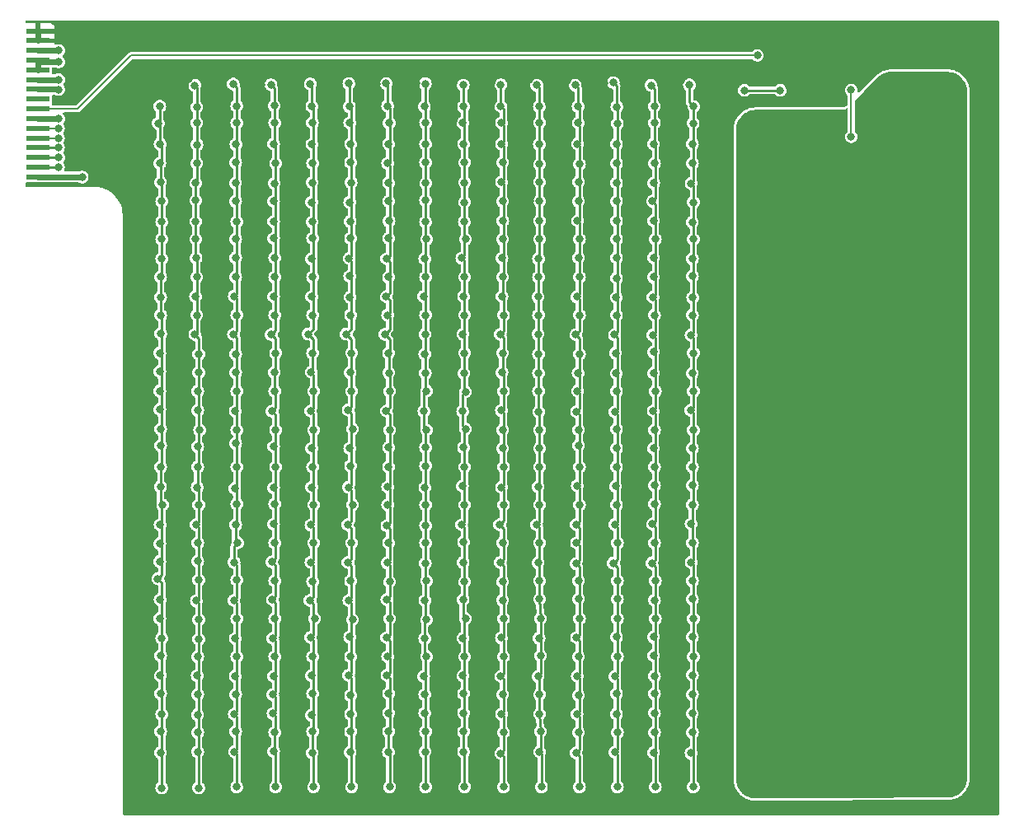
<source format=gbr>
%TF.GenerationSoftware,KiCad,Pcbnew,7.0.9*%
%TF.CreationDate,2023-12-18T15:10:47+01:00*%
%TF.ProjectId,flexAddressLedsV2,666c6578-4164-4647-9265-73734c656473,rev?*%
%TF.SameCoordinates,Original*%
%TF.FileFunction,Copper,L2,Bot*%
%TF.FilePolarity,Positive*%
%FSLAX46Y46*%
G04 Gerber Fmt 4.6, Leading zero omitted, Abs format (unit mm)*
G04 Created by KiCad (PCBNEW 7.0.9) date 2023-12-18 15:10:47*
%MOMM*%
%LPD*%
G01*
G04 APERTURE LIST*
%TA.AperFunction,SMDPad,CuDef*%
%ADD10R,2.396000X0.600000*%
%TD*%
%TA.AperFunction,SMDPad,CuDef*%
%ADD11R,2.396000X0.610000*%
%TD*%
%TA.AperFunction,ViaPad*%
%ADD12C,0.800000*%
%TD*%
%TA.AperFunction,Conductor*%
%ADD13C,0.250000*%
%TD*%
%TA.AperFunction,Conductor*%
%ADD14C,0.600000*%
%TD*%
%TA.AperFunction,Conductor*%
%ADD15C,0.200000*%
%TD*%
G04 APERTURE END LIST*
D10*
%TO.P,J1,16,Pin_16*%
%TO.N,GNDD*%
X31200000Y-47400000D03*
%TO.P,J1,15,Pin_15*%
%TO.N,/IN_LED1*%
X31200000Y-46400000D03*
%TO.P,J1,14,Pin_14*%
%TO.N,/IN_LED2*%
X31200000Y-45400000D03*
%TO.P,J1,13,Pin_13*%
%TO.N,GNDD*%
X31200000Y-44400000D03*
%TO.P,J1,12,Pin_12*%
%TO.N,/SCL*%
X31200000Y-43400000D03*
%TO.P,J1,11,Pin_11*%
%TO.N,/SDA*%
X31200000Y-42400000D03*
%TO.P,J1,10,Pin_10*%
%TO.N,GNDD*%
X31200000Y-41400000D03*
%TO.P,J1,9,Pin_9*%
%TO.N,/~{CHANGE}*%
X31200000Y-40400000D03*
%TO.P,J1,8,Pin_8*%
%TO.N,unconnected-(J1-Pin_8-Pad8)*%
X31200000Y-39400000D03*
D11*
%TO.P,J1,7,Pin_7*%
%TO.N,GNDD*%
X31200000Y-38395000D03*
D10*
%TO.P,J1,6,Pin_6*%
X31200000Y-37400000D03*
%TO.P,J1,5,Pin_5*%
%TO.N,+3.3V*%
X31200000Y-36400000D03*
%TO.P,J1,4,Pin_4*%
X31200000Y-35400000D03*
%TO.P,J1,3,Pin_3*%
%TO.N,GNDD*%
X31200000Y-34400000D03*
%TO.P,J1,2,Pin_2*%
%TO.N,VCC*%
X31200000Y-33400000D03*
%TO.P,J1,1,Pin_1*%
X31200000Y-32400000D03*
%TD*%
D12*
%TO.N,VCC*%
X73000000Y-49700000D03*
%TO.N,GNDD*%
X43700000Y-67400000D03*
X43900000Y-110200000D03*
X70950000Y-106475000D03*
X55122540Y-37919678D03*
X70925000Y-90925000D03*
X59300000Y-75300000D03*
X59400000Y-104400000D03*
X67016589Y-90833411D03*
X78925000Y-51900000D03*
X55500000Y-81000000D03*
X63300000Y-61600000D03*
X70970068Y-37814207D03*
X98375000Y-102550000D03*
X59400000Y-46000000D03*
X90425000Y-106525000D03*
X78850000Y-67500000D03*
X63000000Y-83150000D03*
X82600000Y-67550000D03*
X71000000Y-85000000D03*
X59225000Y-87000000D03*
X94500000Y-79100000D03*
X90271021Y-37695939D03*
X63400000Y-69400000D03*
X86575000Y-98700000D03*
X70975000Y-87100000D03*
X67200000Y-57700000D03*
X86600000Y-51900000D03*
X51500000Y-57700000D03*
X51600000Y-77200000D03*
X98400000Y-98600000D03*
X75000000Y-50000000D03*
X74900000Y-104400000D03*
X70900000Y-102500000D03*
X86525000Y-59725000D03*
X66950000Y-59700000D03*
X71000000Y-110100000D03*
X59400000Y-89000000D03*
X94500000Y-46000000D03*
X70870000Y-40150000D03*
X51500000Y-45900000D03*
X47600000Y-86900000D03*
X43900000Y-102625000D03*
X67100000Y-46000000D03*
X70825000Y-71475000D03*
X107400000Y-38500000D03*
X90683969Y-41889886D03*
X71000000Y-61600000D03*
X47500000Y-40220000D03*
X63300000Y-88900000D03*
X63200000Y-57600000D03*
X79000000Y-61600000D03*
X43700000Y-86925000D03*
X82700000Y-51900000D03*
X74900000Y-106475000D03*
X71000000Y-44000000D03*
X51475000Y-48025000D03*
X86700000Y-49900000D03*
X90600000Y-100500000D03*
X90700000Y-110100000D03*
X44000000Y-81100000D03*
X55500000Y-61600000D03*
X43900000Y-49900000D03*
X82550000Y-98750000D03*
X75000000Y-65500000D03*
X103750000Y-38500000D03*
X74900000Y-102500000D03*
X67000000Y-94750000D03*
X47575000Y-102675000D03*
X98400000Y-61600000D03*
X55450000Y-48050000D03*
X67200000Y-49900000D03*
X59350000Y-47975000D03*
X35740000Y-47400000D03*
X67237500Y-51937500D03*
X47600000Y-104500000D03*
X47300000Y-63575000D03*
X82700000Y-41800000D03*
X98500000Y-73400000D03*
X82675000Y-44050000D03*
X63350000Y-47975000D03*
X94400000Y-55700000D03*
X78900000Y-90900000D03*
X78775000Y-94775000D03*
X82700000Y-90800000D03*
X63300000Y-100700000D03*
X55450000Y-40090000D03*
X55400000Y-79350000D03*
X94300000Y-83075000D03*
X90630000Y-40180000D03*
X59600000Y-92800000D03*
X86800000Y-81100000D03*
X47400000Y-53800000D03*
X94500000Y-104500000D03*
X43775000Y-106575000D03*
X67050000Y-87075000D03*
X71025000Y-48025000D03*
X98400000Y-44000000D03*
X67200000Y-100500000D03*
X74900000Y-59675000D03*
X66800000Y-63575000D03*
X90600000Y-94700000D03*
X98250000Y-106625000D03*
X67200000Y-102500000D03*
X63300000Y-96700000D03*
X90275000Y-87100000D03*
X82700000Y-88900000D03*
X59300000Y-50000000D03*
X51600000Y-96700000D03*
X82550000Y-79250000D03*
X94150000Y-37975000D03*
X51375000Y-106475000D03*
X78800000Y-102600000D03*
X63200000Y-75300000D03*
X98400000Y-88900000D03*
X51500000Y-83150000D03*
X90600000Y-48000000D03*
X63300000Y-102600000D03*
X90600000Y-73300000D03*
X94225000Y-87100000D03*
X47416589Y-83133411D03*
X94400000Y-94700000D03*
X86700000Y-55700000D03*
X94600000Y-69400000D03*
X43800000Y-96600000D03*
X75000000Y-61600000D03*
X90500000Y-65500000D03*
X59250000Y-67450000D03*
X59400000Y-100500000D03*
X98400000Y-46000000D03*
X55600000Y-110100000D03*
X78900000Y-45900000D03*
X82650000Y-94800000D03*
X59400000Y-57700000D03*
X55600000Y-77200000D03*
X82800000Y-92800000D03*
X82550000Y-59725000D03*
X98400000Y-55800000D03*
X98275000Y-87000000D03*
X86700000Y-88900000D03*
X78900000Y-85000000D03*
X51600000Y-73400000D03*
X43700000Y-65500000D03*
X75100000Y-69500000D03*
X71000000Y-49800000D03*
X59500000Y-81100000D03*
X67200000Y-85000000D03*
X86800000Y-110100000D03*
X78800000Y-79300000D03*
X98375000Y-67600000D03*
X47600000Y-77200000D03*
X94350000Y-59750000D03*
X78800000Y-47900000D03*
X86363695Y-37957510D03*
X86675000Y-41850000D03*
X71100000Y-73400000D03*
X63300000Y-45900000D03*
X90600000Y-51900000D03*
X63500000Y-73300000D03*
X51275000Y-63575000D03*
X90425000Y-71550000D03*
X71000000Y-81100000D03*
X82900000Y-110100000D03*
X78725000Y-106650000D03*
X82413870Y-37963008D03*
X75000000Y-110100000D03*
X59350000Y-52025000D03*
X55400000Y-106450000D03*
X43700000Y-46000000D03*
X67300000Y-69400000D03*
X90600000Y-57800000D03*
X74829089Y-63545911D03*
X63400000Y-85000000D03*
X82700000Y-102600000D03*
X67000000Y-55800000D03*
X90500000Y-79200000D03*
X47700000Y-92900000D03*
X82700000Y-49900000D03*
X90700000Y-90800000D03*
X86660000Y-40150000D03*
X63225000Y-59750000D03*
X71100000Y-53800000D03*
X63400000Y-65500000D03*
X82700000Y-77200000D03*
X47600000Y-69400000D03*
X63250000Y-51975000D03*
X78900000Y-57700000D03*
X94496075Y-41815793D03*
X82600000Y-55800000D03*
X98400000Y-75300000D03*
X59400000Y-61600000D03*
X86700000Y-47900000D03*
X51300000Y-90925000D03*
X82700000Y-73400000D03*
X55450000Y-67475000D03*
X78725000Y-98725000D03*
X75100000Y-53800000D03*
X51525000Y-44050000D03*
X51350000Y-102625000D03*
X63300000Y-53700000D03*
X75000000Y-96700000D03*
X67175000Y-106500000D03*
X47300000Y-37975000D03*
X63100000Y-98625000D03*
X82700000Y-46100000D03*
X98400000Y-85000000D03*
X67300000Y-73400000D03*
X90575000Y-59775000D03*
X78900000Y-73400000D03*
X82550000Y-87050000D03*
X51500000Y-100600000D03*
X51600000Y-81000000D03*
X90700000Y-92800000D03*
X55600000Y-73400000D03*
X74900000Y-84900000D03*
X59175000Y-71450000D03*
X82600000Y-57700000D03*
X67100000Y-79250000D03*
X98540000Y-40160000D03*
X55275000Y-90850000D03*
X55400000Y-59700000D03*
X71000000Y-83225000D03*
X94400000Y-75300000D03*
X94500000Y-73400000D03*
X43900000Y-94800000D03*
X94400000Y-67575000D03*
X71000000Y-41825000D03*
X67200000Y-104400000D03*
X78850000Y-55750000D03*
X98400000Y-81100000D03*
X55150000Y-63600000D03*
X59500000Y-73400000D03*
X43550000Y-41875000D03*
X63150000Y-55775000D03*
X55500000Y-92800000D03*
X51500000Y-53800000D03*
X43725000Y-83150000D03*
X63300000Y-44000000D03*
X86600000Y-69400000D03*
X51600000Y-61600000D03*
X90600000Y-49900000D03*
X120000000Y-37100000D03*
X82680000Y-40170000D03*
X33310000Y-37400000D03*
X71000000Y-52025000D03*
X75000000Y-77200000D03*
X63200000Y-41824500D03*
X82700000Y-47900000D03*
X67257233Y-41858603D03*
X98400000Y-104500000D03*
X55503232Y-41824500D03*
X55500000Y-57700000D03*
X67225000Y-67525000D03*
X74900000Y-75200000D03*
X43700000Y-92800000D03*
X47525000Y-44075000D03*
X47700000Y-65600000D03*
X74825000Y-41850000D03*
X74775000Y-79175000D03*
X75000000Y-47975000D03*
X59275000Y-98650000D03*
X33320000Y-34410000D03*
X70925000Y-79325000D03*
X71000000Y-75200000D03*
X51500000Y-104400000D03*
X67300000Y-89000000D03*
X79000000Y-92800000D03*
X78900000Y-89000000D03*
X74975000Y-52025000D03*
X86700000Y-90800000D03*
X47550000Y-98650000D03*
X75100000Y-92800000D03*
X82550000Y-63550000D03*
X59400000Y-65500000D03*
X94400000Y-96600000D03*
X70775000Y-59675000D03*
X71100000Y-69400000D03*
X94425000Y-48025000D03*
X71000000Y-57700000D03*
X43700000Y-71300000D03*
X59400000Y-53700000D03*
X43800000Y-75000000D03*
X74700000Y-83150000D03*
X74900000Y-44000000D03*
X98400000Y-77200000D03*
X94500000Y-81000000D03*
X62841589Y-63558411D03*
X51600000Y-41824500D03*
X90600000Y-102600000D03*
X47600000Y-100600000D03*
X98225000Y-71375000D03*
X98375000Y-52050000D03*
X67100000Y-96700000D03*
X63400000Y-110100000D03*
X59150000Y-37825000D03*
X82600000Y-65600000D03*
X82700000Y-100600000D03*
X47800000Y-73400000D03*
X55400000Y-83100000D03*
X47550000Y-79300000D03*
X74850000Y-90850000D03*
X122400000Y-37100000D03*
X70800000Y-98750000D03*
X78900000Y-65500000D03*
X86800000Y-65600000D03*
X82622541Y-71539364D03*
X90600000Y-69400000D03*
X43700000Y-85100000D03*
X94400000Y-51900000D03*
X43784500Y-79225000D03*
X86500000Y-71525000D03*
X55500000Y-69400000D03*
X67200000Y-53700000D03*
X67025000Y-98625000D03*
X55500000Y-96700000D03*
X51250000Y-37850000D03*
X98400000Y-57600000D03*
X90600000Y-55700000D03*
X86450000Y-87150000D03*
X47600000Y-106475000D03*
X75000000Y-89000000D03*
X67300000Y-110100000D03*
X123200000Y-37100000D03*
X63200000Y-50000000D03*
X63200000Y-94700000D03*
X43700000Y-40140000D03*
X94500000Y-61600000D03*
X78675000Y-87025000D03*
X63250000Y-67500000D03*
X90700000Y-104500000D03*
X94500000Y-100500000D03*
X82700000Y-81100000D03*
X78726589Y-40143411D03*
X94325000Y-63650000D03*
X55500000Y-85000000D03*
X59500000Y-110100000D03*
X47500000Y-41825000D03*
X98500000Y-50000000D03*
X75000000Y-45900000D03*
X78900000Y-100600000D03*
X94600000Y-110100000D03*
X55400000Y-53700000D03*
X78900000Y-49900000D03*
X86700000Y-75000000D03*
X47375000Y-59675000D03*
X43725000Y-44000000D03*
X58929089Y-63545911D03*
X67025000Y-83250000D03*
X94500000Y-98700000D03*
X90575000Y-67575000D03*
X82700000Y-106500000D03*
X59500000Y-69400000D03*
X90600000Y-53800000D03*
X33300000Y-44400000D03*
X71100000Y-92900000D03*
X47600000Y-96700000D03*
X120800000Y-37100000D03*
X51600000Y-92800000D03*
X63500000Y-92900000D03*
X55600000Y-46000000D03*
X82400000Y-83150000D03*
X70975000Y-67550000D03*
X55500000Y-104500000D03*
X90600000Y-75300000D03*
X43900000Y-52025000D03*
X94500000Y-85000000D03*
X74850000Y-87025000D03*
X51500000Y-67500000D03*
X78850000Y-59675000D03*
X47500000Y-61600000D03*
X43800000Y-73300000D03*
X75000000Y-81100000D03*
X79000000Y-104500000D03*
X59175000Y-94725000D03*
X90700000Y-85000000D03*
X59400000Y-77200000D03*
X51450000Y-98700000D03*
X70900000Y-65600000D03*
X47400000Y-48025000D03*
X47600000Y-85000000D03*
X59125000Y-90925000D03*
X98400000Y-100600000D03*
X90700000Y-88900000D03*
X90600000Y-44000000D03*
X86700000Y-73400000D03*
X51600000Y-88800000D03*
X55400000Y-51975000D03*
X47700000Y-67500000D03*
X63079089Y-79295911D03*
X94600000Y-53800000D03*
X55225000Y-71475000D03*
X121600000Y-37100000D03*
X70900000Y-100600000D03*
X82600000Y-61600000D03*
X43737500Y-90837500D03*
X43900000Y-55800000D03*
X78792997Y-41815266D03*
X67200000Y-48000000D03*
X86700000Y-96700000D03*
X33310000Y-38400000D03*
X59325000Y-44025000D03*
X86800000Y-46100000D03*
X98500000Y-96700000D03*
X90600000Y-61600000D03*
X43900000Y-53800000D03*
X86800000Y-61600000D03*
X55325000Y-102550000D03*
X63170000Y-40170000D03*
X63025000Y-87025000D03*
X74875000Y-37950000D03*
X86800000Y-57700000D03*
X47500000Y-46000000D03*
X78600000Y-83150000D03*
X43800000Y-61600000D03*
X86500000Y-94750000D03*
X71000000Y-77100000D03*
X86475000Y-83125000D03*
X47400000Y-49800000D03*
X51700000Y-85000000D03*
X67100000Y-40100000D03*
X59350000Y-106600000D03*
X51600000Y-40100000D03*
X47700000Y-81100000D03*
X55500000Y-88900000D03*
X71000000Y-104400000D03*
X51600000Y-110100000D03*
X86500000Y-85000000D03*
X67300000Y-92800000D03*
X74900000Y-40170000D03*
X94400000Y-65400000D03*
X79000000Y-81100000D03*
X94300000Y-49900000D03*
X74925000Y-67575000D03*
X86700000Y-104500000D03*
X55500000Y-55700000D03*
X119200000Y-37100000D03*
X79000000Y-77200000D03*
X67200000Y-44000000D03*
X59225000Y-83175000D03*
X90600000Y-46000000D03*
X66950000Y-37800000D03*
X63300000Y-77100000D03*
X70950000Y-63575000D03*
X94400000Y-106575000D03*
X43700000Y-69400000D03*
X74800000Y-71500000D03*
X51600000Y-69400000D03*
X51350000Y-59650000D03*
X98250000Y-83050000D03*
X98275000Y-48050000D03*
X82700000Y-53800000D03*
X47700000Y-110200000D03*
X98400000Y-94700000D03*
X47600000Y-75100000D03*
X43775000Y-47950000D03*
X51500000Y-74800000D03*
X98500000Y-65500000D03*
X59300000Y-79300000D03*
X71100000Y-96700000D03*
X67200000Y-77200000D03*
X86800000Y-53800000D03*
X51500000Y-49900000D03*
X82800000Y-96600000D03*
X51325000Y-87000000D03*
X94375000Y-71450000D03*
X71100000Y-88900000D03*
X86800000Y-77200000D03*
X51400000Y-79425000D03*
X74825000Y-94800000D03*
X98500000Y-53800000D03*
X71000000Y-45900000D03*
X82700000Y-75300000D03*
X75100000Y-73300000D03*
X55400000Y-75100000D03*
X94500000Y-102500000D03*
X43800000Y-59750000D03*
X47425000Y-55725000D03*
X90425000Y-83125000D03*
X78900000Y-75300000D03*
X63050000Y-71350000D03*
X67200000Y-75200000D03*
X63125000Y-90925000D03*
X43754500Y-98650000D03*
X75000000Y-57700000D03*
X67100000Y-81100000D03*
X47700000Y-94900000D03*
X55300000Y-94825000D03*
X94500000Y-90900000D03*
X55375000Y-98725000D03*
X59400000Y-96700000D03*
X43800000Y-100500000D03*
X47700000Y-88800000D03*
X90600000Y-77200000D03*
X63300000Y-104400000D03*
X79000000Y-69400000D03*
X33310000Y-41400000D03*
X59500000Y-85000000D03*
X55600000Y-65500000D03*
X90400000Y-63625000D03*
X74725000Y-55750000D03*
X86450000Y-106600000D03*
X78675000Y-63575000D03*
X94400000Y-44000000D03*
X43800000Y-77200000D03*
X94490000Y-40140000D03*
X98425000Y-59800000D03*
X55400000Y-49900000D03*
X67100000Y-61600000D03*
X94500000Y-77200000D03*
X74900000Y-100500000D03*
X82800000Y-104400000D03*
X47400000Y-51975000D03*
X78900000Y-53800000D03*
X63125000Y-37800000D03*
X94600000Y-92800000D03*
X47450000Y-90975000D03*
X94600000Y-88900000D03*
X98400000Y-79100000D03*
X98400000Y-90800000D03*
X79000000Y-110100000D03*
X74825000Y-98675000D03*
X98500000Y-69400000D03*
X55300000Y-100600000D03*
X82700000Y-85000000D03*
X90600000Y-81100000D03*
X43800000Y-57700000D03*
X78775000Y-71400000D03*
X59300000Y-59700000D03*
X51500000Y-65600000D03*
X47600000Y-71400000D03*
X86650000Y-67550000D03*
X70900000Y-94825000D03*
X94400000Y-57700000D03*
X90425000Y-98750000D03*
X90700000Y-96700000D03*
X51500000Y-55700000D03*
X98085896Y-37924342D03*
X63250000Y-106525000D03*
X70900000Y-55800000D03*
X98470750Y-41875071D03*
X55200000Y-86975000D03*
X51450000Y-94825000D03*
X63500000Y-81100000D03*
X59378976Y-41824147D03*
X43800000Y-104400000D03*
X59275000Y-102725000D03*
X86550000Y-102625000D03*
X98250000Y-63650000D03*
X79000000Y-96700000D03*
X86700000Y-100700000D03*
X55400000Y-44000000D03*
X78800000Y-44000000D03*
X59275000Y-55825000D03*
X98500000Y-92800000D03*
X86800000Y-92800000D03*
X98500000Y-110100000D03*
X86425000Y-63600000D03*
X51600000Y-52000000D03*
X51450000Y-71450000D03*
X59320000Y-40130000D03*
X43799500Y-63495911D03*
X86575000Y-79125000D03*
X82600000Y-69400000D03*
X47500000Y-57700000D03*
X86600000Y-44000000D03*
X43500000Y-88700000D03*
X66950000Y-71450000D03*
X78722540Y-37919678D03*
X67200000Y-65500000D03*
%TO.N,VCC*%
X73700000Y-104500000D03*
X97000000Y-104500000D03*
X97100000Y-46100000D03*
X93200000Y-57500000D03*
X77800000Y-49900000D03*
X97100000Y-69100000D03*
X69800000Y-100400000D03*
X85300000Y-88700000D03*
X54100000Y-57400000D03*
X65800000Y-65300000D03*
X85400000Y-108200000D03*
X73850000Y-37800000D03*
X69700000Y-88700000D03*
X85400000Y-73000000D03*
X65950000Y-37850000D03*
X50300000Y-69200000D03*
X93000000Y-84800000D03*
X65700000Y-53500000D03*
X65900000Y-104500000D03*
X77600000Y-69200000D03*
X101000000Y-100600000D03*
X46400000Y-69200000D03*
X101000000Y-61400000D03*
X77600000Y-104500000D03*
X73600000Y-76900000D03*
X77725000Y-37750000D03*
X77500000Y-108200000D03*
X85300000Y-92600000D03*
X89375000Y-37775000D03*
X65800000Y-100400000D03*
X101000000Y-84700000D03*
X46300000Y-57400000D03*
X54100000Y-88700000D03*
X85600000Y-41800000D03*
X69800000Y-108300000D03*
X50300000Y-45800000D03*
X54200000Y-100300000D03*
X77600000Y-92500000D03*
X93100000Y-92600000D03*
X93200000Y-46000000D03*
X58000000Y-88600000D03*
X50100000Y-76900000D03*
X97100000Y-88700000D03*
X89300000Y-84800000D03*
X46300000Y-100300000D03*
X93200000Y-61400000D03*
X73700000Y-108200000D03*
X69800000Y-61400000D03*
X85300000Y-96500000D03*
X54200000Y-45800000D03*
X58225000Y-41725000D03*
X65800000Y-49800000D03*
X50200000Y-80900000D03*
X50200000Y-65200000D03*
X81500000Y-61400000D03*
X50475000Y-37050000D03*
X85200000Y-53500000D03*
X65800000Y-84700000D03*
X89200000Y-69200000D03*
X85300000Y-80900000D03*
X65800000Y-92500000D03*
X93100000Y-80800000D03*
X93450000Y-41725000D03*
X101000000Y-108100000D03*
X50200000Y-57400000D03*
X89300000Y-46000000D03*
X89300000Y-92500000D03*
X100900000Y-57500000D03*
X65800000Y-80800000D03*
X69700000Y-49900000D03*
X54000000Y-49800000D03*
X97100000Y-53500000D03*
X81300000Y-65300000D03*
X54100000Y-96500000D03*
X93100000Y-76900000D03*
X89300000Y-61400000D03*
X65800000Y-73000000D03*
X69800000Y-104500000D03*
X65900000Y-108200000D03*
X58100000Y-65300000D03*
X77500000Y-61300000D03*
X73700000Y-53400000D03*
X65900000Y-57500000D03*
X50100000Y-108100000D03*
X100900000Y-80900000D03*
X73700000Y-61400000D03*
X81400000Y-88700000D03*
X57900000Y-49900000D03*
X50200000Y-73000000D03*
X77500000Y-53500000D03*
X93100000Y-73000000D03*
X93100000Y-53400000D03*
X97100000Y-73100000D03*
X62175000Y-37300000D03*
X58275000Y-37350000D03*
X62000000Y-73100000D03*
X61900000Y-57400000D03*
X46300000Y-104100000D03*
X46300000Y-61300000D03*
X46400000Y-65200000D03*
X69800000Y-69000000D03*
X101000000Y-88700000D03*
X85300000Y-100500000D03*
X54000000Y-73100000D03*
X93100000Y-69100000D03*
X54200000Y-65200000D03*
X81500000Y-108200000D03*
X85300000Y-84800000D03*
X97100000Y-84800000D03*
X77600000Y-45900000D03*
X53900000Y-92600000D03*
X81400000Y-57400000D03*
X97000000Y-76900000D03*
X46200000Y-88700000D03*
X58000000Y-84800000D03*
X93200000Y-104500000D03*
X81500000Y-73100000D03*
X81400000Y-100500000D03*
X73600000Y-100400000D03*
X70075000Y-37725000D03*
X81400000Y-53500000D03*
X50200000Y-100400000D03*
X101200000Y-45900000D03*
X97100000Y-108200000D03*
X54200000Y-69100000D03*
X81300000Y-92500000D03*
X58100000Y-61300000D03*
X69600000Y-65200000D03*
X61900000Y-80900000D03*
X93200000Y-100500000D03*
X101000000Y-76900000D03*
X73700000Y-57400000D03*
X69800000Y-96500000D03*
X89200000Y-100500000D03*
X73600000Y-84800000D03*
X58000000Y-57300000D03*
X69800000Y-84700000D03*
X54200000Y-61300000D03*
X65900000Y-45800000D03*
X85400000Y-104400000D03*
X58000000Y-96400000D03*
X89200000Y-88700000D03*
X77500000Y-88700000D03*
X69800000Y-45900000D03*
X101000000Y-69100000D03*
X62000000Y-88700000D03*
X93200000Y-108300000D03*
X93200000Y-50000000D03*
X81700000Y-49900000D03*
X97000000Y-100500000D03*
X62000000Y-45800000D03*
X69700000Y-92600000D03*
X46300000Y-80900000D03*
X100900000Y-92600000D03*
X73600000Y-92500000D03*
X46200000Y-49700000D03*
X69700000Y-80900000D03*
X101175000Y-41775000D03*
X97250000Y-37550000D03*
X101000000Y-73100000D03*
X62000000Y-104300000D03*
X77650000Y-41800000D03*
X81575000Y-41725000D03*
X58000000Y-100400000D03*
X46200000Y-92500000D03*
X81400000Y-96500000D03*
X97000000Y-65300000D03*
X50200000Y-88700000D03*
X65900000Y-61300000D03*
X50200000Y-104200000D03*
X73825000Y-41675000D03*
X65800000Y-88600000D03*
X81400000Y-104400000D03*
X50450000Y-41675000D03*
X58000000Y-76900000D03*
X93350000Y-37375000D03*
X89200000Y-53400000D03*
X97000000Y-96400000D03*
X54100000Y-104200000D03*
X69700000Y-76900000D03*
X50100000Y-53600000D03*
X61900000Y-49900000D03*
X77600000Y-80800000D03*
X81500000Y-80900000D03*
X89300000Y-104500000D03*
X89300000Y-108200000D03*
X100900000Y-65300000D03*
X85300000Y-65300000D03*
X46700000Y-37300000D03*
X97400000Y-49900000D03*
X58100000Y-73100000D03*
X66100000Y-41900000D03*
X85575000Y-37525000D03*
X69800000Y-73000000D03*
X69700000Y-53500000D03*
X54100000Y-76900000D03*
X62000000Y-69200000D03*
X101200000Y-50000000D03*
X73600000Y-96500000D03*
X89200000Y-73000000D03*
X93200000Y-65300000D03*
X54200000Y-84800000D03*
X50100000Y-92600000D03*
X50200000Y-49800000D03*
X69800000Y-57400000D03*
X85400000Y-61400000D03*
X50300000Y-61300000D03*
X46300000Y-73000000D03*
X93100000Y-88700000D03*
X100900000Y-53500000D03*
X65900000Y-69200000D03*
X65800000Y-96500000D03*
X73700000Y-80800000D03*
X73700000Y-65300000D03*
X81400000Y-76900000D03*
X93100000Y-96400000D03*
X61900000Y-96400000D03*
X77600000Y-57400000D03*
X54200000Y-108100000D03*
X85400000Y-45900000D03*
X61900000Y-92600000D03*
X46100000Y-76900000D03*
X77600000Y-100500000D03*
X54100000Y-37900000D03*
X58000000Y-80900000D03*
X85400000Y-76900000D03*
X62000000Y-41900000D03*
X46200000Y-53600000D03*
X73700000Y-73100000D03*
X62000000Y-76900000D03*
X46300000Y-84700000D03*
X100900000Y-96400000D03*
X77600000Y-76900000D03*
X85600000Y-49900000D03*
X46475000Y-41450000D03*
X61900000Y-53500000D03*
X46400000Y-108100000D03*
X58000000Y-53500000D03*
X65800000Y-76900000D03*
X62000000Y-65300000D03*
X58000000Y-108200000D03*
X97000000Y-92500000D03*
X54000000Y-53600000D03*
X54100000Y-80900000D03*
X50300000Y-84700000D03*
X57900000Y-92500000D03*
X100900000Y-104400000D03*
X73700000Y-45900000D03*
X89300000Y-76900000D03*
X89200000Y-80800000D03*
X89200000Y-96500000D03*
X101296161Y-37704339D03*
X46400000Y-45800000D03*
X70000000Y-41900000D03*
X73700000Y-69200000D03*
X77500000Y-96500000D03*
X77500000Y-65200000D03*
X61900000Y-84800000D03*
X50200000Y-96500000D03*
X46300000Y-96500000D03*
X85300000Y-57400000D03*
X89200000Y-65300000D03*
X58100000Y-104400000D03*
X81400000Y-84800000D03*
X62000000Y-108200000D03*
X62000000Y-61300000D03*
X58100000Y-69100000D03*
X89300000Y-49900000D03*
X58000000Y-45800000D03*
X97000000Y-80800000D03*
X81675000Y-37450000D03*
X89500000Y-41900000D03*
X81400000Y-69200000D03*
X97100000Y-57400000D03*
X62000000Y-100400000D03*
X97100000Y-61400000D03*
X81400000Y-45800000D03*
X54325000Y-41675000D03*
X97350000Y-41800000D03*
X89200000Y-57400000D03*
X85300000Y-69200000D03*
X77600000Y-73100000D03*
X77500000Y-84700000D03*
X73500000Y-88700000D03*
%TO.N,/IN_LED1*%
X33300000Y-46410000D03*
%TO.N,/IN_LED2*%
X33310000Y-45400000D03*
%TO.N,+3.3V*%
X33330000Y-35580000D03*
%TO.N,/PROX*%
X114710000Y-43270000D03*
X114710000Y-38480000D03*
%TO.N,/SDA*%
X33300000Y-42400000D03*
%TO.N,/SCL*%
X33300000Y-43400000D03*
%TO.N,/~{CHANGE}*%
X105070000Y-34900000D03*
%TD*%
D13*
%TO.N,GNDD*%
X98275000Y-86975000D02*
X98500000Y-87200000D01*
X98275000Y-86975000D02*
X98500000Y-86750000D01*
D14*
%TO.N,+3.3V*%
X31380000Y-35580000D02*
X31200000Y-35400000D01*
D13*
%TO.N,GNDD*%
X43900000Y-104500000D02*
X43800000Y-104400000D01*
X43900000Y-106450000D02*
X43900000Y-104500000D01*
X43900000Y-106700000D02*
X43900000Y-110200000D01*
X43775000Y-106575000D02*
X43900000Y-106700000D01*
X43775000Y-106575000D02*
X43900000Y-106450000D01*
X47700000Y-104600000D02*
X47600000Y-104500000D01*
X47700000Y-106375000D02*
X47700000Y-104600000D01*
X47600000Y-106475000D02*
X47700000Y-106375000D01*
X47700000Y-106575000D02*
X47700000Y-110200000D01*
X47600000Y-106475000D02*
X47700000Y-106575000D01*
X51600000Y-104500000D02*
X51500000Y-104400000D01*
X51600000Y-106250000D02*
X51600000Y-104500000D01*
X51600000Y-106700000D02*
X51600000Y-110100000D01*
X51375000Y-106475000D02*
X51600000Y-106700000D01*
X51375000Y-106475000D02*
X51600000Y-106250000D01*
X55400000Y-106450000D02*
X55600000Y-106650000D01*
X55500000Y-106350000D02*
X55500000Y-104500000D01*
X55400000Y-106450000D02*
X55500000Y-106350000D01*
X55600000Y-106650000D02*
X55600000Y-110100000D01*
X59400000Y-106550000D02*
X59400000Y-104400000D01*
X59350000Y-106600000D02*
X59400000Y-106550000D01*
X59500000Y-106750000D02*
X59500000Y-110100000D01*
X59350000Y-106600000D02*
X59500000Y-106750000D01*
X63400000Y-106675000D02*
X63400000Y-110100000D01*
X63250000Y-106525000D02*
X63400000Y-106675000D01*
X63400000Y-106375000D02*
X63400000Y-104500000D01*
X63250000Y-106525000D02*
X63400000Y-106375000D01*
X63400000Y-104500000D02*
X63300000Y-104400000D01*
X67175000Y-106500000D02*
X67200000Y-106475000D01*
X67300000Y-106625000D02*
X67300000Y-110100000D01*
X67175000Y-106500000D02*
X67300000Y-106625000D01*
X67200000Y-106475000D02*
X67200000Y-104400000D01*
X71000000Y-106525000D02*
X71000000Y-110100000D01*
X70950000Y-106475000D02*
X71000000Y-106525000D01*
X71000000Y-104400000D02*
X71000000Y-106425000D01*
X71000000Y-106425000D02*
X70950000Y-106475000D01*
X74900000Y-106475000D02*
X75000000Y-106575000D01*
X74900000Y-106475000D02*
X74900000Y-104400000D01*
X75000000Y-106575000D02*
X75000000Y-110100000D01*
X79000000Y-106925000D02*
X79000000Y-110100000D01*
X78725000Y-106650000D02*
X79000000Y-106375000D01*
X79000000Y-106375000D02*
X79000000Y-104500000D01*
X78725000Y-106650000D02*
X79000000Y-106925000D01*
X82800000Y-106400000D02*
X82800000Y-104400000D01*
X82700000Y-106500000D02*
X82800000Y-106400000D01*
X82700000Y-106500000D02*
X82900000Y-106700000D01*
X82900000Y-106700000D02*
X82900000Y-110100000D01*
X86800000Y-104600000D02*
X86700000Y-104500000D01*
X86800000Y-106950000D02*
X86800000Y-110100000D01*
X86450000Y-106600000D02*
X86800000Y-106950000D01*
X86450000Y-106600000D02*
X86800000Y-106250000D01*
X86800000Y-106250000D02*
X86800000Y-104600000D01*
X90700000Y-104500000D02*
X90700000Y-106250000D01*
X90700000Y-106250000D02*
X90425000Y-106525000D01*
X90425000Y-106525000D02*
X90700000Y-106800000D01*
X90700000Y-106800000D02*
X90700000Y-110100000D01*
X94600000Y-104600000D02*
X94500000Y-104500000D01*
X94400000Y-106575000D02*
X94600000Y-106375000D01*
X94600000Y-106775000D02*
X94600000Y-110100000D01*
X94400000Y-106575000D02*
X94600000Y-106775000D01*
X94600000Y-106375000D02*
X94600000Y-104600000D01*
X59500000Y-96800000D02*
X59400000Y-96700000D01*
X59500000Y-98425000D02*
X59500000Y-96800000D01*
X59275000Y-98650000D02*
X59500000Y-98425000D01*
X59500000Y-100400000D02*
X59400000Y-100500000D01*
X59500000Y-98875000D02*
X59500000Y-100400000D01*
X59275000Y-98650000D02*
X59500000Y-98875000D01*
X63400000Y-100600000D02*
X63300000Y-100700000D01*
X63400000Y-98925000D02*
X63400000Y-100600000D01*
X63100000Y-98625000D02*
X63400000Y-98925000D01*
X63400000Y-98325000D02*
X63400000Y-96800000D01*
X63400000Y-96800000D02*
X63300000Y-96700000D01*
X63100000Y-98625000D02*
X63400000Y-98325000D01*
X67300000Y-100400000D02*
X67200000Y-100500000D01*
X67300000Y-98900000D02*
X67300000Y-100400000D01*
X67025000Y-98625000D02*
X67300000Y-98900000D01*
X67300000Y-98350000D02*
X67300000Y-96900000D01*
X67025000Y-98625000D02*
X67300000Y-98350000D01*
X67300000Y-96900000D02*
X67100000Y-96700000D01*
X71000000Y-96800000D02*
X71100000Y-96700000D01*
X71000000Y-98550000D02*
X71000000Y-96800000D01*
X71000000Y-98950000D02*
X71000000Y-100500000D01*
X70800000Y-98750000D02*
X71000000Y-98550000D01*
X70800000Y-98750000D02*
X71000000Y-98950000D01*
X71000000Y-100500000D02*
X70900000Y-100600000D01*
X75000000Y-98500000D02*
X75000000Y-96700000D01*
X75000000Y-100400000D02*
X74900000Y-100500000D01*
X75000000Y-98850000D02*
X75000000Y-100400000D01*
X74825000Y-98675000D02*
X75000000Y-98850000D01*
X74825000Y-98675000D02*
X75000000Y-98500000D01*
X79000000Y-100500000D02*
X78900000Y-100600000D01*
X79000000Y-99000000D02*
X79000000Y-100500000D01*
X78725000Y-98725000D02*
X79000000Y-98450000D01*
X79000000Y-98450000D02*
X79000000Y-96700000D01*
X78725000Y-98725000D02*
X79000000Y-99000000D01*
X82550000Y-98750000D02*
X82800000Y-98500000D01*
X82700000Y-100600000D02*
X82700000Y-98900000D01*
X82800000Y-98500000D02*
X82800000Y-96600000D01*
X82700000Y-98900000D02*
X82550000Y-98750000D01*
X86800000Y-98475000D02*
X86800000Y-96800000D01*
X86575000Y-98700000D02*
X86800000Y-98925000D01*
X86800000Y-98925000D02*
X86800000Y-100600000D01*
X86800000Y-100600000D02*
X86700000Y-100700000D01*
X86575000Y-98700000D02*
X86800000Y-98475000D01*
X90700000Y-98475000D02*
X90700000Y-96700000D01*
X90425000Y-98750000D02*
X90700000Y-98475000D01*
X90425000Y-98750000D02*
X90700000Y-99025000D01*
X90700000Y-99025000D02*
X90700000Y-100400000D01*
X90700000Y-100400000D02*
X90600000Y-100500000D01*
X43900000Y-100600000D02*
X43800000Y-100500000D01*
X43900000Y-104300000D02*
X43800000Y-104400000D01*
X43900000Y-102625000D02*
X43900000Y-104300000D01*
X43900000Y-102625000D02*
X43900000Y-100600000D01*
X47700000Y-104400000D02*
X47600000Y-104500000D01*
X47700000Y-100700000D02*
X47600000Y-100600000D01*
X47575000Y-102675000D02*
X47700000Y-102800000D01*
X47575000Y-102675000D02*
X47700000Y-102550000D01*
X47700000Y-102800000D02*
X47700000Y-104400000D01*
X47700000Y-102550000D02*
X47700000Y-100700000D01*
X51600000Y-100700000D02*
X51500000Y-100600000D01*
X51600000Y-102375000D02*
X51600000Y-100700000D01*
X51350000Y-102625000D02*
X51600000Y-102375000D01*
X51600000Y-102875000D02*
X51600000Y-104300000D01*
X51350000Y-102625000D02*
X51600000Y-102875000D01*
X51600000Y-104300000D02*
X51500000Y-104400000D01*
X59500000Y-104300000D02*
X59400000Y-104400000D01*
X59500000Y-102950000D02*
X59500000Y-104300000D01*
X59500000Y-100600000D02*
X59400000Y-100500000D01*
X59500000Y-102500000D02*
X59500000Y-100600000D01*
X59275000Y-102725000D02*
X59500000Y-102500000D01*
X59275000Y-102725000D02*
X59500000Y-102950000D01*
X55600000Y-104400000D02*
X55500000Y-104500000D01*
X55600000Y-102825000D02*
X55600000Y-104400000D01*
X55325000Y-102550000D02*
X55600000Y-102275000D01*
X55600000Y-100900000D02*
X55300000Y-100600000D01*
X55325000Y-102550000D02*
X55600000Y-102825000D01*
X55600000Y-102275000D02*
X55600000Y-100900000D01*
X86800000Y-100800000D02*
X86700000Y-100700000D01*
X86800000Y-102375000D02*
X86800000Y-100800000D01*
X86800000Y-104400000D02*
X86700000Y-104500000D01*
X86550000Y-102625000D02*
X86800000Y-102375000D01*
X86800000Y-102875000D02*
X86800000Y-104400000D01*
X86550000Y-102625000D02*
X86800000Y-102875000D01*
X98375000Y-102550000D02*
X98500000Y-102425000D01*
X98500000Y-100700000D02*
X98400000Y-100600000D01*
X98500000Y-102675000D02*
X98500000Y-104400000D01*
X98500000Y-102425000D02*
X98500000Y-100700000D01*
X98375000Y-102550000D02*
X98500000Y-102675000D01*
X98500000Y-104400000D02*
X98400000Y-104500000D01*
X55600000Y-100300000D02*
X55300000Y-100600000D01*
X55600000Y-98950000D02*
X55600000Y-100300000D01*
X55375000Y-98725000D02*
X55600000Y-98950000D01*
X55600000Y-96800000D02*
X55500000Y-96700000D01*
X55600000Y-98500000D02*
X55600000Y-96800000D01*
X55375000Y-98725000D02*
X55600000Y-98500000D01*
X51600000Y-100500000D02*
X51500000Y-100600000D01*
X51600000Y-98550000D02*
X51600000Y-96700000D01*
X51450000Y-98700000D02*
X51600000Y-98550000D01*
X51450000Y-98700000D02*
X51600000Y-98850000D01*
X51600000Y-98850000D02*
X51600000Y-100500000D01*
X47700000Y-98500000D02*
X47700000Y-96800000D01*
X47550000Y-98650000D02*
X47700000Y-98500000D01*
X47700000Y-96800000D02*
X47600000Y-96700000D01*
X47700000Y-100500000D02*
X47600000Y-100600000D01*
X47700000Y-98800000D02*
X47700000Y-100500000D01*
X47550000Y-98650000D02*
X47700000Y-98800000D01*
X43900000Y-100400000D02*
X43800000Y-100500000D01*
X43900000Y-98795500D02*
X43900000Y-100400000D01*
X43754500Y-98650000D02*
X43900000Y-98795500D01*
X43900000Y-96700000D02*
X43800000Y-96600000D01*
X43754500Y-98650000D02*
X43900000Y-98504500D01*
X43900000Y-98504500D02*
X43900000Y-96700000D01*
X43900000Y-96500000D02*
X43800000Y-96600000D01*
X43900000Y-94800000D02*
X43900000Y-96500000D01*
X43900000Y-94800000D02*
X43900000Y-93000000D01*
X51600000Y-94975000D02*
X51600000Y-96700000D01*
X51600000Y-94675000D02*
X51600000Y-92800000D01*
X51450000Y-94825000D02*
X51600000Y-94675000D01*
X51450000Y-94825000D02*
X51600000Y-94975000D01*
X55600000Y-94525000D02*
X55600000Y-92900000D01*
X55600000Y-95125000D02*
X55600000Y-96600000D01*
X55300000Y-94825000D02*
X55600000Y-95125000D01*
X55300000Y-94825000D02*
X55600000Y-94525000D01*
X55600000Y-96600000D02*
X55500000Y-96700000D01*
X59500000Y-96600000D02*
X59400000Y-96700000D01*
X59175000Y-94725000D02*
X59500000Y-94400000D01*
X59175000Y-94725000D02*
X59500000Y-95050000D01*
X59500000Y-94400000D02*
X59500000Y-92900000D01*
X59500000Y-95050000D02*
X59500000Y-96600000D01*
X67300000Y-94450000D02*
X67300000Y-92800000D01*
X67300000Y-96500000D02*
X67100000Y-96700000D01*
X67000000Y-94750000D02*
X67300000Y-95050000D01*
X67000000Y-94750000D02*
X67300000Y-94450000D01*
X67300000Y-95050000D02*
X67300000Y-96500000D01*
X70900000Y-93100000D02*
X71100000Y-92900000D01*
X70900000Y-94825000D02*
X70900000Y-93100000D01*
X70900000Y-94825000D02*
X70900000Y-96500000D01*
X70900000Y-96500000D02*
X71100000Y-96700000D01*
X75000000Y-94975000D02*
X75000000Y-96700000D01*
X74825000Y-94800000D02*
X75000000Y-94975000D01*
X75000000Y-94625000D02*
X75000000Y-92900000D01*
X75000000Y-92900000D02*
X75100000Y-92800000D01*
X74825000Y-94800000D02*
X75000000Y-94625000D01*
X79000000Y-92800000D02*
X79000000Y-94550000D01*
X79000000Y-94550000D02*
X78775000Y-94775000D01*
X78775000Y-94775000D02*
X79000000Y-95000000D01*
X79000000Y-95000000D02*
X79000000Y-96700000D01*
X82650000Y-94800000D02*
X82800000Y-94650000D01*
X82800000Y-94650000D02*
X82800000Y-92800000D01*
X82800000Y-96600000D02*
X82800000Y-94950000D01*
X82800000Y-94950000D02*
X82650000Y-94800000D01*
X86500000Y-94750000D02*
X86800000Y-95050000D01*
X86800000Y-95050000D02*
X86800000Y-96600000D01*
X86500000Y-94750000D02*
X86800000Y-94450000D01*
X86800000Y-94450000D02*
X86800000Y-92800000D01*
X43900000Y-89100000D02*
X43500000Y-88700000D01*
X43900000Y-91000000D02*
X43900000Y-92600000D01*
X43737500Y-90837500D02*
X43900000Y-91000000D01*
X43737500Y-90837500D02*
X43900000Y-90675000D01*
X43900000Y-90675000D02*
X43900000Y-89100000D01*
X47700000Y-91225000D02*
X47700000Y-92900000D01*
X47700000Y-90725000D02*
X47700000Y-88800000D01*
X47450000Y-90975000D02*
X47700000Y-90725000D01*
X47450000Y-90975000D02*
X47700000Y-91225000D01*
X51600000Y-90625000D02*
X51600000Y-88800000D01*
X51300000Y-90925000D02*
X51600000Y-91225000D01*
X51600000Y-91225000D02*
X51600000Y-92800000D01*
X51300000Y-90925000D02*
X51600000Y-90625000D01*
X55600000Y-90525000D02*
X55275000Y-90850000D01*
X55275000Y-90850000D02*
X55600000Y-91175000D01*
X55600000Y-91175000D02*
X55600000Y-92700000D01*
X55600000Y-89000000D02*
X55600000Y-90525000D01*
X59500000Y-89100000D02*
X59400000Y-89000000D01*
X59500000Y-91300000D02*
X59500000Y-92700000D01*
X59125000Y-90925000D02*
X59500000Y-91300000D01*
X59500000Y-90550000D02*
X59500000Y-89100000D01*
X59125000Y-90925000D02*
X59500000Y-90550000D01*
X63400000Y-90650000D02*
X63400000Y-89000000D01*
X63125000Y-90925000D02*
X63400000Y-90650000D01*
X63125000Y-90925000D02*
X63400000Y-91200000D01*
X63400000Y-89000000D02*
X63300000Y-88900000D01*
X63400000Y-91200000D02*
X63400000Y-92800000D01*
X67300000Y-91116822D02*
X67300000Y-92800000D01*
X67016589Y-90833411D02*
X67300000Y-90550000D01*
X67016589Y-90833411D02*
X67300000Y-91116822D01*
X67300000Y-90550000D02*
X67300000Y-89000000D01*
X71000000Y-92800000D02*
X71100000Y-92900000D01*
X70925000Y-90925000D02*
X71000000Y-91000000D01*
X71000000Y-91000000D02*
X71000000Y-92800000D01*
X70925000Y-90925000D02*
X71000000Y-90850000D01*
X71000000Y-90850000D02*
X71000000Y-89000000D01*
X74850000Y-90850000D02*
X75000000Y-90700000D01*
X74850000Y-90850000D02*
X74850000Y-92550000D01*
X75000000Y-90700000D02*
X75000000Y-89000000D01*
X74850000Y-92550000D02*
X75100000Y-92800000D01*
X47700000Y-85100000D02*
X47600000Y-85000000D01*
X47600000Y-86900000D02*
X47700000Y-86800000D01*
X47700000Y-87000000D02*
X47700000Y-88800000D01*
X47700000Y-86800000D02*
X47700000Y-85100000D01*
X47600000Y-86900000D02*
X47700000Y-87000000D01*
X51325000Y-87000000D02*
X51600000Y-87275000D01*
X51600000Y-87275000D02*
X51600000Y-88800000D01*
X51325000Y-87000000D02*
X51325000Y-85375000D01*
X51325000Y-85375000D02*
X51700000Y-85000000D01*
X55600000Y-86575000D02*
X55600000Y-85100000D01*
X55200000Y-86975000D02*
X55600000Y-86575000D01*
X55600000Y-87375000D02*
X55600000Y-88800000D01*
X55200000Y-86975000D02*
X55600000Y-87375000D01*
X55600000Y-85100000D02*
X55500000Y-85000000D01*
X59500000Y-86725000D02*
X59500000Y-85000000D01*
X59500000Y-88900000D02*
X59400000Y-89000000D01*
X59225000Y-87000000D02*
X59500000Y-87275000D01*
X59225000Y-87000000D02*
X59500000Y-86725000D01*
X59500000Y-87275000D02*
X59500000Y-88900000D01*
X63400000Y-86650000D02*
X63400000Y-85000000D01*
X63025000Y-87025000D02*
X63400000Y-86650000D01*
X63400000Y-88800000D02*
X63300000Y-88900000D01*
X63400000Y-87400000D02*
X63400000Y-88800000D01*
X63025000Y-87025000D02*
X63400000Y-87400000D01*
X67300000Y-85100000D02*
X67200000Y-85000000D01*
X67300000Y-86825000D02*
X67300000Y-85100000D01*
X67050000Y-87075000D02*
X67300000Y-86825000D01*
X67050000Y-87075000D02*
X67300000Y-87325000D01*
X67300000Y-87325000D02*
X67300000Y-89000000D01*
X70975000Y-88775000D02*
X71100000Y-88900000D01*
X70975000Y-87100000D02*
X70975000Y-88775000D01*
X71000000Y-87075000D02*
X70975000Y-87100000D01*
X71000000Y-85000000D02*
X71000000Y-87075000D01*
X75000000Y-87175000D02*
X75000000Y-89000000D01*
X74850000Y-87025000D02*
X75000000Y-87175000D01*
X75000000Y-86875000D02*
X75000000Y-85000000D01*
X74850000Y-87025000D02*
X75000000Y-86875000D01*
X75000000Y-85000000D02*
X74900000Y-84900000D01*
X79000000Y-85100000D02*
X78900000Y-85000000D01*
X79000000Y-86700000D02*
X79000000Y-85100000D01*
X78675000Y-87025000D02*
X79000000Y-86700000D01*
X79000000Y-88900000D02*
X78900000Y-89000000D01*
X78675000Y-87025000D02*
X79000000Y-87350000D01*
X79000000Y-87350000D02*
X79000000Y-88900000D01*
X82550000Y-87050000D02*
X82700000Y-86900000D01*
X82700000Y-87200000D02*
X82550000Y-87050000D01*
X82700000Y-88900000D02*
X82700000Y-87200000D01*
X82700000Y-86900000D02*
X82700000Y-85000000D01*
X86800000Y-85300000D02*
X86500000Y-85000000D01*
X86800000Y-86800000D02*
X86800000Y-85300000D01*
X86450000Y-87150000D02*
X86800000Y-86800000D01*
X86800000Y-87500000D02*
X86800000Y-88800000D01*
X86800000Y-88800000D02*
X86700000Y-88900000D01*
X86450000Y-87150000D02*
X86800000Y-87500000D01*
X90700000Y-86675000D02*
X90700000Y-85000000D01*
X90700000Y-87525000D02*
X90700000Y-88900000D01*
X90275000Y-87100000D02*
X90700000Y-86675000D01*
X90275000Y-87100000D02*
X90700000Y-87525000D01*
X94600000Y-85100000D02*
X94500000Y-85000000D01*
X94225000Y-87100000D02*
X94600000Y-86725000D01*
X94600000Y-86725000D02*
X94600000Y-85100000D01*
X94600000Y-87475000D02*
X94600000Y-88900000D01*
X94225000Y-87100000D02*
X94600000Y-87475000D01*
X98500000Y-87200000D02*
X98500000Y-88800000D01*
X98500000Y-85100000D02*
X98400000Y-85000000D01*
X98500000Y-86750000D02*
X98500000Y-85100000D01*
X43800000Y-79209500D02*
X43800000Y-77200000D01*
X43784500Y-79225000D02*
X43800000Y-79209500D01*
X43784500Y-80884500D02*
X44000000Y-81100000D01*
X43784500Y-79225000D02*
X43784500Y-80884500D01*
X47700000Y-79450000D02*
X47700000Y-81100000D01*
X47600000Y-79250000D02*
X47600000Y-77200000D01*
X47550000Y-79300000D02*
X47600000Y-79250000D01*
X47550000Y-79300000D02*
X47700000Y-79450000D01*
X51600000Y-77200000D02*
X51600000Y-79225000D01*
X51600000Y-79625000D02*
X51600000Y-81000000D01*
X51400000Y-79425000D02*
X51600000Y-79625000D01*
X51600000Y-79225000D02*
X51400000Y-79425000D01*
X55600000Y-80900000D02*
X55500000Y-81000000D01*
X55600000Y-79550000D02*
X55600000Y-80900000D01*
X55400000Y-79350000D02*
X55600000Y-79550000D01*
X55600000Y-79150000D02*
X55600000Y-77200000D01*
X55400000Y-79350000D02*
X55600000Y-79150000D01*
X59500000Y-79500000D02*
X59500000Y-81100000D01*
X59500000Y-77300000D02*
X59400000Y-77200000D01*
X59300000Y-79300000D02*
X59500000Y-79100000D01*
X59500000Y-79100000D02*
X59500000Y-77300000D01*
X59300000Y-79300000D02*
X59500000Y-79500000D01*
X63400000Y-81000000D02*
X63500000Y-81100000D01*
X63400000Y-79616822D02*
X63400000Y-81000000D01*
X63079089Y-79295911D02*
X63400000Y-79616822D01*
X63079089Y-79295911D02*
X63400000Y-78975000D01*
X63400000Y-77200000D02*
X63300000Y-77100000D01*
X63400000Y-78975000D02*
X63400000Y-77200000D01*
X67300000Y-80900000D02*
X67100000Y-81100000D01*
X67300000Y-79450000D02*
X67300000Y-80900000D01*
X67300000Y-77300000D02*
X67200000Y-77200000D01*
X67100000Y-79250000D02*
X67300000Y-79050000D01*
X67300000Y-79050000D02*
X67300000Y-77300000D01*
X67100000Y-79250000D02*
X67300000Y-79450000D01*
X71000000Y-79250000D02*
X71000000Y-77100000D01*
X70925000Y-79325000D02*
X71000000Y-79400000D01*
X70925000Y-79325000D02*
X71000000Y-79250000D01*
X71000000Y-79400000D02*
X71000000Y-81100000D01*
X74775000Y-79175000D02*
X75000000Y-79400000D01*
X75000000Y-78950000D02*
X75000000Y-77200000D01*
X75000000Y-79400000D02*
X75000000Y-81100000D01*
X74775000Y-79175000D02*
X75000000Y-78950000D01*
X78800000Y-79300000D02*
X79000000Y-79100000D01*
X78800000Y-79300000D02*
X79000000Y-79500000D01*
X79000000Y-79500000D02*
X79000000Y-81100000D01*
X79000000Y-79100000D02*
X79000000Y-77200000D01*
X82700000Y-81100000D02*
X82700000Y-79400000D01*
X82700000Y-79400000D02*
X82550000Y-79250000D01*
X82700000Y-79100000D02*
X82700000Y-77200000D01*
X82550000Y-79250000D02*
X82700000Y-79100000D01*
X86575000Y-79125000D02*
X86800000Y-78900000D01*
X86800000Y-79350000D02*
X86800000Y-81100000D01*
X86575000Y-79125000D02*
X86800000Y-79350000D01*
X86800000Y-78900000D02*
X86800000Y-77200000D01*
X43900000Y-84900000D02*
X43700000Y-85100000D01*
X43900000Y-83325000D02*
X43900000Y-84900000D01*
X43900000Y-82975000D02*
X43900000Y-81200000D01*
X43725000Y-83150000D02*
X43900000Y-82975000D01*
X43900000Y-81200000D02*
X44000000Y-81100000D01*
X43725000Y-83150000D02*
X43900000Y-83325000D01*
X47700000Y-82850000D02*
X47700000Y-81100000D01*
X47416589Y-83133411D02*
X47700000Y-82850000D01*
X47416589Y-83133411D02*
X47700000Y-83416822D01*
X47700000Y-83416822D02*
X47700000Y-84900000D01*
X47700000Y-84900000D02*
X47600000Y-85000000D01*
X51600000Y-83050000D02*
X51500000Y-83150000D01*
X51500000Y-84800000D02*
X51700000Y-85000000D01*
X51500000Y-83150000D02*
X51500000Y-84800000D01*
X51600000Y-81000000D02*
X51600000Y-83050000D01*
X55600000Y-84900000D02*
X55500000Y-85000000D01*
X55600000Y-83300000D02*
X55600000Y-84900000D01*
X55400000Y-83100000D02*
X55600000Y-82900000D01*
X55600000Y-82900000D02*
X55600000Y-81100000D01*
X55600000Y-81100000D02*
X55500000Y-81000000D01*
X55400000Y-83100000D02*
X55600000Y-83300000D01*
X59500000Y-82900000D02*
X59500000Y-81100000D01*
X59225000Y-83175000D02*
X59500000Y-83450000D01*
X59500000Y-83450000D02*
X59500000Y-85000000D01*
X59225000Y-83175000D02*
X59500000Y-82900000D01*
X63400000Y-81200000D02*
X63500000Y-81100000D01*
X63400000Y-82750000D02*
X63400000Y-81200000D01*
X63000000Y-83150000D02*
X63400000Y-82750000D01*
X63400000Y-83550000D02*
X63400000Y-85000000D01*
X63000000Y-83150000D02*
X63400000Y-83550000D01*
X67300000Y-81300000D02*
X67100000Y-81100000D01*
X67300000Y-82975000D02*
X67300000Y-81300000D01*
X67300000Y-83525000D02*
X67300000Y-84900000D01*
X67025000Y-83250000D02*
X67300000Y-83525000D01*
X67300000Y-84900000D02*
X67200000Y-85000000D01*
X67025000Y-83250000D02*
X67300000Y-82975000D01*
X71000000Y-81100000D02*
X71000000Y-83225000D01*
X71000000Y-83225000D02*
X71000000Y-85000000D01*
X75000000Y-82850000D02*
X75000000Y-81100000D01*
X74700000Y-83150000D02*
X75000000Y-82850000D01*
X75000000Y-84800000D02*
X74900000Y-84900000D01*
X74700000Y-83150000D02*
X75000000Y-83450000D01*
X75000000Y-83450000D02*
X75000000Y-84800000D01*
X79000000Y-84900000D02*
X78900000Y-85000000D01*
X78600000Y-83150000D02*
X79000000Y-83550000D01*
X79000000Y-82750000D02*
X79000000Y-81100000D01*
X79000000Y-83550000D02*
X79000000Y-84900000D01*
X78600000Y-83150000D02*
X79000000Y-82750000D01*
X82700000Y-83450000D02*
X82700000Y-85000000D01*
X82400000Y-83150000D02*
X82700000Y-83450000D01*
X82400000Y-83150000D02*
X82700000Y-82850000D01*
X82700000Y-82850000D02*
X82700000Y-81100000D01*
X86800000Y-82800000D02*
X86800000Y-81100000D01*
X86475000Y-83125000D02*
X86800000Y-83450000D01*
X86475000Y-83125000D02*
X86800000Y-82800000D01*
X86800000Y-83450000D02*
X86800000Y-84700000D01*
X86800000Y-84700000D02*
X86500000Y-85000000D01*
X90700000Y-83400000D02*
X90700000Y-85000000D01*
X90700000Y-81200000D02*
X90600000Y-81100000D01*
X90700000Y-82850000D02*
X90700000Y-81200000D01*
X90425000Y-83125000D02*
X90700000Y-82850000D01*
X90425000Y-83125000D02*
X90700000Y-83400000D01*
X94600000Y-84900000D02*
X94500000Y-85000000D01*
X94300000Y-83075000D02*
X94600000Y-83375000D01*
X94600000Y-82775000D02*
X94600000Y-81100000D01*
X94300000Y-83075000D02*
X94600000Y-82775000D01*
X94600000Y-83375000D02*
X94600000Y-84900000D01*
X94600000Y-81100000D02*
X94500000Y-81000000D01*
X98400000Y-82900000D02*
X98400000Y-81100000D01*
X98250000Y-83050000D02*
X98400000Y-82900000D01*
X98400000Y-83200000D02*
X98400000Y-85000000D01*
X98250000Y-83050000D02*
X98400000Y-83200000D01*
X51600000Y-71600000D02*
X51600000Y-73400000D01*
X51450000Y-71450000D02*
X51600000Y-71600000D01*
X51600000Y-71300000D02*
X51450000Y-71450000D01*
X51600000Y-69400000D02*
X51600000Y-71300000D01*
X55600000Y-69500000D02*
X55500000Y-69400000D01*
X55600000Y-71100000D02*
X55600000Y-69500000D01*
X55600000Y-71850000D02*
X55600000Y-73400000D01*
X55225000Y-71475000D02*
X55600000Y-71100000D01*
X55225000Y-71475000D02*
X55600000Y-71850000D01*
X59175000Y-71450000D02*
X59500000Y-71775000D01*
X59500000Y-71125000D02*
X59500000Y-69400000D01*
X59175000Y-71450000D02*
X59500000Y-71125000D01*
X59500000Y-71775000D02*
X59500000Y-73400000D01*
X63400000Y-71000000D02*
X63400000Y-69400000D01*
X63050000Y-71350000D02*
X63400000Y-71000000D01*
X63050000Y-71350000D02*
X63400000Y-71700000D01*
X63400000Y-71700000D02*
X63400000Y-73200000D01*
X66950000Y-71450000D02*
X67300000Y-71100000D01*
X66950000Y-71450000D02*
X67300000Y-71800000D01*
X67300000Y-71800000D02*
X67300000Y-73400000D01*
X67300000Y-71100000D02*
X67300000Y-69400000D01*
X70825000Y-71475000D02*
X70825000Y-73125000D01*
X70825000Y-71475000D02*
X70825000Y-69675000D01*
X70825000Y-69675000D02*
X71100000Y-69400000D01*
X70825000Y-73125000D02*
X71100000Y-73400000D01*
X74800000Y-69800000D02*
X75100000Y-69500000D01*
X74800000Y-71500000D02*
X74800000Y-69800000D01*
X74800000Y-73000000D02*
X75100000Y-73300000D01*
X74800000Y-71500000D02*
X74800000Y-73000000D01*
X79000000Y-71175000D02*
X79000000Y-69400000D01*
X78775000Y-71400000D02*
X79000000Y-71175000D01*
X78775000Y-71400000D02*
X79000000Y-71625000D01*
X79000000Y-73300000D02*
X78900000Y-73400000D01*
X79000000Y-71625000D02*
X79000000Y-73300000D01*
X82622541Y-71539364D02*
X82600000Y-71516823D01*
X82622541Y-71539364D02*
X82700000Y-71616823D01*
X82600000Y-71516823D02*
X82600000Y-69400000D01*
X82700000Y-71616823D02*
X82700000Y-73400000D01*
X86800000Y-73300000D02*
X86700000Y-73400000D01*
X86800000Y-71825000D02*
X86800000Y-73300000D01*
X86500000Y-71525000D02*
X86800000Y-71825000D01*
X86800000Y-69600000D02*
X86600000Y-69400000D01*
X86800000Y-71225000D02*
X86800000Y-69600000D01*
X86500000Y-71525000D02*
X86800000Y-71225000D01*
X90700000Y-73200000D02*
X90600000Y-73300000D01*
X90700000Y-71825000D02*
X90700000Y-73200000D01*
X90700000Y-69500000D02*
X90600000Y-69400000D01*
X90700000Y-71275000D02*
X90700000Y-69500000D01*
X90425000Y-71550000D02*
X90700000Y-71275000D01*
X90425000Y-71550000D02*
X90700000Y-71825000D01*
X94600000Y-71225000D02*
X94600000Y-69400000D01*
X94375000Y-71450000D02*
X94600000Y-71225000D01*
X94600000Y-71675000D02*
X94600000Y-73300000D01*
X94375000Y-71450000D02*
X94600000Y-71675000D01*
X94600000Y-73300000D02*
X94500000Y-73400000D01*
X98225000Y-71375000D02*
X98500000Y-71100000D01*
X98500000Y-71100000D02*
X98500000Y-69400000D01*
X98225000Y-71375000D02*
X98500000Y-71650000D01*
X98500000Y-71650000D02*
X98500000Y-73400000D01*
X98375000Y-67600000D02*
X98500000Y-67725000D01*
X98375000Y-67600000D02*
X98500000Y-67475000D01*
X98500000Y-67475000D02*
X98500000Y-65500000D01*
X98500000Y-67725000D02*
X98500000Y-69400000D01*
X94600000Y-65600000D02*
X94400000Y-65400000D01*
X94600000Y-67375000D02*
X94600000Y-65600000D01*
X94600000Y-67775000D02*
X94600000Y-69400000D01*
X94400000Y-67575000D02*
X94600000Y-67375000D01*
X94400000Y-67575000D02*
X94600000Y-67775000D01*
X90700000Y-69300000D02*
X90600000Y-69400000D01*
X90700000Y-67700000D02*
X90700000Y-69300000D01*
X90575000Y-67575000D02*
X90700000Y-67450000D01*
X90700000Y-67450000D02*
X90700000Y-65700000D01*
X90700000Y-65700000D02*
X90500000Y-65500000D01*
X90575000Y-67575000D02*
X90700000Y-67700000D01*
X86800000Y-67400000D02*
X86800000Y-65600000D01*
X86800000Y-67700000D02*
X86800000Y-69200000D01*
X86650000Y-67550000D02*
X86800000Y-67700000D01*
X86650000Y-67550000D02*
X86800000Y-67400000D01*
X86800000Y-69200000D02*
X86600000Y-69400000D01*
X82600000Y-69400000D02*
X82600000Y-67550000D01*
X82600000Y-67550000D02*
X82600000Y-65600000D01*
X78900000Y-67450000D02*
X78900000Y-65500000D01*
X78850000Y-67500000D02*
X79000000Y-67650000D01*
X79000000Y-67650000D02*
X79000000Y-69400000D01*
X78850000Y-67500000D02*
X78900000Y-67450000D01*
X75000000Y-67500000D02*
X75000000Y-65500000D01*
X75000000Y-69400000D02*
X75100000Y-69500000D01*
X75000000Y-67650000D02*
X75000000Y-69400000D01*
X74925000Y-67575000D02*
X75000000Y-67650000D01*
X74925000Y-67575000D02*
X75000000Y-67500000D01*
X70975000Y-69275000D02*
X71100000Y-69400000D01*
X70975000Y-65675000D02*
X70900000Y-65600000D01*
X70975000Y-67550000D02*
X70975000Y-65675000D01*
X70975000Y-67550000D02*
X70975000Y-69275000D01*
X67300000Y-67600000D02*
X67225000Y-67525000D01*
X67225000Y-65525000D02*
X67200000Y-65500000D01*
X67225000Y-67525000D02*
X67225000Y-65525000D01*
X67300000Y-69400000D02*
X67300000Y-67600000D01*
X63400000Y-67650000D02*
X63400000Y-69400000D01*
X63250000Y-67500000D02*
X63400000Y-67650000D01*
X63400000Y-65500000D02*
X63400000Y-67350000D01*
X63400000Y-67350000D02*
X63250000Y-67500000D01*
X59500000Y-69400000D02*
X59500000Y-67700000D01*
X59500000Y-67700000D02*
X59250000Y-67450000D01*
X59250000Y-67450000D02*
X59400000Y-67300000D01*
X59400000Y-67300000D02*
X59400000Y-65500000D01*
X55450000Y-67475000D02*
X55500000Y-67525000D01*
X55600000Y-67325000D02*
X55450000Y-67475000D01*
X55600000Y-65500000D02*
X55600000Y-67325000D01*
X55500000Y-67525000D02*
X55500000Y-69400000D01*
X43900000Y-65300000D02*
X43700000Y-65500000D01*
X43799500Y-63495911D02*
X43900000Y-63596411D01*
X43900000Y-61700000D02*
X43800000Y-61600000D01*
X43900000Y-63395411D02*
X43900000Y-61700000D01*
X43900000Y-63596411D02*
X43900000Y-65300000D01*
X43799500Y-63495911D02*
X43900000Y-63395411D01*
X47500000Y-63375000D02*
X47300000Y-63575000D01*
X47300000Y-63575000D02*
X47700000Y-63975000D01*
X47700000Y-63975000D02*
X47700000Y-65600000D01*
X47500000Y-61600000D02*
X47500000Y-63375000D01*
X51600000Y-63250000D02*
X51600000Y-61600000D01*
X51275000Y-63575000D02*
X51600000Y-63250000D01*
X51275000Y-63575000D02*
X51600000Y-63900000D01*
X51600000Y-63900000D02*
X51600000Y-65500000D01*
X51600000Y-65500000D02*
X51500000Y-65600000D01*
X55600000Y-61700000D02*
X55500000Y-61600000D01*
X55600000Y-64050000D02*
X55600000Y-65500000D01*
X55150000Y-63600000D02*
X55600000Y-64050000D01*
X55150000Y-63600000D02*
X55600000Y-63150000D01*
X55600000Y-63150000D02*
X55600000Y-61700000D01*
X59500000Y-65400000D02*
X59400000Y-65500000D01*
X59500000Y-64116822D02*
X59500000Y-65400000D01*
X58929089Y-63545911D02*
X59500000Y-64116822D01*
X59500000Y-61700000D02*
X59400000Y-61600000D01*
X58929089Y-63545911D02*
X59500000Y-62975000D01*
X59500000Y-62975000D02*
X59500000Y-61700000D01*
X63400000Y-61700000D02*
X63300000Y-61600000D01*
X63400000Y-63000000D02*
X63400000Y-61700000D01*
X62841589Y-63558411D02*
X63400000Y-63000000D01*
X62841589Y-63558411D02*
X63400000Y-64116822D01*
X63400000Y-64116822D02*
X63400000Y-65500000D01*
X67300000Y-65400000D02*
X67200000Y-65500000D01*
X67300000Y-64075000D02*
X67300000Y-65400000D01*
X66800000Y-63575000D02*
X67300000Y-64075000D01*
X67300000Y-63075000D02*
X67300000Y-61800000D01*
X66800000Y-63575000D02*
X67300000Y-63075000D01*
X67300000Y-61800000D02*
X67100000Y-61600000D01*
X71000000Y-65500000D02*
X70900000Y-65600000D01*
X71000000Y-63625000D02*
X71000000Y-65500000D01*
X70950000Y-63575000D02*
X71000000Y-63525000D01*
X70950000Y-63575000D02*
X71000000Y-63625000D01*
X71000000Y-63525000D02*
X71000000Y-61600000D01*
X74829089Y-63545911D02*
X75000000Y-63375000D01*
X74829089Y-63545911D02*
X75000000Y-63716822D01*
X75000000Y-63375000D02*
X75000000Y-61600000D01*
X75000000Y-63716822D02*
X75000000Y-65500000D01*
X79000000Y-63250000D02*
X79000000Y-61600000D01*
X79000000Y-63900000D02*
X79000000Y-65400000D01*
X78675000Y-63575000D02*
X79000000Y-63250000D01*
X78675000Y-63575000D02*
X79000000Y-63900000D01*
X79000000Y-65400000D02*
X78900000Y-65500000D01*
X82600000Y-63500000D02*
X82600000Y-61600000D01*
X82600000Y-65600000D02*
X82600000Y-63600000D01*
X82600000Y-63600000D02*
X82550000Y-63550000D01*
X82550000Y-63550000D02*
X82600000Y-63500000D01*
X86425000Y-63600000D02*
X86800000Y-63225000D01*
X86425000Y-63600000D02*
X86800000Y-63975000D01*
X86800000Y-63975000D02*
X86800000Y-65600000D01*
X86800000Y-63225000D02*
X86800000Y-61600000D01*
X90700000Y-61700000D02*
X90600000Y-61600000D01*
X90700000Y-63325000D02*
X90700000Y-61700000D01*
X90700000Y-65300000D02*
X90500000Y-65500000D01*
X90700000Y-63925000D02*
X90700000Y-65300000D01*
X90400000Y-63625000D02*
X90700000Y-63325000D01*
X90400000Y-63625000D02*
X90700000Y-63925000D01*
X94600000Y-61700000D02*
X94500000Y-61600000D01*
X94600000Y-63375000D02*
X94600000Y-61700000D01*
X94600000Y-65200000D02*
X94400000Y-65400000D01*
X94600000Y-63925000D02*
X94600000Y-65200000D01*
X94325000Y-63650000D02*
X94600000Y-63375000D01*
X94325000Y-63650000D02*
X94600000Y-63925000D01*
X98500000Y-63900000D02*
X98500000Y-65500000D01*
X98250000Y-63650000D02*
X98500000Y-63900000D01*
X98250000Y-63650000D02*
X98500000Y-63400000D01*
X98500000Y-61700000D02*
X98400000Y-61600000D01*
X98500000Y-63400000D02*
X98500000Y-61700000D01*
X43800000Y-59750000D02*
X43800000Y-61600000D01*
X43800000Y-59750000D02*
X43800000Y-57700000D01*
X47500000Y-59800000D02*
X47500000Y-61600000D01*
X47500000Y-57700000D02*
X47500000Y-59550000D01*
X47500000Y-59550000D02*
X47375000Y-59675000D01*
X47375000Y-59675000D02*
X47500000Y-59800000D01*
X51600000Y-57800000D02*
X51500000Y-57700000D01*
X51600000Y-59400000D02*
X51600000Y-57800000D01*
X51350000Y-59650000D02*
X51600000Y-59900000D01*
X51600000Y-59900000D02*
X51600000Y-61600000D01*
X51350000Y-59650000D02*
X51600000Y-59400000D01*
X55600000Y-61500000D02*
X55500000Y-61600000D01*
X55600000Y-59900000D02*
X55600000Y-61500000D01*
X55600000Y-57800000D02*
X55500000Y-57700000D01*
X55600000Y-59500000D02*
X55600000Y-57800000D01*
X55400000Y-59700000D02*
X55600000Y-59900000D01*
X55400000Y-59700000D02*
X55600000Y-59500000D01*
X59500000Y-61500000D02*
X59400000Y-61600000D01*
X59300000Y-59700000D02*
X59500000Y-59900000D01*
X59500000Y-59500000D02*
X59500000Y-57800000D01*
X59500000Y-57800000D02*
X59400000Y-57700000D01*
X59300000Y-59700000D02*
X59500000Y-59500000D01*
X59500000Y-59900000D02*
X59500000Y-61500000D01*
X63400000Y-61500000D02*
X63300000Y-61600000D01*
X63400000Y-59925000D02*
X63400000Y-61500000D01*
X63225000Y-59750000D02*
X63400000Y-59925000D01*
X63400000Y-57800000D02*
X63200000Y-57600000D01*
X63400000Y-59575000D02*
X63400000Y-57800000D01*
X63225000Y-59750000D02*
X63400000Y-59575000D01*
X67300000Y-61400000D02*
X67100000Y-61600000D01*
X67300000Y-60050000D02*
X67300000Y-61400000D01*
X67300000Y-57800000D02*
X67200000Y-57700000D01*
X67300000Y-59350000D02*
X67300000Y-57800000D01*
X66950000Y-59700000D02*
X67300000Y-59350000D01*
X66950000Y-59700000D02*
X67300000Y-60050000D01*
X70775000Y-59675000D02*
X71000000Y-59900000D01*
X70775000Y-59675000D02*
X71000000Y-59450000D01*
X71000000Y-59450000D02*
X71000000Y-57700000D01*
X71000000Y-59900000D02*
X71000000Y-61600000D01*
X75000000Y-59775000D02*
X74900000Y-59675000D01*
X75000000Y-61600000D02*
X75000000Y-59775000D01*
X75000000Y-59575000D02*
X75000000Y-57700000D01*
X74900000Y-59675000D02*
X75000000Y-59575000D01*
X78850000Y-59675000D02*
X78900000Y-59625000D01*
X78900000Y-59625000D02*
X78900000Y-57700000D01*
X78850000Y-59675000D02*
X79000000Y-59825000D01*
X79000000Y-59825000D02*
X79000000Y-61600000D01*
X82600000Y-59675000D02*
X82600000Y-57700000D01*
X82600000Y-59775000D02*
X82550000Y-59725000D01*
X82550000Y-59725000D02*
X82600000Y-59675000D01*
X82600000Y-61600000D02*
X82600000Y-59775000D01*
X86525000Y-59725000D02*
X86800000Y-59450000D01*
X86800000Y-59450000D02*
X86800000Y-57700000D01*
X86525000Y-59725000D02*
X86800000Y-60000000D01*
X86800000Y-60000000D02*
X86800000Y-61600000D01*
X90700000Y-61500000D02*
X90600000Y-61600000D01*
X90700000Y-59900000D02*
X90700000Y-61500000D01*
X90700000Y-57900000D02*
X90600000Y-57800000D01*
X90700000Y-59650000D02*
X90700000Y-57900000D01*
X90575000Y-59775000D02*
X90700000Y-59900000D01*
X90575000Y-59775000D02*
X90700000Y-59650000D01*
X94600000Y-57900000D02*
X94400000Y-57700000D01*
X94600000Y-59500000D02*
X94600000Y-57900000D01*
X94600000Y-60000000D02*
X94600000Y-61500000D01*
X94350000Y-59750000D02*
X94600000Y-60000000D01*
X94350000Y-59750000D02*
X94600000Y-59500000D01*
X94600000Y-61500000D02*
X94500000Y-61600000D01*
X98500000Y-61500000D02*
X98400000Y-61600000D01*
X98500000Y-59875000D02*
X98500000Y-61500000D01*
X98500000Y-57700000D02*
X98400000Y-57600000D01*
X98425000Y-59800000D02*
X98500000Y-59875000D01*
X98425000Y-59800000D02*
X98500000Y-59725000D01*
X98500000Y-59725000D02*
X98500000Y-57700000D01*
X82700000Y-55700000D02*
X82700000Y-53800000D01*
X82600000Y-55800000D02*
X82600000Y-57700000D01*
X82600000Y-55800000D02*
X82700000Y-55700000D01*
X43900000Y-55800000D02*
X43900000Y-57600000D01*
X43900000Y-55800000D02*
X43900000Y-53800000D01*
X43900000Y-57600000D02*
X43800000Y-57700000D01*
X47425000Y-55725000D02*
X47500000Y-55800000D01*
X47500000Y-55800000D02*
X47500000Y-57700000D01*
X47400000Y-53800000D02*
X47400000Y-55700000D01*
X47400000Y-55700000D02*
X47425000Y-55725000D01*
X51600000Y-53900000D02*
X51500000Y-53800000D01*
X51500000Y-55700000D02*
X51600000Y-55600000D01*
X51600000Y-57600000D02*
X51500000Y-57700000D01*
X51600000Y-55800000D02*
X51600000Y-57600000D01*
X51600000Y-55600000D02*
X51600000Y-53900000D01*
X51500000Y-55700000D02*
X51600000Y-55800000D01*
X55600000Y-53900000D02*
X55400000Y-53700000D01*
X55600000Y-55600000D02*
X55600000Y-53900000D01*
X55600000Y-55800000D02*
X55600000Y-57600000D01*
X55500000Y-55700000D02*
X55600000Y-55800000D01*
X55600000Y-57600000D02*
X55500000Y-57700000D01*
X55500000Y-55700000D02*
X55600000Y-55600000D01*
X59500000Y-57600000D02*
X59400000Y-57700000D01*
X59500000Y-56050000D02*
X59500000Y-57600000D01*
X59275000Y-55825000D02*
X59500000Y-56050000D01*
X59500000Y-53800000D02*
X59400000Y-53700000D01*
X59500000Y-55600000D02*
X59500000Y-53800000D01*
X59275000Y-55825000D02*
X59500000Y-55600000D01*
X63400000Y-57400000D02*
X63200000Y-57600000D01*
X63400000Y-56025000D02*
X63400000Y-57400000D01*
X63400000Y-53800000D02*
X63300000Y-53700000D01*
X63150000Y-55775000D02*
X63400000Y-55525000D01*
X63150000Y-55775000D02*
X63400000Y-56025000D01*
X63400000Y-55525000D02*
X63400000Y-53800000D01*
X71000000Y-53900000D02*
X71100000Y-53800000D01*
X71000000Y-55700000D02*
X71000000Y-53900000D01*
X70900000Y-55800000D02*
X71000000Y-55900000D01*
X71000000Y-55900000D02*
X71000000Y-57700000D01*
X70900000Y-55800000D02*
X71000000Y-55700000D01*
X75000000Y-53900000D02*
X75100000Y-53800000D01*
X74725000Y-55750000D02*
X75000000Y-56025000D01*
X75000000Y-56025000D02*
X75000000Y-57700000D01*
X74725000Y-55750000D02*
X75000000Y-55475000D01*
X75000000Y-55475000D02*
X75000000Y-53900000D01*
X79000000Y-55600000D02*
X79000000Y-53900000D01*
X79000000Y-57600000D02*
X78900000Y-57700000D01*
X79000000Y-55900000D02*
X79000000Y-57600000D01*
X79000000Y-53900000D02*
X78900000Y-53800000D01*
X78850000Y-55750000D02*
X79000000Y-55600000D01*
X78850000Y-55750000D02*
X79000000Y-55900000D01*
X98375000Y-52050000D02*
X98500000Y-52175000D01*
X98500000Y-52175000D02*
X98500000Y-53800000D01*
X98375000Y-52050000D02*
X98500000Y-51925000D01*
X98500000Y-51925000D02*
X98500000Y-50000000D01*
X82700000Y-51900000D02*
X82700000Y-53800000D01*
X82700000Y-51900000D02*
X82700000Y-49900000D01*
X79000000Y-53700000D02*
X78900000Y-53800000D01*
X79000000Y-51975000D02*
X79000000Y-53700000D01*
X78925000Y-51900000D02*
X79000000Y-51825000D01*
X79000000Y-51825000D02*
X79000000Y-50000000D01*
X78925000Y-51900000D02*
X79000000Y-51975000D01*
X75000000Y-52000000D02*
X75000000Y-50000000D01*
X74975000Y-53675000D02*
X75100000Y-53800000D01*
X74975000Y-52025000D02*
X74975000Y-53675000D01*
X74975000Y-52025000D02*
X75000000Y-52000000D01*
X43900000Y-52025000D02*
X43900000Y-49900000D01*
X43900000Y-52025000D02*
X43900000Y-53800000D01*
X43900000Y-48075000D02*
X43900000Y-49900000D01*
X43775000Y-47950000D02*
X43900000Y-48075000D01*
X43775000Y-47950000D02*
X43775000Y-46075000D01*
X43775000Y-46075000D02*
X43700000Y-46000000D01*
X47400000Y-48025000D02*
X47400000Y-49800000D01*
X47500000Y-46000000D02*
X47500000Y-47925000D01*
X47500000Y-47925000D02*
X47400000Y-48025000D01*
X51475000Y-48025000D02*
X51600000Y-48150000D01*
X51475000Y-48025000D02*
X51600000Y-47900000D01*
X51600000Y-48150000D02*
X51600000Y-49800000D01*
X51600000Y-47900000D02*
X51600000Y-46000000D01*
X55600000Y-49700000D02*
X55400000Y-49900000D01*
X55450000Y-48050000D02*
X55600000Y-48200000D01*
X55600000Y-48200000D02*
X55600000Y-49700000D01*
X55450000Y-48050000D02*
X55600000Y-47900000D01*
X55600000Y-47900000D02*
X55600000Y-46000000D01*
X59500000Y-48125000D02*
X59500000Y-49800000D01*
X59350000Y-47975000D02*
X59500000Y-48125000D01*
X59500000Y-46100000D02*
X59400000Y-46000000D01*
X59350000Y-47975000D02*
X59500000Y-47825000D01*
X59500000Y-47825000D02*
X59500000Y-46100000D01*
X63400000Y-47925000D02*
X63400000Y-46000000D01*
X63350000Y-47975000D02*
X63400000Y-48025000D01*
X63350000Y-47975000D02*
X63400000Y-47925000D01*
X63400000Y-48025000D02*
X63400000Y-49800000D01*
X63400000Y-46000000D02*
X63300000Y-45900000D01*
X71000000Y-48050000D02*
X71000000Y-49800000D01*
X71025000Y-48025000D02*
X71000000Y-48000000D01*
X71000000Y-48000000D02*
X71000000Y-45900000D01*
X71025000Y-48025000D02*
X71000000Y-48050000D01*
X67300000Y-48100000D02*
X67300000Y-49800000D01*
X67200000Y-48000000D02*
X67300000Y-48100000D01*
X67300000Y-46200000D02*
X67100000Y-46000000D01*
X67300000Y-47900000D02*
X67300000Y-46200000D01*
X67200000Y-48000000D02*
X67300000Y-47900000D01*
X75000000Y-50000000D02*
X75000000Y-47975000D01*
X75000000Y-47975000D02*
X75000000Y-45900000D01*
X71000000Y-52025000D02*
X71000000Y-53700000D01*
X71000000Y-49800000D02*
X71000000Y-52025000D01*
X71000000Y-53700000D02*
X71100000Y-53800000D01*
X67300000Y-53600000D02*
X67200000Y-53700000D01*
X67300000Y-52000000D02*
X67300000Y-53600000D01*
X67237500Y-51937500D02*
X67300000Y-51875000D01*
X67237500Y-51937500D02*
X67300000Y-52000000D01*
X67300000Y-51875000D02*
X67300000Y-50000000D01*
X63400000Y-53600000D02*
X63300000Y-53700000D01*
X63400000Y-52125000D02*
X63400000Y-53600000D01*
X63250000Y-51975000D02*
X63400000Y-52125000D01*
X63400000Y-51825000D02*
X63400000Y-50200000D01*
X63400000Y-50200000D02*
X63200000Y-50000000D01*
X63250000Y-51975000D02*
X63400000Y-51825000D01*
X59500000Y-50200000D02*
X59300000Y-50000000D01*
X59500000Y-51875000D02*
X59500000Y-50200000D01*
X59350000Y-52025000D02*
X59500000Y-51875000D01*
X59500000Y-52175000D02*
X59500000Y-53600000D01*
X59350000Y-52025000D02*
X59500000Y-52175000D01*
X59500000Y-53600000D02*
X59400000Y-53700000D01*
X55600000Y-53500000D02*
X55400000Y-53700000D01*
X55600000Y-52175000D02*
X55600000Y-53500000D01*
X55600000Y-50100000D02*
X55400000Y-49900000D01*
X55600000Y-51775000D02*
X55600000Y-50100000D01*
X55400000Y-51975000D02*
X55600000Y-51775000D01*
X55400000Y-51975000D02*
X55600000Y-52175000D01*
X51600000Y-53700000D02*
X51500000Y-53800000D01*
X51600000Y-52000000D02*
X51600000Y-53700000D01*
X51600000Y-52000000D02*
X51600000Y-50000000D01*
X47400000Y-51975000D02*
X47400000Y-53800000D01*
X47400000Y-49800000D02*
X47400000Y-51975000D01*
X98500000Y-47825000D02*
X98500000Y-46100000D01*
X98275000Y-48050000D02*
X98500000Y-47825000D01*
X98275000Y-48050000D02*
X98500000Y-48275000D01*
X98500000Y-48275000D02*
X98500000Y-50000000D01*
X94600000Y-46100000D02*
X94500000Y-46000000D01*
X94600000Y-47850000D02*
X94600000Y-46100000D01*
X94600000Y-49600000D02*
X94300000Y-49900000D01*
X94425000Y-48025000D02*
X94600000Y-47850000D01*
X94425000Y-48025000D02*
X94600000Y-48200000D01*
X94600000Y-48200000D02*
X94600000Y-49600000D01*
X43700000Y-41725000D02*
X43700000Y-40140000D01*
X43550000Y-41875000D02*
X43700000Y-41725000D01*
X43550000Y-41875000D02*
X43725000Y-42050000D01*
X43725000Y-42050000D02*
X43725000Y-44000000D01*
X47500000Y-44050000D02*
X47525000Y-44075000D01*
X47500000Y-41825000D02*
X47500000Y-44050000D01*
X47500000Y-40220000D02*
X47500000Y-41825000D01*
X51600000Y-40100000D02*
X51600000Y-41824500D01*
X51600000Y-43975000D02*
X51525000Y-44050000D01*
X51600000Y-41824500D02*
X51600000Y-43975000D01*
X55503232Y-43896768D02*
X55400000Y-44000000D01*
X55503232Y-41824500D02*
X55503232Y-40143232D01*
X55503232Y-40143232D02*
X55450000Y-40090000D01*
X55503232Y-41824500D02*
X55503232Y-43896768D01*
X59500000Y-40310000D02*
X59320000Y-40130000D01*
X59500000Y-41703123D02*
X59500000Y-40310000D01*
X59378976Y-41824147D02*
X59500000Y-41703123D01*
X59500000Y-43850000D02*
X59325000Y-44025000D01*
X59378976Y-41824147D02*
X59500000Y-41945171D01*
X59500000Y-41945171D02*
X59500000Y-43850000D01*
X63400000Y-40400000D02*
X63170000Y-40170000D01*
X63400000Y-41624500D02*
X63400000Y-40400000D01*
X63200000Y-41824500D02*
X63400000Y-42024500D01*
X63400000Y-43900000D02*
X63300000Y-44000000D01*
X63200000Y-41824500D02*
X63400000Y-41624500D01*
X63400000Y-42024500D02*
X63400000Y-43900000D01*
X67300000Y-43900000D02*
X67200000Y-44000000D01*
X67300000Y-41901370D02*
X67300000Y-43900000D01*
X67300000Y-41815836D02*
X67300000Y-40300000D01*
X67300000Y-40300000D02*
X67100000Y-40100000D01*
X67257233Y-41858603D02*
X67300000Y-41901370D01*
X67257233Y-41858603D02*
X67300000Y-41815836D01*
X71000000Y-41825000D02*
X71000000Y-40280000D01*
X71000000Y-40280000D02*
X70870000Y-40150000D01*
X71000000Y-41825000D02*
X71000000Y-44000000D01*
X75000000Y-43900000D02*
X74900000Y-44000000D01*
X75000000Y-42025000D02*
X75000000Y-43900000D01*
X75000000Y-40270000D02*
X74900000Y-40170000D01*
X75000000Y-41675000D02*
X75000000Y-40270000D01*
X74825000Y-41850000D02*
X75000000Y-42025000D01*
X74825000Y-41850000D02*
X75000000Y-41675000D01*
X86800000Y-40290000D02*
X86660000Y-40150000D01*
X86800000Y-41725000D02*
X86800000Y-40290000D01*
X86675000Y-41850000D02*
X86800000Y-41725000D01*
X90700000Y-40250000D02*
X90630000Y-40180000D01*
X90683969Y-41889886D02*
X90700000Y-41905917D01*
X90683969Y-41889886D02*
X90700000Y-41873855D01*
X90700000Y-43900000D02*
X90600000Y-44000000D01*
X90700000Y-41905917D02*
X90700000Y-43900000D01*
X90700000Y-41873855D02*
X90700000Y-40250000D01*
X94496075Y-43903925D02*
X94400000Y-44000000D01*
X94496075Y-41815793D02*
X94496075Y-43903925D01*
X94496075Y-41815793D02*
X94496075Y-40146075D01*
X94496075Y-40146075D02*
X94490000Y-40140000D01*
X98470750Y-41875071D02*
X98470750Y-40229250D01*
X98470750Y-43929250D02*
X98400000Y-44000000D01*
X98470750Y-40229250D02*
X98540000Y-40160000D01*
X98470750Y-41875071D02*
X98470750Y-43929250D01*
X98085896Y-37924342D02*
X98085896Y-39705896D01*
X98085896Y-39705896D02*
X98540000Y-40160000D01*
X94150000Y-37975000D02*
X94490000Y-38315000D01*
X94490000Y-38315000D02*
X94490000Y-40140000D01*
X90271021Y-37695939D02*
X90630000Y-38054918D01*
X90630000Y-38054918D02*
X90630000Y-40180000D01*
X86363695Y-37957510D02*
X86660000Y-38253815D01*
X86660000Y-38253815D02*
X86660000Y-40150000D01*
X82413870Y-37963008D02*
X82680000Y-38229138D01*
X82680000Y-38229138D02*
X82680000Y-40170000D01*
X47500000Y-38175000D02*
X47500000Y-40220000D01*
X47300000Y-37975000D02*
X47500000Y-38175000D01*
X51600000Y-38200000D02*
X51250000Y-37850000D01*
X51600000Y-40100000D02*
X51600000Y-38200000D01*
X55122540Y-37919678D02*
X55450000Y-38247138D01*
X55450000Y-38247138D02*
X55450000Y-40090000D01*
X59150000Y-37825000D02*
X59320000Y-37995000D01*
X59320000Y-37995000D02*
X59320000Y-40130000D01*
X78722540Y-37919678D02*
X78726589Y-37923727D01*
X78726589Y-37923727D02*
X78726589Y-40143411D01*
X74875000Y-37950000D02*
X74900000Y-37975000D01*
X74900000Y-37975000D02*
X74900000Y-40170000D01*
X70970068Y-37814207D02*
X70970068Y-40049932D01*
X70970068Y-40049932D02*
X70870000Y-40150000D01*
X67100000Y-37950000D02*
X67100000Y-40100000D01*
X66950000Y-37800000D02*
X67100000Y-37950000D01*
X63170000Y-37845000D02*
X63170000Y-40170000D01*
X63125000Y-37800000D02*
X63170000Y-37845000D01*
X43725000Y-44000000D02*
X43900000Y-44175000D01*
X43900000Y-44175000D02*
X43900000Y-45800000D01*
X43900000Y-45800000D02*
X43700000Y-46000000D01*
X47500000Y-44100000D02*
X47500000Y-46000000D01*
X47525000Y-44075000D02*
X47500000Y-44100000D01*
X51600000Y-44125000D02*
X51600000Y-45800000D01*
X51525000Y-44050000D02*
X51600000Y-44125000D01*
X82700000Y-46100000D02*
X82700000Y-44075000D01*
X82700000Y-44025000D02*
X82700000Y-41800000D01*
X82675000Y-44050000D02*
X82700000Y-44025000D01*
X82700000Y-44075000D02*
X82675000Y-44050000D01*
X59500000Y-45900000D02*
X59400000Y-46000000D01*
X59325000Y-44025000D02*
X59500000Y-44200000D01*
X59500000Y-44200000D02*
X59500000Y-45900000D01*
X98500000Y-79000000D02*
X98400000Y-79100000D01*
X98500000Y-81000000D02*
X98400000Y-81100000D01*
X59500000Y-75500000D02*
X59300000Y-75300000D01*
X43900000Y-73400000D02*
X43900000Y-74900000D01*
X94600000Y-53800000D02*
X94600000Y-52100000D01*
X82700000Y-75300000D02*
X82700000Y-73400000D01*
X67300000Y-102600000D02*
X67200000Y-102500000D01*
X43900000Y-75100000D02*
X43900000Y-77100000D01*
X94400000Y-51900000D02*
X94600000Y-51700000D01*
X67100000Y-46000000D02*
X67300000Y-45800000D01*
X86800000Y-53800000D02*
X86800000Y-55600000D01*
X94400000Y-96600000D02*
X94600000Y-96400000D01*
X63400000Y-44100000D02*
X63400000Y-45800000D01*
X98500000Y-96700000D02*
X98500000Y-98500000D01*
X43900000Y-87000000D02*
X43900000Y-88300000D01*
X86800000Y-42200000D02*
X86800000Y-43800000D01*
X51600000Y-67600000D02*
X51600000Y-69400000D01*
D14*
X31200000Y-47400000D02*
X35740000Y-47400000D01*
D13*
X90700000Y-46100000D02*
X90700000Y-47900000D01*
X79000000Y-75200000D02*
X78900000Y-75300000D01*
X86800000Y-55600000D02*
X86700000Y-55700000D01*
X63200000Y-75300000D02*
X63400000Y-75500000D01*
X43900000Y-65700000D02*
X43700000Y-65500000D01*
X90600000Y-44000000D02*
X90700000Y-44100000D01*
X90700000Y-57700000D02*
X90600000Y-57800000D01*
X94600000Y-57500000D02*
X94600000Y-55900000D01*
X94600000Y-90800000D02*
X94600000Y-88900000D01*
X71000000Y-75200000D02*
X71000000Y-77100000D01*
X98500000Y-100500000D02*
X98400000Y-100600000D01*
X90600000Y-77200000D02*
X90700000Y-77300000D01*
X78900000Y-75300000D02*
X79000000Y-75400000D01*
X43900000Y-67200000D02*
X43900000Y-65700000D01*
X75000000Y-45900000D02*
X75000000Y-44100000D01*
X47700000Y-69500000D02*
X47700000Y-71300000D01*
X82700000Y-47900000D02*
X82700000Y-46100000D01*
X55600000Y-73400000D02*
X55600000Y-74900000D01*
X55600000Y-74900000D02*
X55400000Y-75100000D01*
X90600000Y-102600000D02*
X90700000Y-102700000D01*
X75000000Y-102600000D02*
X74900000Y-102500000D01*
X98400000Y-98600000D02*
X98500000Y-98700000D01*
X82700000Y-77200000D02*
X82700000Y-75300000D01*
X90700000Y-53900000D02*
X90700000Y-55600000D01*
X86800000Y-89000000D02*
X86800000Y-90700000D01*
X90700000Y-81000000D02*
X90600000Y-81100000D01*
X86800000Y-50000000D02*
X86800000Y-51700000D01*
X94500000Y-46000000D02*
X94600000Y-45900000D01*
X51500000Y-65600000D02*
X51600000Y-65700000D01*
X67300000Y-44100000D02*
X67200000Y-44000000D01*
X94600000Y-45900000D02*
X94600000Y-44200000D01*
X90600000Y-49900000D02*
X90700000Y-50000000D01*
X51600000Y-67400000D02*
X51500000Y-67500000D01*
X90700000Y-75400000D02*
X90700000Y-77100000D01*
X98500000Y-104600000D02*
X98500000Y-110100000D01*
X82700000Y-41800000D02*
X82700000Y-40190000D01*
X86700000Y-73400000D02*
X86800000Y-73500000D01*
X75000000Y-75100000D02*
X75000000Y-73400000D01*
X86800000Y-43800000D02*
X86600000Y-44000000D01*
X47700000Y-75000000D02*
X47600000Y-75100000D01*
X98500000Y-90700000D02*
X98400000Y-90800000D01*
X63300000Y-100700000D02*
X63400000Y-100800000D01*
X79000000Y-42100000D02*
X79000000Y-43800000D01*
X63400000Y-77000000D02*
X63300000Y-77100000D01*
X94500000Y-81000000D02*
X94600000Y-80900000D01*
D14*
X33305000Y-38395000D02*
X33310000Y-38400000D01*
D13*
X79000000Y-100700000D02*
X79000000Y-102400000D01*
X43700000Y-86800000D02*
X43900000Y-87000000D01*
X78900000Y-73400000D02*
X79000000Y-73500000D01*
X90600000Y-73300000D02*
X90700000Y-73400000D01*
X86600000Y-51900000D02*
X86800000Y-52100000D01*
X67300000Y-55500000D02*
X67300000Y-53800000D01*
X98400000Y-94700000D02*
X98500000Y-94800000D01*
X70900000Y-102500000D02*
X71000000Y-102600000D01*
X94400000Y-75300000D02*
X94600000Y-75100000D01*
X63400000Y-75100000D02*
X63200000Y-75300000D01*
X94400000Y-55700000D02*
X94600000Y-55500000D01*
X94600000Y-52100000D02*
X94400000Y-51900000D01*
X86800000Y-74900000D02*
X86700000Y-75000000D01*
X47700000Y-71300000D02*
X47600000Y-71400000D01*
X67300000Y-57600000D02*
X67300000Y-56100000D01*
X90700000Y-79400000D02*
X90700000Y-81000000D01*
X90600000Y-46000000D02*
X90700000Y-46100000D01*
X94600000Y-91000000D02*
X94500000Y-90900000D01*
X98400000Y-77200000D02*
X98500000Y-77300000D01*
X75000000Y-44100000D02*
X74900000Y-44000000D01*
X90600000Y-94700000D02*
X90700000Y-94800000D01*
X94600000Y-73500000D02*
X94500000Y-73400000D01*
X98500000Y-57500000D02*
X98400000Y-57600000D01*
X47700000Y-71500000D02*
X47700000Y-73300000D01*
X78900000Y-89000000D02*
X79000000Y-89100000D01*
X47700000Y-73500000D02*
X47700000Y-75000000D01*
X90700000Y-102700000D02*
X90700000Y-104500000D01*
X98500000Y-98700000D02*
X98500000Y-100500000D01*
X86800000Y-90700000D02*
X86700000Y-90800000D01*
X67300000Y-104300000D02*
X67300000Y-102600000D01*
X51500000Y-74800000D02*
X51600000Y-74900000D01*
X90700000Y-52000000D02*
X90700000Y-53700000D01*
X67300000Y-53800000D02*
X67200000Y-53700000D01*
X47700000Y-77100000D02*
X47600000Y-77200000D01*
X90600000Y-100500000D02*
X90700000Y-100600000D01*
X86700000Y-49900000D02*
X86800000Y-50000000D01*
X67200000Y-75200000D02*
X67300000Y-75100000D01*
X67300000Y-100600000D02*
X67200000Y-100500000D01*
X94500000Y-102500000D02*
X94600000Y-102400000D01*
X43900000Y-69200000D02*
X43700000Y-69400000D01*
X75000000Y-77200000D02*
X75000000Y-75300000D01*
X67300000Y-75100000D02*
X67300000Y-73400000D01*
X94600000Y-79200000D02*
X94500000Y-79100000D01*
X98500000Y-75400000D02*
X98500000Y-77100000D01*
X43700000Y-67400000D02*
X43900000Y-67200000D01*
X79000000Y-75400000D02*
X79000000Y-77200000D01*
X51600000Y-65700000D02*
X51600000Y-67400000D01*
X90700000Y-73400000D02*
X90700000Y-75200000D01*
X82700000Y-102600000D02*
X82700000Y-100600000D01*
X67000000Y-55800000D02*
X67300000Y-55500000D01*
X90700000Y-45900000D02*
X90600000Y-46000000D01*
X63400000Y-45800000D02*
X63300000Y-45900000D01*
X43900000Y-67600000D02*
X43900000Y-69200000D01*
X43700000Y-67400000D02*
X43900000Y-67600000D01*
X94500000Y-100500000D02*
X94600000Y-100400000D01*
X98500000Y-53800000D02*
X98500000Y-55700000D01*
X47700000Y-69300000D02*
X47600000Y-69400000D01*
X94500000Y-104500000D02*
X94600000Y-104400000D01*
X47600000Y-75100000D02*
X47700000Y-75200000D01*
X63400000Y-75500000D02*
X63400000Y-77000000D01*
X94600000Y-79000000D02*
X94600000Y-77300000D01*
X75000000Y-102400000D02*
X75000000Y-100600000D01*
X94600000Y-92800000D02*
X94600000Y-91000000D01*
X71000000Y-44000000D02*
X71000000Y-45900000D01*
X79000000Y-44200000D02*
X79000000Y-45800000D01*
X71100000Y-73400000D02*
X71000000Y-73500000D01*
X98400000Y-79100000D02*
X98500000Y-79200000D01*
X63400000Y-102700000D02*
X63400000Y-104300000D01*
D14*
X31200000Y-38395000D02*
X33305000Y-38395000D01*
D13*
X90700000Y-53700000D02*
X90600000Y-53800000D01*
X86800000Y-90900000D02*
X86800000Y-92800000D01*
X98500000Y-73400000D02*
X98500000Y-75200000D01*
X90500000Y-79200000D02*
X90700000Y-79400000D01*
X51600000Y-74900000D02*
X51600000Y-77200000D01*
X94500000Y-77200000D02*
X94600000Y-77100000D01*
X94600000Y-80900000D02*
X94600000Y-79200000D01*
X94600000Y-51700000D02*
X94600000Y-50200000D01*
D14*
X31200000Y-34400000D02*
X33310000Y-34400000D01*
D13*
X86700000Y-90800000D02*
X86800000Y-90900000D01*
X31200000Y-44400000D02*
X33300000Y-44400000D01*
X90700000Y-48100000D02*
X90700000Y-49800000D01*
X94600000Y-94900000D02*
X94400000Y-94700000D01*
X75000000Y-75300000D02*
X74900000Y-75200000D01*
X75000000Y-104300000D02*
X75000000Y-102600000D01*
X94500000Y-90900000D02*
X94600000Y-90800000D01*
X94600000Y-102600000D02*
X94500000Y-102500000D01*
X63400000Y-100800000D02*
X63400000Y-102500000D01*
X86800000Y-46100000D02*
X86800000Y-47800000D01*
D14*
X31200000Y-37400000D02*
X33310000Y-37400000D01*
D13*
X71000000Y-100700000D02*
X71000000Y-102400000D01*
D14*
X31200000Y-41400000D02*
X33310000Y-41400000D01*
D13*
X59500000Y-77100000D02*
X59500000Y-75500000D01*
X63400000Y-94500000D02*
X63200000Y-94700000D01*
X98500000Y-79200000D02*
X98500000Y-81000000D01*
X90700000Y-75200000D02*
X90600000Y-75300000D01*
X90700000Y-92800000D02*
X90700000Y-94600000D01*
X79000000Y-48100000D02*
X79000000Y-49800000D01*
X78800000Y-44000000D02*
X79000000Y-44200000D01*
X43900000Y-73200000D02*
X43800000Y-73300000D01*
X79000000Y-89100000D02*
X79000000Y-90800000D01*
X79000000Y-40416822D02*
X79000000Y-41900000D01*
X90700000Y-94600000D02*
X90600000Y-94700000D01*
X86800000Y-49800000D02*
X86700000Y-49900000D01*
X94600000Y-77300000D02*
X94500000Y-77200000D01*
X86800000Y-47800000D02*
X86700000Y-47900000D01*
X71000000Y-73500000D02*
X71000000Y-75200000D01*
X43900000Y-88300000D02*
X43500000Y-88700000D01*
X43900000Y-71100000D02*
X43700000Y-71300000D01*
X43700000Y-85100000D02*
X43900000Y-85300000D01*
X78900000Y-100600000D02*
X79000000Y-100700000D01*
X47700000Y-67500000D02*
X47700000Y-69300000D01*
X47700000Y-65600000D02*
X47700000Y-67500000D01*
X43900000Y-77100000D02*
X43800000Y-77200000D01*
X86600000Y-44000000D02*
X86800000Y-44200000D01*
X63400000Y-94900000D02*
X63400000Y-96600000D01*
X94600000Y-94500000D02*
X94600000Y-92800000D01*
X63400000Y-73400000D02*
X63400000Y-75100000D01*
X94600000Y-100400000D02*
X94600000Y-98800000D01*
X78800000Y-47900000D02*
X79000000Y-48100000D01*
X90700000Y-51800000D02*
X90600000Y-51900000D01*
X98500000Y-77100000D02*
X98400000Y-77200000D01*
X94600000Y-55900000D02*
X94400000Y-55700000D01*
X43900000Y-86725000D02*
X43700000Y-86925000D01*
X63300000Y-102600000D02*
X63400000Y-102700000D01*
X55600000Y-44200000D02*
X55600000Y-46000000D01*
X98400000Y-104500000D02*
X98500000Y-104600000D01*
X86700000Y-88900000D02*
X86800000Y-89000000D01*
X94500000Y-98700000D02*
X94600000Y-98600000D01*
X90700000Y-77100000D02*
X90600000Y-77200000D01*
X59300000Y-75300000D02*
X59500000Y-75100000D01*
X94600000Y-104400000D02*
X94600000Y-102600000D01*
X94500000Y-79100000D02*
X94600000Y-79000000D01*
X67200000Y-102500000D02*
X67300000Y-102400000D01*
X86800000Y-44200000D02*
X86800000Y-46100000D01*
X98400000Y-75300000D02*
X98500000Y-75400000D01*
X55400000Y-75100000D02*
X55600000Y-75300000D01*
X43900000Y-69600000D02*
X43900000Y-71100000D01*
X47700000Y-96600000D02*
X47600000Y-96700000D01*
X47700000Y-75200000D02*
X47700000Y-77100000D01*
X79000000Y-91000000D02*
X79000000Y-92800000D01*
X90600000Y-55700000D02*
X90700000Y-55800000D01*
X55400000Y-44000000D02*
X55600000Y-44200000D01*
X47700000Y-92900000D02*
X47700000Y-94900000D01*
X98500000Y-94600000D02*
X98400000Y-94700000D01*
X90600000Y-53800000D02*
X90700000Y-53900000D01*
X47600000Y-69400000D02*
X47700000Y-69500000D01*
X78800000Y-102600000D02*
X79000000Y-102800000D01*
X51600000Y-73400000D02*
X51600000Y-74700000D01*
X98500000Y-75200000D02*
X98400000Y-75300000D01*
X90700000Y-79000000D02*
X90500000Y-79200000D01*
X86700000Y-55700000D02*
X86800000Y-55800000D01*
X82700000Y-40190000D02*
X82680000Y-40170000D01*
X90700000Y-50000000D02*
X90700000Y-51800000D01*
X82700000Y-49900000D02*
X82700000Y-47900000D01*
X90700000Y-44100000D02*
X90700000Y-45900000D01*
X90700000Y-55600000D02*
X90600000Y-55700000D01*
X43900000Y-74900000D02*
X43800000Y-75000000D01*
X82800000Y-104400000D02*
X82700000Y-102600000D01*
X47700000Y-94900000D02*
X47700000Y-96600000D01*
X86800000Y-52100000D02*
X86800000Y-53800000D01*
X63300000Y-44000000D02*
X63400000Y-44100000D01*
X71000000Y-102400000D02*
X70900000Y-102500000D01*
X78900000Y-90900000D02*
X79000000Y-91000000D01*
X98500000Y-90900000D02*
X98500000Y-92800000D01*
X75000000Y-73400000D02*
X75100000Y-73300000D01*
X98500000Y-94800000D02*
X98500000Y-96700000D01*
X67300000Y-75300000D02*
X67200000Y-75200000D01*
X98400000Y-90800000D02*
X98500000Y-90900000D01*
X86700000Y-47900000D02*
X86800000Y-48000000D01*
X90700000Y-49800000D02*
X90600000Y-49900000D01*
X90600000Y-75300000D02*
X90700000Y-75400000D01*
X43700000Y-71300000D02*
X43900000Y-71500000D01*
X79000000Y-102800000D02*
X79000000Y-104500000D01*
X43900000Y-85300000D02*
X43900000Y-86600000D01*
X63400000Y-93000000D02*
X63400000Y-94500000D01*
X94600000Y-102400000D02*
X94600000Y-100600000D01*
X90700000Y-102500000D02*
X90600000Y-102600000D01*
X67200000Y-77200000D02*
X67300000Y-77100000D01*
X98500000Y-89000000D02*
X98500000Y-90700000D01*
X75000000Y-100600000D02*
X74900000Y-100500000D01*
X79000000Y-46000000D02*
X79000000Y-47700000D01*
X59500000Y-75100000D02*
X59500000Y-73400000D01*
X98500000Y-92800000D02*
X98500000Y-94600000D01*
X90600000Y-51900000D02*
X90700000Y-52000000D01*
X90700000Y-47900000D02*
X90600000Y-48000000D01*
X94600000Y-44200000D02*
X94400000Y-44000000D01*
X78726589Y-40143411D02*
X79000000Y-40416822D01*
X43900000Y-71500000D02*
X43900000Y-73200000D01*
X79000000Y-43800000D02*
X78800000Y-44000000D01*
X59400000Y-77200000D02*
X59500000Y-77100000D01*
X94600000Y-98800000D02*
X94500000Y-98700000D01*
X79000000Y-102400000D02*
X78800000Y-102600000D01*
X94600000Y-96400000D02*
X94600000Y-94900000D01*
X90700000Y-88900000D02*
X90700000Y-90800000D01*
X98400000Y-55800000D02*
X98500000Y-55900000D01*
X94600000Y-75100000D02*
X94600000Y-73500000D01*
X94600000Y-98600000D02*
X94600000Y-96800000D01*
X43800000Y-73300000D02*
X43900000Y-73400000D01*
X79000000Y-47700000D02*
X78800000Y-47900000D01*
X63200000Y-94700000D02*
X63400000Y-94900000D01*
X43700000Y-69400000D02*
X43900000Y-69600000D01*
X63400000Y-96600000D02*
X63300000Y-96700000D01*
X82700000Y-90800000D02*
X82700000Y-88900000D01*
X74900000Y-104400000D02*
X75000000Y-104300000D01*
X90700000Y-77300000D02*
X90700000Y-79000000D01*
X67300000Y-102400000D02*
X67300000Y-100600000D01*
X74900000Y-75200000D02*
X75000000Y-75100000D01*
X67300000Y-45800000D02*
X67300000Y-44100000D01*
X98500000Y-98500000D02*
X98400000Y-98600000D01*
X63400000Y-104300000D02*
X63300000Y-104400000D01*
D14*
X33310000Y-34400000D02*
X33320000Y-34410000D01*
D13*
X94600000Y-55500000D02*
X94600000Y-53800000D01*
X71000000Y-102600000D02*
X71000000Y-104400000D01*
X86800000Y-48000000D02*
X86800000Y-49800000D01*
X103750000Y-38500000D02*
X107400000Y-38500000D01*
X86800000Y-51700000D02*
X86600000Y-51900000D01*
X67300000Y-56100000D02*
X67000000Y-55800000D01*
X74900000Y-102500000D02*
X75000000Y-102400000D01*
X82800000Y-92800000D02*
X82700000Y-90800000D01*
X51500000Y-67500000D02*
X51600000Y-67600000D01*
X67200000Y-57700000D02*
X67300000Y-57600000D01*
X51600000Y-74700000D02*
X51500000Y-74800000D01*
X79000000Y-73500000D02*
X79000000Y-75200000D01*
X86800000Y-73500000D02*
X86800000Y-74900000D01*
X79000000Y-90800000D02*
X78900000Y-90900000D01*
X94600000Y-77100000D02*
X94600000Y-75500000D01*
X90700000Y-100600000D02*
X90700000Y-102500000D01*
X47600000Y-71400000D02*
X47700000Y-71500000D01*
X86700000Y-75000000D02*
X86800000Y-75100000D01*
X43800000Y-75000000D02*
X43900000Y-75100000D01*
X94600000Y-100600000D02*
X94500000Y-100500000D01*
X98500000Y-44100000D02*
X98500000Y-45900000D01*
X90700000Y-94800000D02*
X90700000Y-96700000D01*
X63400000Y-102500000D02*
X63300000Y-102600000D01*
X98500000Y-55900000D02*
X98500000Y-57500000D01*
X94600000Y-75500000D02*
X94400000Y-75300000D01*
X94600000Y-50200000D02*
X94300000Y-49900000D01*
X86800000Y-55800000D02*
X86800000Y-57700000D01*
X94600000Y-96800000D02*
X94400000Y-96600000D01*
X98500000Y-55700000D02*
X98400000Y-55800000D01*
X90600000Y-48000000D02*
X90700000Y-48100000D01*
X67200000Y-104400000D02*
X67300000Y-104300000D01*
X94400000Y-94700000D02*
X94600000Y-94500000D01*
X98500000Y-77300000D02*
X98500000Y-79000000D01*
X90700000Y-90800000D02*
X90700000Y-92800000D01*
X94400000Y-57700000D02*
X94600000Y-57500000D01*
X67300000Y-77100000D02*
X67300000Y-75300000D01*
X70900000Y-100600000D02*
X71000000Y-100700000D01*
X98400000Y-44000000D02*
X98500000Y-44100000D01*
X90700000Y-55800000D02*
X90700000Y-57700000D01*
X86800000Y-75100000D02*
X86800000Y-77200000D01*
X55600000Y-75300000D02*
X55600000Y-77200000D01*
D14*
%TO.N,VCC*%
X31200000Y-33400000D02*
X31200000Y-32400000D01*
D13*
%TO.N,/IN_LED1*%
X31210000Y-46410000D02*
X33300000Y-46410000D01*
%TO.N,/IN_LED2*%
X33310000Y-45400000D02*
X31200000Y-45400000D01*
D14*
%TO.N,+3.3V*%
X31200000Y-35400000D02*
X31200000Y-36400000D01*
X33330000Y-35580000D02*
X31380000Y-35580000D01*
D15*
%TO.N,/PROX*%
X114710000Y-38480000D02*
X114710000Y-43270000D01*
%TO.N,/SDA*%
X31200000Y-42400000D02*
X33300000Y-42400000D01*
%TO.N,/SCL*%
X33300000Y-43400000D02*
X31200000Y-43400000D01*
%TO.N,/~{CHANGE}*%
X35280000Y-40400000D02*
X40760000Y-34920000D01*
X40760000Y-34920000D02*
X105050000Y-34920000D01*
X31200000Y-40400000D02*
X35280000Y-40400000D01*
X105050000Y-34920000D02*
X105070000Y-34900000D01*
%TD*%
%TA.AperFunction,Conductor*%
%TO.N,GNDD*%
G36*
X124602208Y-36600157D02*
G01*
X124875790Y-36619724D01*
X124893291Y-36622241D01*
X125154803Y-36679129D01*
X125171762Y-36684108D01*
X125354432Y-36752241D01*
X125422524Y-36777638D01*
X125438616Y-36784987D01*
X125673501Y-36913244D01*
X125688375Y-36922802D01*
X125812837Y-37015974D01*
X125902624Y-37083188D01*
X125915994Y-37094774D01*
X126105225Y-37284005D01*
X126116811Y-37297375D01*
X126277193Y-37511619D01*
X126286758Y-37526503D01*
X126415011Y-37761382D01*
X126422361Y-37777475D01*
X126515888Y-38028229D01*
X126520872Y-38045205D01*
X126577757Y-38306702D01*
X126580275Y-38324214D01*
X126599842Y-38597789D01*
X126600000Y-38602213D01*
X126600000Y-109206209D01*
X126599843Y-109210622D01*
X126580380Y-109483473D01*
X126577875Y-109500938D01*
X126521293Y-109761769D01*
X126516335Y-109778703D01*
X126423303Y-110028863D01*
X126415992Y-110044922D01*
X126288390Y-110279354D01*
X126278873Y-110294212D01*
X126119296Y-110508150D01*
X126107767Y-110521507D01*
X125919441Y-110710631D01*
X125906132Y-110722217D01*
X125692860Y-110882701D01*
X125678043Y-110892280D01*
X125444158Y-111020866D01*
X125428130Y-111028245D01*
X125178361Y-111122332D01*
X125161449Y-111127361D01*
X124900855Y-111185046D01*
X124883399Y-111187624D01*
X124610649Y-111208236D01*
X124606237Y-111208412D01*
X113401430Y-111255689D01*
X104910651Y-111291515D01*
X104906225Y-111291376D01*
X104631832Y-111272861D01*
X104614274Y-111270405D01*
X104351847Y-111214319D01*
X104334822Y-111209383D01*
X104083099Y-111116428D01*
X104066941Y-111109109D01*
X103831058Y-110981187D01*
X103816108Y-110971636D01*
X103600892Y-110811363D01*
X103587459Y-110799777D01*
X103492776Y-110705493D01*
X103397315Y-110610434D01*
X103385680Y-110597058D01*
X103224492Y-110382510D01*
X103214879Y-110367601D01*
X103085964Y-110132262D01*
X103078577Y-110116137D01*
X102984559Y-109864800D01*
X102979554Y-109847802D01*
X102922358Y-109585609D01*
X102919830Y-109568066D01*
X102900158Y-109293757D01*
X102900000Y-109289326D01*
X102900000Y-42502213D01*
X102900158Y-42497789D01*
X102919724Y-42224214D01*
X102922240Y-42206710D01*
X102979130Y-41945192D01*
X102984107Y-41928241D01*
X103077640Y-41677470D01*
X103084985Y-41661388D01*
X103213248Y-41426491D01*
X103222798Y-41411630D01*
X103383195Y-41197366D01*
X103394767Y-41184012D01*
X103584012Y-40994767D01*
X103597366Y-40983195D01*
X103811630Y-40822798D01*
X103826491Y-40813248D01*
X104061388Y-40684985D01*
X104077470Y-40677640D01*
X104328241Y-40584107D01*
X104345192Y-40579130D01*
X104606710Y-40522240D01*
X104624207Y-40519724D01*
X104897791Y-40500157D01*
X104902214Y-40500000D01*
X113271570Y-40500000D01*
X113271573Y-40500000D01*
X114100000Y-40500000D01*
X114309734Y-40290265D01*
X114313879Y-40292011D01*
X114353385Y-40349639D01*
X114359500Y-40388098D01*
X114359500Y-42655649D01*
X114339815Y-42722688D01*
X114317728Y-42748462D01*
X114219517Y-42835470D01*
X114219516Y-42835471D01*
X114129781Y-42965475D01*
X114129780Y-42965476D01*
X114073762Y-43113181D01*
X114054722Y-43269999D01*
X114054722Y-43270000D01*
X114073762Y-43426818D01*
X114129780Y-43574523D01*
X114219517Y-43704530D01*
X114337760Y-43809283D01*
X114337762Y-43809284D01*
X114477634Y-43882696D01*
X114631014Y-43920500D01*
X114631015Y-43920500D01*
X114788985Y-43920500D01*
X114942365Y-43882696D01*
X115082240Y-43809283D01*
X115200483Y-43704530D01*
X115290220Y-43574523D01*
X115346237Y-43426818D01*
X115365278Y-43270000D01*
X115346237Y-43113182D01*
X115290220Y-42965477D01*
X115200483Y-42835470D01*
X115102272Y-42748463D01*
X115065147Y-42689276D01*
X115060500Y-42655649D01*
X115060500Y-39590862D01*
X115080185Y-39523823D01*
X115096819Y-39503181D01*
X116002211Y-38597789D01*
X117412790Y-37187209D01*
X117415715Y-37184469D01*
X117607860Y-37015962D01*
X117614273Y-37011041D01*
X117825053Y-36870203D01*
X117832063Y-36866155D01*
X118059429Y-36754031D01*
X118066893Y-36750939D01*
X118306941Y-36669454D01*
X118314777Y-36667354D01*
X118563393Y-36617901D01*
X118571422Y-36616844D01*
X118654652Y-36611389D01*
X118826409Y-36600133D01*
X118830465Y-36600000D01*
X124597786Y-36600000D01*
X124602208Y-36600157D01*
G37*
%TD.AperFunction*%
%TD*%
%TA.AperFunction,Conductor*%
%TO.N,VCC*%
G36*
X129842539Y-31320185D02*
G01*
X129888294Y-31372989D01*
X129899500Y-31424500D01*
X129899500Y-112875500D01*
X129879815Y-112942539D01*
X129827011Y-112988294D01*
X129775500Y-112999500D01*
X40024500Y-112999500D01*
X39957461Y-112979815D01*
X39911706Y-112927011D01*
X39900500Y-112875500D01*
X39900500Y-88700000D01*
X42844722Y-88700000D01*
X42863762Y-88856818D01*
X42911931Y-88983827D01*
X42919780Y-89004523D01*
X43009517Y-89134530D01*
X43127760Y-89239283D01*
X43127762Y-89239284D01*
X43267634Y-89312696D01*
X43428297Y-89352295D01*
X43427612Y-89355070D01*
X43479579Y-89377407D01*
X43518663Y-89435323D01*
X43524500Y-89472919D01*
X43524500Y-90139680D01*
X43504815Y-90206719D01*
X43458126Y-90249476D01*
X43365262Y-90298214D01*
X43289348Y-90365468D01*
X43251632Y-90398882D01*
X43247016Y-90402971D01*
X43157281Y-90532975D01*
X43157280Y-90532976D01*
X43101262Y-90680681D01*
X43082222Y-90837499D01*
X43082222Y-90837500D01*
X43101262Y-90994318D01*
X43149249Y-91120847D01*
X43157280Y-91142023D01*
X43247017Y-91272030D01*
X43365260Y-91376783D01*
X43458127Y-91425524D01*
X43508338Y-91474107D01*
X43524500Y-91535319D01*
X43524500Y-92082498D01*
X43504815Y-92149537D01*
X43458126Y-92192294D01*
X43327762Y-92260714D01*
X43236662Y-92341422D01*
X43209521Y-92365467D01*
X43209516Y-92365471D01*
X43119781Y-92495475D01*
X43119780Y-92495476D01*
X43063762Y-92643181D01*
X43044722Y-92799999D01*
X43044722Y-92800000D01*
X43063762Y-92956818D01*
X43101688Y-93056818D01*
X43119780Y-93104523D01*
X43209517Y-93234530D01*
X43327760Y-93339283D01*
X43450689Y-93403802D01*
X43458126Y-93407705D01*
X43508338Y-93456289D01*
X43524500Y-93517501D01*
X43524500Y-94207796D01*
X43504815Y-94274835D01*
X43482727Y-94300611D01*
X43409518Y-94365468D01*
X43319781Y-94495475D01*
X43319780Y-94495476D01*
X43263762Y-94643181D01*
X43244722Y-94799999D01*
X43244722Y-94800000D01*
X43263762Y-94956818D01*
X43305069Y-95065733D01*
X43319780Y-95104523D01*
X43329897Y-95119180D01*
X43409517Y-95234531D01*
X43482726Y-95299386D01*
X43519853Y-95358574D01*
X43524500Y-95392202D01*
X43524500Y-95934982D01*
X43504815Y-96002021D01*
X43458127Y-96044778D01*
X43427764Y-96060714D01*
X43427762Y-96060715D01*
X43382728Y-96100611D01*
X43314886Y-96160714D01*
X43309516Y-96165471D01*
X43219781Y-96295475D01*
X43219780Y-96295476D01*
X43163762Y-96443181D01*
X43144722Y-96599999D01*
X43144722Y-96600000D01*
X43163762Y-96756818D01*
X43219780Y-96904523D01*
X43219781Y-96904524D01*
X43309517Y-97034531D01*
X43377635Y-97094877D01*
X43427760Y-97139283D01*
X43427764Y-97139285D01*
X43427767Y-97139287D01*
X43458124Y-97155219D01*
X43508337Y-97203802D01*
X43524500Y-97265016D01*
X43524500Y-97961102D01*
X43504815Y-98028141D01*
X43458127Y-98070898D01*
X43382261Y-98110716D01*
X43343813Y-98144778D01*
X43269386Y-98210714D01*
X43264016Y-98215471D01*
X43174281Y-98345475D01*
X43174280Y-98345476D01*
X43118262Y-98493181D01*
X43099222Y-98649999D01*
X43099222Y-98650000D01*
X43118262Y-98806818D01*
X43164799Y-98929523D01*
X43174280Y-98954523D01*
X43264017Y-99084530D01*
X43382260Y-99189283D01*
X43458128Y-99229102D01*
X43508338Y-99277685D01*
X43524500Y-99338897D01*
X43524500Y-99834982D01*
X43504815Y-99902021D01*
X43458127Y-99944778D01*
X43427764Y-99960714D01*
X43427762Y-99960715D01*
X43427760Y-99960717D01*
X43314886Y-100060714D01*
X43309516Y-100065471D01*
X43219781Y-100195475D01*
X43219780Y-100195476D01*
X43163762Y-100343181D01*
X43144722Y-100499999D01*
X43144722Y-100500000D01*
X43163762Y-100656818D01*
X43219780Y-100804523D01*
X43219781Y-100804524D01*
X43309517Y-100934531D01*
X43388525Y-101004524D01*
X43427760Y-101039283D01*
X43427764Y-101039285D01*
X43427767Y-101039287D01*
X43458124Y-101055219D01*
X43508337Y-101103802D01*
X43524500Y-101165016D01*
X43524500Y-102032796D01*
X43504815Y-102099835D01*
X43482727Y-102125611D01*
X43409518Y-102190468D01*
X43319781Y-102320475D01*
X43319780Y-102320476D01*
X43263762Y-102468181D01*
X43244722Y-102624999D01*
X43244722Y-102625000D01*
X43263762Y-102781818D01*
X43306960Y-102895719D01*
X43319780Y-102929523D01*
X43328129Y-102941618D01*
X43409517Y-103059531D01*
X43482726Y-103124386D01*
X43519853Y-103183574D01*
X43524500Y-103217202D01*
X43524500Y-103734982D01*
X43504815Y-103802021D01*
X43458127Y-103844778D01*
X43427764Y-103860714D01*
X43427762Y-103860715D01*
X43427760Y-103860717D01*
X43314886Y-103960714D01*
X43309516Y-103965471D01*
X43219781Y-104095475D01*
X43219780Y-104095476D01*
X43163762Y-104243181D01*
X43144722Y-104399999D01*
X43144722Y-104400000D01*
X43163762Y-104556818D01*
X43219780Y-104704523D01*
X43219781Y-104704524D01*
X43309517Y-104834531D01*
X43377635Y-104894877D01*
X43427760Y-104939283D01*
X43427764Y-104939285D01*
X43427767Y-104939287D01*
X43458124Y-104955219D01*
X43508337Y-105003802D01*
X43524500Y-105065016D01*
X43524500Y-105896861D01*
X43504815Y-105963900D01*
X43458127Y-106006657D01*
X43402761Y-106035716D01*
X43284516Y-106140471D01*
X43194781Y-106270475D01*
X43194780Y-106270476D01*
X43138762Y-106418181D01*
X43119722Y-106574999D01*
X43119722Y-106575000D01*
X43138762Y-106731818D01*
X43194780Y-106879523D01*
X43194781Y-106879524D01*
X43284517Y-107009531D01*
X43361658Y-107077870D01*
X43402760Y-107114283D01*
X43402764Y-107114285D01*
X43402767Y-107114287D01*
X43458126Y-107143342D01*
X43508338Y-107191926D01*
X43524500Y-107253138D01*
X43524500Y-109607796D01*
X43504815Y-109674835D01*
X43482727Y-109700611D01*
X43409518Y-109765468D01*
X43319781Y-109895475D01*
X43319780Y-109895476D01*
X43263762Y-110043181D01*
X43244722Y-110199999D01*
X43244722Y-110200000D01*
X43263762Y-110356818D01*
X43296572Y-110443329D01*
X43319780Y-110504523D01*
X43409517Y-110634530D01*
X43527760Y-110739283D01*
X43527762Y-110739284D01*
X43667634Y-110812696D01*
X43821014Y-110850500D01*
X43821015Y-110850500D01*
X43978985Y-110850500D01*
X44132365Y-110812696D01*
X44272240Y-110739283D01*
X44390483Y-110634530D01*
X44480220Y-110504523D01*
X44536237Y-110356818D01*
X44555278Y-110200000D01*
X44550795Y-110163074D01*
X44536237Y-110043181D01*
X44498312Y-109943182D01*
X44480220Y-109895477D01*
X44390483Y-109765470D01*
X44390481Y-109765468D01*
X44317273Y-109700611D01*
X44280146Y-109641422D01*
X44275500Y-109607796D01*
X44275500Y-107033657D01*
X44295185Y-106966618D01*
X44297450Y-106963217D01*
X44305636Y-106951358D01*
X44355220Y-106879523D01*
X44411237Y-106731818D01*
X44430278Y-106575000D01*
X44421172Y-106500000D01*
X44411237Y-106418181D01*
X44374182Y-106320476D01*
X44355220Y-106270477D01*
X44299996Y-106190471D01*
X44297450Y-106186782D01*
X44275567Y-106120427D01*
X44275500Y-106116342D01*
X44275500Y-104894877D01*
X44295185Y-104827838D01*
X44297450Y-104824437D01*
X44314207Y-104800158D01*
X44380220Y-104704523D01*
X44436237Y-104556818D01*
X44455278Y-104400000D01*
X44436237Y-104243182D01*
X44380220Y-104095477D01*
X44297450Y-103975563D01*
X44275567Y-103909208D01*
X44275500Y-103905123D01*
X44275500Y-103217202D01*
X44295185Y-103150163D01*
X44317274Y-103124386D01*
X44324097Y-103118342D01*
X44364696Y-103082373D01*
X44390482Y-103059531D01*
X44390484Y-103059528D01*
X44480220Y-102929523D01*
X44536237Y-102781818D01*
X44555278Y-102625000D01*
X44552243Y-102600000D01*
X44536237Y-102468181D01*
X44499182Y-102370476D01*
X44480220Y-102320477D01*
X44390483Y-102190470D01*
X44385116Y-102185715D01*
X44317273Y-102125611D01*
X44280146Y-102066422D01*
X44275500Y-102032796D01*
X44275500Y-100994877D01*
X44295185Y-100927838D01*
X44297450Y-100924437D01*
X44327773Y-100880506D01*
X44380220Y-100804523D01*
X44436237Y-100656818D01*
X44455278Y-100500000D01*
X44451711Y-100470618D01*
X44436237Y-100343181D01*
X44414992Y-100287164D01*
X44380220Y-100195477D01*
X44297450Y-100075563D01*
X44275567Y-100009208D01*
X44275500Y-100005123D01*
X44275500Y-99078957D01*
X44295185Y-99011918D01*
X44297451Y-99008516D01*
X44302166Y-99001686D01*
X44334720Y-98954523D01*
X44390737Y-98806818D01*
X44409778Y-98650000D01*
X44406743Y-98625000D01*
X44390737Y-98493181D01*
X44357267Y-98404929D01*
X44334720Y-98345477D01*
X44297449Y-98291480D01*
X44275567Y-98225128D01*
X44275500Y-98221042D01*
X44275500Y-97094877D01*
X44295185Y-97027838D01*
X44297450Y-97024437D01*
X44355945Y-96939691D01*
X44380220Y-96904523D01*
X44436237Y-96756818D01*
X44455278Y-96600000D01*
X44436237Y-96443182D01*
X44380220Y-96295477D01*
X44297450Y-96175563D01*
X44275567Y-96109208D01*
X44275500Y-96105123D01*
X44275500Y-95392202D01*
X44295185Y-95325163D01*
X44317274Y-95299386D01*
X44390482Y-95234531D01*
X44407739Y-95209530D01*
X44480220Y-95104523D01*
X44536237Y-94956818D01*
X44555278Y-94800000D01*
X44552243Y-94775000D01*
X44536237Y-94643181D01*
X44509275Y-94572088D01*
X44480220Y-94495477D01*
X44390483Y-94365470D01*
X44384655Y-94360307D01*
X44317273Y-94300611D01*
X44280146Y-94241422D01*
X44275500Y-94207796D01*
X44275500Y-93139691D01*
X44283557Y-93095723D01*
X44336237Y-92956818D01*
X44355278Y-92800000D01*
X44336237Y-92643182D01*
X44290901Y-92523640D01*
X44283558Y-92504278D01*
X44275500Y-92460307D01*
X44275500Y-91241829D01*
X44295185Y-91174790D01*
X44297450Y-91171389D01*
X44313710Y-91147832D01*
X44317720Y-91142023D01*
X44373737Y-90994318D01*
X44392778Y-90837500D01*
X44392282Y-90833410D01*
X44373737Y-90680681D01*
X44341423Y-90595477D01*
X44317720Y-90532977D01*
X44297449Y-90503609D01*
X44275567Y-90437254D01*
X44275500Y-90433170D01*
X44275500Y-89151803D01*
X44278139Y-89126358D01*
X44278785Y-89123274D01*
X44280367Y-89115731D01*
X44278287Y-89099051D01*
X44275977Y-89080508D01*
X44275500Y-89072832D01*
X44275500Y-89068889D01*
X44275499Y-89068883D01*
X44271655Y-89045846D01*
X44264865Y-88991373D01*
X44262617Y-88983827D01*
X44260065Y-88976390D01*
X44233942Y-88928119D01*
X44209826Y-88878788D01*
X44209823Y-88878785D01*
X44209823Y-88878784D01*
X44205267Y-88872402D01*
X44200420Y-88866175D01*
X44188445Y-88855151D01*
X44152454Y-88795265D01*
X44149331Y-88748976D01*
X44155278Y-88700000D01*
X44149190Y-88649866D01*
X44160650Y-88580946D01*
X44174420Y-88558775D01*
X44179647Y-88552059D01*
X44184719Y-88546317D01*
X44187519Y-88543518D01*
X44187760Y-88543181D01*
X44201086Y-88524516D01*
X44234807Y-88481192D01*
X44238547Y-88474278D01*
X44242006Y-88467203D01*
X44242010Y-88467199D01*
X44249708Y-88441342D01*
X44257672Y-88414593D01*
X44275500Y-88362661D01*
X44276791Y-88354924D01*
X44277768Y-88347086D01*
X44275500Y-88292244D01*
X44275500Y-87264691D01*
X44283557Y-87220723D01*
X44336237Y-87081818D01*
X44355278Y-86925000D01*
X44336237Y-86768182D01*
X44283803Y-86629924D01*
X44283558Y-86629278D01*
X44275500Y-86585307D01*
X44275500Y-85439691D01*
X44283557Y-85395723D01*
X44336237Y-85256818D01*
X44355278Y-85100000D01*
X44336237Y-84943182D01*
X44287471Y-84814596D01*
X44283558Y-84804278D01*
X44275500Y-84760307D01*
X44275500Y-83536219D01*
X44295185Y-83469180D01*
X44297434Y-83465802D01*
X44305220Y-83454523D01*
X44361237Y-83306818D01*
X44380278Y-83150000D01*
X44377243Y-83125000D01*
X44361237Y-82993181D01*
X44332793Y-82918181D01*
X44305220Y-82845477D01*
X44297448Y-82834217D01*
X44275567Y-82767862D01*
X44275500Y-82763780D01*
X44275500Y-81765016D01*
X44295185Y-81697977D01*
X44341876Y-81655219D01*
X44372232Y-81639287D01*
X44372230Y-81639287D01*
X44372240Y-81639283D01*
X44490483Y-81534530D01*
X44580220Y-81404523D01*
X44636237Y-81256818D01*
X44655278Y-81100000D01*
X44636237Y-80943182D01*
X44580220Y-80795477D01*
X44490483Y-80665470D01*
X44388176Y-80574835D01*
X44372237Y-80560714D01*
X44226374Y-80484159D01*
X44176161Y-80435574D01*
X44160000Y-80374363D01*
X44160000Y-79817202D01*
X44179685Y-79750163D01*
X44201774Y-79724386D01*
X44205914Y-79720719D01*
X44274983Y-79659530D01*
X44364720Y-79529523D01*
X44420737Y-79381818D01*
X44439778Y-79225000D01*
X44436743Y-79200000D01*
X44420737Y-79068181D01*
X44391613Y-78991388D01*
X44364720Y-78920477D01*
X44274983Y-78790470D01*
X44266436Y-78782898D01*
X44217273Y-78739343D01*
X44180146Y-78680154D01*
X44175500Y-78646528D01*
X44175500Y-77792202D01*
X44195185Y-77725163D01*
X44217274Y-77699386D01*
X44290482Y-77634531D01*
X44295102Y-77627838D01*
X44380220Y-77504523D01*
X44436237Y-77356818D01*
X44455278Y-77200000D01*
X44436237Y-77043182D01*
X44380220Y-76895477D01*
X44297450Y-76775563D01*
X44275567Y-76709208D01*
X44275500Y-76705123D01*
X44275500Y-75494877D01*
X44295185Y-75427838D01*
X44297450Y-75424437D01*
X44321181Y-75390056D01*
X44380220Y-75304523D01*
X44436237Y-75156818D01*
X44455278Y-75000000D01*
X44453899Y-74988638D01*
X44436237Y-74843181D01*
X44414992Y-74787164D01*
X44380220Y-74695477D01*
X44297450Y-74575563D01*
X44275567Y-74509208D01*
X44275500Y-74505123D01*
X44275500Y-73794877D01*
X44295185Y-73727838D01*
X44297450Y-73724437D01*
X44314207Y-73700158D01*
X44380220Y-73604523D01*
X44436237Y-73456818D01*
X44455278Y-73300000D01*
X44443425Y-73202376D01*
X44436237Y-73143181D01*
X44392238Y-73027167D01*
X44380220Y-72995477D01*
X44297450Y-72875563D01*
X44275567Y-72809208D01*
X44275500Y-72805123D01*
X44275500Y-71639691D01*
X44283557Y-71595723D01*
X44336237Y-71456818D01*
X44355278Y-71300000D01*
X44336237Y-71143182D01*
X44283558Y-71004278D01*
X44275500Y-70960307D01*
X44275500Y-69739691D01*
X44283557Y-69695723D01*
X44336237Y-69556818D01*
X44355278Y-69400000D01*
X44336237Y-69243182D01*
X44283558Y-69104278D01*
X44275500Y-69060307D01*
X44275500Y-67739691D01*
X44283557Y-67695723D01*
X44336237Y-67556818D01*
X44355278Y-67400000D01*
X44336237Y-67243182D01*
X44292388Y-67127561D01*
X44283558Y-67104278D01*
X44275500Y-67060307D01*
X44275500Y-65839691D01*
X44283557Y-65795723D01*
X44336237Y-65656818D01*
X44355278Y-65500000D01*
X44336237Y-65343182D01*
X44283558Y-65204278D01*
X44275500Y-65160307D01*
X44275500Y-63990063D01*
X44295185Y-63923024D01*
X44297450Y-63919623D01*
X44300136Y-63915732D01*
X44379720Y-63800434D01*
X44435737Y-63652729D01*
X44445175Y-63575000D01*
X46644722Y-63575000D01*
X46663762Y-63731818D01*
X46712085Y-63859232D01*
X46719780Y-63879523D01*
X46809517Y-64009530D01*
X46927760Y-64114283D01*
X46927762Y-64114284D01*
X47067634Y-64187696D01*
X47228297Y-64227295D01*
X47227612Y-64230070D01*
X47279579Y-64252407D01*
X47318663Y-64310323D01*
X47324500Y-64347919D01*
X47324500Y-65007796D01*
X47304815Y-65074835D01*
X47282727Y-65100611D01*
X47209518Y-65165468D01*
X47119781Y-65295475D01*
X47119780Y-65295476D01*
X47063762Y-65443181D01*
X47044722Y-65599999D01*
X47044722Y-65600000D01*
X47063762Y-65756818D01*
X47119780Y-65904523D01*
X47119781Y-65904524D01*
X47209517Y-66034531D01*
X47282726Y-66099386D01*
X47319853Y-66158574D01*
X47324500Y-66192202D01*
X47324500Y-66907796D01*
X47304815Y-66974835D01*
X47282727Y-67000611D01*
X47209518Y-67065468D01*
X47119781Y-67195475D01*
X47119780Y-67195476D01*
X47063762Y-67343181D01*
X47044722Y-67499999D01*
X47044722Y-67500000D01*
X47063762Y-67656818D01*
X47119780Y-67804523D01*
X47119781Y-67804524D01*
X47209517Y-67934531D01*
X47282726Y-67999386D01*
X47319853Y-68058574D01*
X47324500Y-68092202D01*
X47324500Y-68734982D01*
X47304815Y-68802021D01*
X47258127Y-68844778D01*
X47227764Y-68860714D01*
X47227762Y-68860715D01*
X47182728Y-68900611D01*
X47114886Y-68960714D01*
X47109516Y-68965471D01*
X47019781Y-69095475D01*
X47019780Y-69095476D01*
X46963762Y-69243181D01*
X46944722Y-69399999D01*
X46944722Y-69400000D01*
X46963762Y-69556818D01*
X47012528Y-69685402D01*
X47019780Y-69704523D01*
X47042432Y-69737340D01*
X47109517Y-69834531D01*
X47177635Y-69894877D01*
X47227760Y-69939283D01*
X47227764Y-69939285D01*
X47227767Y-69939287D01*
X47258124Y-69955219D01*
X47308337Y-70003802D01*
X47324500Y-70065016D01*
X47324500Y-70734982D01*
X47304815Y-70802021D01*
X47258127Y-70844778D01*
X47227764Y-70860714D01*
X47227762Y-70860715D01*
X47222395Y-70865470D01*
X47127166Y-70949835D01*
X47109516Y-70965471D01*
X47019781Y-71095475D01*
X47019780Y-71095476D01*
X46963762Y-71243181D01*
X46944722Y-71399999D01*
X46944722Y-71400000D01*
X46963762Y-71556818D01*
X47013831Y-71688838D01*
X47019780Y-71704523D01*
X47040491Y-71734528D01*
X47109517Y-71834531D01*
X47199542Y-71914284D01*
X47227760Y-71939283D01*
X47227764Y-71939285D01*
X47227767Y-71939287D01*
X47258124Y-71955219D01*
X47308337Y-72003802D01*
X47324500Y-72065016D01*
X47324500Y-72905123D01*
X47304815Y-72972162D01*
X47302550Y-72975563D01*
X47219781Y-73095475D01*
X47219780Y-73095476D01*
X47163762Y-73243181D01*
X47144722Y-73399999D01*
X47144722Y-73400000D01*
X47163762Y-73556818D01*
X47219780Y-73704523D01*
X47219781Y-73704524D01*
X47302550Y-73824437D01*
X47324433Y-73890792D01*
X47324500Y-73894877D01*
X47324500Y-74434982D01*
X47304815Y-74502021D01*
X47258127Y-74544778D01*
X47227764Y-74560714D01*
X47227762Y-74560715D01*
X47227760Y-74560717D01*
X47114886Y-74660714D01*
X47109516Y-74665471D01*
X47019781Y-74795475D01*
X47019780Y-74795476D01*
X46963762Y-74943181D01*
X46944722Y-75099999D01*
X46944722Y-75100000D01*
X46963762Y-75256818D01*
X47019780Y-75404523D01*
X47019781Y-75404524D01*
X47109517Y-75534531D01*
X47188525Y-75604524D01*
X47227760Y-75639283D01*
X47227764Y-75639285D01*
X47227767Y-75639287D01*
X47258124Y-75655219D01*
X47308337Y-75703802D01*
X47324500Y-75765016D01*
X47324500Y-76534982D01*
X47304815Y-76602021D01*
X47258127Y-76644778D01*
X47227764Y-76660714D01*
X47227762Y-76660715D01*
X47109516Y-76765471D01*
X47019781Y-76895475D01*
X47019780Y-76895476D01*
X46963762Y-77043181D01*
X46944722Y-77199999D01*
X46944722Y-77200000D01*
X46963762Y-77356818D01*
X47019780Y-77504523D01*
X47019781Y-77504524D01*
X47109517Y-77634531D01*
X47182726Y-77699386D01*
X47219853Y-77758574D01*
X47224500Y-77792202D01*
X47224500Y-78663501D01*
X47204815Y-78730540D01*
X47182727Y-78756317D01*
X47177760Y-78760716D01*
X47177760Y-78760717D01*
X47059518Y-78865469D01*
X47059516Y-78865471D01*
X46969781Y-78995475D01*
X46969780Y-78995476D01*
X46913762Y-79143181D01*
X46894722Y-79299999D01*
X46894722Y-79300000D01*
X46913762Y-79456818D01*
X46966122Y-79594877D01*
X46969780Y-79604523D01*
X47059517Y-79734530D01*
X47177760Y-79839283D01*
X47177762Y-79839284D01*
X47258126Y-79881463D01*
X47308338Y-79930047D01*
X47324500Y-79991259D01*
X47324500Y-80507796D01*
X47304815Y-80574835D01*
X47282727Y-80600611D01*
X47209518Y-80665468D01*
X47119781Y-80795475D01*
X47119780Y-80795476D01*
X47063762Y-80943181D01*
X47044722Y-81099999D01*
X47044722Y-81100000D01*
X47063762Y-81256818D01*
X47119780Y-81404523D01*
X47119781Y-81404524D01*
X47209517Y-81534531D01*
X47282726Y-81599386D01*
X47319853Y-81658574D01*
X47324500Y-81692202D01*
X47324500Y-82388992D01*
X47304815Y-82456031D01*
X47252011Y-82501786D01*
X47230175Y-82509389D01*
X47184222Y-82520715D01*
X47044351Y-82594126D01*
X46926105Y-82698882D01*
X46836370Y-82828886D01*
X46836369Y-82828887D01*
X46780351Y-82976592D01*
X46761311Y-83133410D01*
X46761311Y-83133411D01*
X46780351Y-83290229D01*
X46834329Y-83432554D01*
X46836369Y-83437934D01*
X46926106Y-83567941D01*
X47044349Y-83672694D01*
X47184224Y-83746107D01*
X47230175Y-83757432D01*
X47290555Y-83792587D01*
X47322344Y-83854806D01*
X47324500Y-83877829D01*
X47324500Y-84334982D01*
X47304815Y-84402021D01*
X47258127Y-84444778D01*
X47227764Y-84460714D01*
X47227762Y-84460715D01*
X47182728Y-84500611D01*
X47114886Y-84560714D01*
X47109516Y-84565471D01*
X47019781Y-84695475D01*
X47019780Y-84695476D01*
X46963762Y-84843181D01*
X46944722Y-84999999D01*
X46944722Y-85000000D01*
X46963762Y-85156818D01*
X47019780Y-85304523D01*
X47030665Y-85320293D01*
X47109517Y-85434531D01*
X47177635Y-85494877D01*
X47227760Y-85539283D01*
X47227764Y-85539285D01*
X47227767Y-85539287D01*
X47258124Y-85555219D01*
X47308337Y-85603802D01*
X47324500Y-85665016D01*
X47324500Y-86234982D01*
X47304815Y-86302021D01*
X47258127Y-86344778D01*
X47227764Y-86360714D01*
X47227762Y-86360715D01*
X47109516Y-86465471D01*
X47019781Y-86595475D01*
X47019780Y-86595476D01*
X46963762Y-86743181D01*
X46944722Y-86899999D01*
X46944722Y-86900000D01*
X46963762Y-87056818D01*
X47009766Y-87178119D01*
X47019780Y-87204523D01*
X47038537Y-87231697D01*
X47109517Y-87334531D01*
X47193836Y-87409229D01*
X47227760Y-87439283D01*
X47227764Y-87439285D01*
X47227767Y-87439287D01*
X47243298Y-87447438D01*
X47256799Y-87454524D01*
X47258124Y-87455219D01*
X47308337Y-87503802D01*
X47324500Y-87565016D01*
X47324500Y-88207796D01*
X47304815Y-88274835D01*
X47282727Y-88300611D01*
X47209518Y-88365468D01*
X47119781Y-88495475D01*
X47119780Y-88495476D01*
X47063762Y-88643181D01*
X47044722Y-88799999D01*
X47044722Y-88800000D01*
X47063762Y-88956818D01*
X47106266Y-89068889D01*
X47119780Y-89104523D01*
X47127517Y-89115732D01*
X47209517Y-89234531D01*
X47282726Y-89299386D01*
X47319853Y-89358574D01*
X47324500Y-89392202D01*
X47324500Y-90238816D01*
X47304815Y-90305855D01*
X47252011Y-90351610D01*
X47230176Y-90359213D01*
X47217632Y-90362304D01*
X47077762Y-90435715D01*
X46959516Y-90540471D01*
X46869781Y-90670475D01*
X46869780Y-90670476D01*
X46813762Y-90818181D01*
X46794722Y-90974999D01*
X46794722Y-90975000D01*
X46813762Y-91131818D01*
X46866938Y-91272030D01*
X46869780Y-91279523D01*
X46959517Y-91409530D01*
X47077760Y-91514283D01*
X47077762Y-91514284D01*
X47206978Y-91582103D01*
X47217635Y-91587696D01*
X47230173Y-91590786D01*
X47290553Y-91625939D01*
X47322344Y-91688158D01*
X47324500Y-91711183D01*
X47324500Y-92307796D01*
X47304815Y-92374835D01*
X47282727Y-92400611D01*
X47209518Y-92465468D01*
X47119781Y-92595475D01*
X47119780Y-92595476D01*
X47063762Y-92743181D01*
X47044722Y-92899999D01*
X47044722Y-92900000D01*
X47063762Y-93056818D01*
X47119780Y-93204523D01*
X47119781Y-93204524D01*
X47209517Y-93334531D01*
X47270028Y-93388137D01*
X47281135Y-93397977D01*
X47282726Y-93399386D01*
X47319853Y-93458574D01*
X47324500Y-93492202D01*
X47324500Y-94307796D01*
X47304815Y-94374835D01*
X47282727Y-94400611D01*
X47209518Y-94465468D01*
X47119781Y-94595475D01*
X47119780Y-94595476D01*
X47063762Y-94743181D01*
X47044722Y-94899999D01*
X47044722Y-94900000D01*
X47063762Y-95056818D01*
X47119780Y-95204523D01*
X47119781Y-95204524D01*
X47209517Y-95334531D01*
X47282726Y-95399386D01*
X47319853Y-95458574D01*
X47324500Y-95492202D01*
X47324500Y-96034982D01*
X47304815Y-96102021D01*
X47258127Y-96144778D01*
X47227764Y-96160714D01*
X47227762Y-96160715D01*
X47109516Y-96265471D01*
X47019781Y-96395475D01*
X47019780Y-96395476D01*
X46963762Y-96543181D01*
X46944722Y-96699999D01*
X46944722Y-96700000D01*
X46963762Y-96856818D01*
X47019780Y-97004523D01*
X47019781Y-97004524D01*
X47109517Y-97134531D01*
X47173024Y-97190792D01*
X47227760Y-97239283D01*
X47227764Y-97239285D01*
X47227767Y-97239287D01*
X47258124Y-97255219D01*
X47308337Y-97303802D01*
X47324500Y-97365016D01*
X47324500Y-97958740D01*
X47304815Y-98025779D01*
X47258127Y-98068536D01*
X47177761Y-98110716D01*
X47139313Y-98144778D01*
X47064886Y-98210714D01*
X47059516Y-98215471D01*
X46969781Y-98345475D01*
X46969780Y-98345476D01*
X46913762Y-98493181D01*
X46894722Y-98649999D01*
X46894722Y-98650000D01*
X46913762Y-98806818D01*
X46960299Y-98929523D01*
X46969780Y-98954523D01*
X47059517Y-99084530D01*
X47177760Y-99189283D01*
X47177762Y-99189284D01*
X47258126Y-99231463D01*
X47308338Y-99280047D01*
X47324500Y-99341259D01*
X47324500Y-99934982D01*
X47304815Y-100002021D01*
X47258127Y-100044778D01*
X47227764Y-100060714D01*
X47227762Y-100060715D01*
X47227760Y-100060717D01*
X47114886Y-100160714D01*
X47109516Y-100165471D01*
X47019781Y-100295475D01*
X47019780Y-100295476D01*
X46963762Y-100443181D01*
X46944722Y-100599999D01*
X46944722Y-100600000D01*
X46963762Y-100756818D01*
X47019780Y-100904523D01*
X47019781Y-100904524D01*
X47109517Y-101034531D01*
X47177635Y-101094877D01*
X47227760Y-101139283D01*
X47227764Y-101139285D01*
X47227767Y-101139287D01*
X47258124Y-101155219D01*
X47308337Y-101203802D01*
X47324500Y-101265016D01*
X47324500Y-101996861D01*
X47304815Y-102063900D01*
X47258127Y-102106657D01*
X47202761Y-102135716D01*
X47084516Y-102240471D01*
X46994781Y-102370475D01*
X46994780Y-102370476D01*
X46938762Y-102518181D01*
X46919722Y-102674999D01*
X46919722Y-102675000D01*
X46938762Y-102831818D01*
X46982750Y-102947803D01*
X46994780Y-102979523D01*
X47014890Y-103008657D01*
X47084517Y-103109531D01*
X47146321Y-103164283D01*
X47202760Y-103214283D01*
X47202764Y-103214285D01*
X47202767Y-103214287D01*
X47258126Y-103243342D01*
X47308338Y-103291926D01*
X47324500Y-103353138D01*
X47324500Y-103834982D01*
X47304815Y-103902021D01*
X47258127Y-103944778D01*
X47227764Y-103960714D01*
X47227762Y-103960715D01*
X47109516Y-104065471D01*
X47019781Y-104195475D01*
X47019780Y-104195476D01*
X46963762Y-104343181D01*
X46944722Y-104499999D01*
X46944722Y-104500000D01*
X46963762Y-104656818D01*
X47019780Y-104804523D01*
X47019781Y-104804524D01*
X47109517Y-104934531D01*
X47174616Y-104992202D01*
X47227760Y-105039283D01*
X47227764Y-105039285D01*
X47227767Y-105039287D01*
X47258124Y-105055219D01*
X47308337Y-105103802D01*
X47324500Y-105165016D01*
X47324500Y-105809982D01*
X47304815Y-105877021D01*
X47258127Y-105919778D01*
X47227764Y-105935714D01*
X47227762Y-105935715D01*
X47171042Y-105985964D01*
X47114886Y-106035714D01*
X47109516Y-106040471D01*
X47019781Y-106170475D01*
X47019780Y-106170476D01*
X46963762Y-106318181D01*
X46944722Y-106474999D01*
X46944722Y-106475000D01*
X46963762Y-106631818D01*
X47010299Y-106754523D01*
X47019780Y-106779523D01*
X47040906Y-106810129D01*
X47109517Y-106909531D01*
X47199542Y-106989284D01*
X47227760Y-107014283D01*
X47227764Y-107014285D01*
X47227767Y-107014287D01*
X47258124Y-107030219D01*
X47308337Y-107078802D01*
X47324500Y-107140016D01*
X47324500Y-109607796D01*
X47304815Y-109674835D01*
X47282727Y-109700611D01*
X47209518Y-109765468D01*
X47119781Y-109895475D01*
X47119780Y-109895476D01*
X47063762Y-110043181D01*
X47044722Y-110199999D01*
X47044722Y-110200000D01*
X47063762Y-110356818D01*
X47096572Y-110443329D01*
X47119780Y-110504523D01*
X47209517Y-110634530D01*
X47327760Y-110739283D01*
X47327762Y-110739284D01*
X47467634Y-110812696D01*
X47621014Y-110850500D01*
X47621015Y-110850500D01*
X47778985Y-110850500D01*
X47932365Y-110812696D01*
X48072240Y-110739283D01*
X48190483Y-110634530D01*
X48280220Y-110504523D01*
X48336237Y-110356818D01*
X48355278Y-110200000D01*
X48350795Y-110163074D01*
X48336237Y-110043181D01*
X48298312Y-109943182D01*
X48280220Y-109895477D01*
X48190483Y-109765470D01*
X48190481Y-109765468D01*
X48117273Y-109700611D01*
X48080146Y-109641422D01*
X48075500Y-109607796D01*
X48075500Y-106969877D01*
X48095185Y-106902838D01*
X48097450Y-106899437D01*
X48137526Y-106841376D01*
X48180220Y-106779523D01*
X48236237Y-106631818D01*
X48255278Y-106475000D01*
X48254450Y-106468176D01*
X48236237Y-106318181D01*
X48208558Y-106245198D01*
X48180220Y-106170477D01*
X48107736Y-106065465D01*
X48097450Y-106050563D01*
X48075567Y-105984208D01*
X48075500Y-105980123D01*
X48075500Y-104994877D01*
X48095185Y-104927838D01*
X48097450Y-104924437D01*
X48117853Y-104894877D01*
X48180220Y-104804523D01*
X48236237Y-104656818D01*
X48255278Y-104500000D01*
X48236237Y-104343182D01*
X48180220Y-104195477D01*
X48097450Y-104075563D01*
X48075567Y-104009208D01*
X48075500Y-104005123D01*
X48075500Y-103133657D01*
X48095185Y-103066618D01*
X48097450Y-103063217D01*
X48102971Y-103055219D01*
X48155220Y-102979523D01*
X48211237Y-102831818D01*
X48230278Y-102675000D01*
X48221172Y-102600000D01*
X48211237Y-102518181D01*
X48174182Y-102420476D01*
X48155220Y-102370477D01*
X48099996Y-102290471D01*
X48097450Y-102286782D01*
X48075567Y-102220427D01*
X48075500Y-102216342D01*
X48075500Y-101094877D01*
X48095185Y-101027838D01*
X48097450Y-101024437D01*
X48147584Y-100951804D01*
X48180220Y-100904523D01*
X48236237Y-100756818D01*
X48255278Y-100600000D01*
X48236237Y-100443182D01*
X48225395Y-100414595D01*
X48205699Y-100362660D01*
X48180220Y-100295477D01*
X48097450Y-100175563D01*
X48075567Y-100109208D01*
X48075500Y-100105123D01*
X48075500Y-99072438D01*
X48095185Y-99005399D01*
X48097427Y-99002030D01*
X48130220Y-98954523D01*
X48186237Y-98806818D01*
X48205278Y-98650000D01*
X48202243Y-98625000D01*
X48186237Y-98493181D01*
X48152767Y-98404929D01*
X48130220Y-98345477D01*
X48097450Y-98298001D01*
X48075567Y-98231646D01*
X48075500Y-98227561D01*
X48075500Y-97194877D01*
X48095185Y-97127838D01*
X48097450Y-97124437D01*
X48117853Y-97094877D01*
X48180220Y-97004523D01*
X48236237Y-96856818D01*
X48255278Y-96700000D01*
X48236237Y-96543182D01*
X48180220Y-96395477D01*
X48097450Y-96275563D01*
X48075567Y-96209208D01*
X48075500Y-96205123D01*
X48075500Y-95492202D01*
X48095185Y-95425163D01*
X48117274Y-95399386D01*
X48122695Y-95394584D01*
X48190483Y-95334530D01*
X48280220Y-95204523D01*
X48336237Y-95056818D01*
X48355278Y-94900000D01*
X48346172Y-94825000D01*
X48336237Y-94743181D01*
X48298312Y-94643182D01*
X48280220Y-94595477D01*
X48190483Y-94465470D01*
X48190481Y-94465468D01*
X48117273Y-94400611D01*
X48080146Y-94341422D01*
X48075500Y-94307796D01*
X48075500Y-93492202D01*
X48095185Y-93425163D01*
X48117274Y-93399386D01*
X48118865Y-93397977D01*
X48190483Y-93334530D01*
X48280220Y-93204523D01*
X48336237Y-93056818D01*
X48355278Y-92900000D01*
X48336237Y-92743182D01*
X48280220Y-92595477D01*
X48190483Y-92465470D01*
X48175500Y-92452196D01*
X48117273Y-92400611D01*
X48080146Y-92341422D01*
X48075500Y-92307796D01*
X48075500Y-91276803D01*
X48078139Y-91251358D01*
X48078884Y-91247803D01*
X48080367Y-91240731D01*
X48077251Y-91215732D01*
X48075977Y-91205508D01*
X48075500Y-91197832D01*
X48075500Y-91188757D01*
X48076283Y-91188757D01*
X48083158Y-91139934D01*
X48086237Y-91131818D01*
X48105278Y-90975000D01*
X48086237Y-90818182D01*
X48085994Y-90817543D01*
X48085578Y-90815510D01*
X48084443Y-90810904D01*
X48084626Y-90810858D01*
X48078041Y-90778693D01*
X48075500Y-90717244D01*
X48075500Y-89392202D01*
X48095185Y-89325163D01*
X48117274Y-89299386D01*
X48190482Y-89234531D01*
X48190483Y-89234530D01*
X48280220Y-89104523D01*
X48336237Y-88956818D01*
X48355278Y-88800000D01*
X48342587Y-88695475D01*
X48336237Y-88643181D01*
X48312307Y-88580084D01*
X48280220Y-88495477D01*
X48190483Y-88365470D01*
X48188378Y-88363605D01*
X48117273Y-88300611D01*
X48080146Y-88241422D01*
X48075500Y-88207796D01*
X48075500Y-87394877D01*
X48095185Y-87327838D01*
X48097450Y-87324437D01*
X48117184Y-87295847D01*
X48180220Y-87204523D01*
X48236237Y-87056818D01*
X48255278Y-86900000D01*
X48253418Y-86884677D01*
X48236237Y-86743181D01*
X48208663Y-86670475D01*
X48180220Y-86595477D01*
X48121714Y-86510716D01*
X48097450Y-86475563D01*
X48075567Y-86409208D01*
X48075500Y-86405123D01*
X48075500Y-85494877D01*
X48095185Y-85427838D01*
X48097450Y-85424437D01*
X48117853Y-85394877D01*
X48180220Y-85304523D01*
X48236237Y-85156818D01*
X48255278Y-85000000D01*
X48236237Y-84843182D01*
X48225395Y-84814595D01*
X48205699Y-84762660D01*
X48180220Y-84695477D01*
X48097450Y-84575563D01*
X48075567Y-84509208D01*
X48075500Y-84505123D01*
X48075500Y-83468625D01*
X48078139Y-83443180D01*
X48078518Y-83441373D01*
X48080367Y-83432554D01*
X48078047Y-83413943D01*
X48075977Y-83397329D01*
X48075500Y-83389653D01*
X48075500Y-83385711D01*
X48075498Y-83385698D01*
X48072692Y-83368886D01*
X48071657Y-83362681D01*
X48064866Y-83308196D01*
X48064864Y-83308192D01*
X48062125Y-83298993D01*
X48057872Y-83248662D01*
X48071867Y-83133411D01*
X48056447Y-83006423D01*
X48062262Y-82951218D01*
X48075500Y-82912660D01*
X48075500Y-82912658D01*
X48076790Y-82904924D01*
X48077768Y-82897085D01*
X48075500Y-82842244D01*
X48075500Y-81692202D01*
X48095185Y-81625163D01*
X48117274Y-81599386D01*
X48190482Y-81534531D01*
X48195102Y-81527838D01*
X48280220Y-81404523D01*
X48336237Y-81256818D01*
X48355278Y-81100000D01*
X48336237Y-80943182D01*
X48280220Y-80795477D01*
X48190483Y-80665470D01*
X48175500Y-80652196D01*
X48117273Y-80600611D01*
X48080146Y-80541422D01*
X48075500Y-80507796D01*
X48075500Y-79722438D01*
X48095185Y-79655399D01*
X48097427Y-79652030D01*
X48130220Y-79604523D01*
X48186237Y-79456818D01*
X48205278Y-79300000D01*
X48204782Y-79295910D01*
X48186237Y-79143181D01*
X48149182Y-79045476D01*
X48130220Y-78995477D01*
X48040483Y-78865470D01*
X48035867Y-78861381D01*
X48017272Y-78844907D01*
X47980146Y-78785717D01*
X47975500Y-78752092D01*
X47975500Y-77792202D01*
X47995185Y-77725163D01*
X48017274Y-77699386D01*
X48090482Y-77634531D01*
X48095102Y-77627838D01*
X48180220Y-77504523D01*
X48236237Y-77356818D01*
X48255278Y-77200000D01*
X48236237Y-77043182D01*
X48180220Y-76895477D01*
X48097450Y-76775563D01*
X48075567Y-76709208D01*
X48075500Y-76705123D01*
X48075500Y-75594877D01*
X48095185Y-75527838D01*
X48097450Y-75524437D01*
X48117853Y-75494877D01*
X48180220Y-75404523D01*
X48236237Y-75256818D01*
X48255278Y-75100000D01*
X48242587Y-74995475D01*
X48236237Y-74943181D01*
X48214992Y-74887164D01*
X48180220Y-74795477D01*
X48097450Y-74675563D01*
X48075567Y-74609208D01*
X48075500Y-74605123D01*
X48075500Y-74065016D01*
X48095185Y-73997977D01*
X48141876Y-73955219D01*
X48172232Y-73939287D01*
X48172230Y-73939287D01*
X48172240Y-73939283D01*
X48290483Y-73834530D01*
X48380220Y-73704523D01*
X48436237Y-73556818D01*
X48455278Y-73400000D01*
X48436237Y-73243182D01*
X48435322Y-73240770D01*
X48414992Y-73187164D01*
X48380220Y-73095477D01*
X48290483Y-72965470D01*
X48172240Y-72860717D01*
X48172238Y-72860716D01*
X48172237Y-72860715D01*
X48172235Y-72860714D01*
X48141873Y-72844778D01*
X48091661Y-72796192D01*
X48075500Y-72734982D01*
X48075500Y-71894877D01*
X48095185Y-71827838D01*
X48097450Y-71824437D01*
X48127772Y-71780507D01*
X48180220Y-71704523D01*
X48236237Y-71556818D01*
X48255278Y-71400000D01*
X48253767Y-71387551D01*
X48236237Y-71243181D01*
X48208558Y-71170198D01*
X48180220Y-71095477D01*
X48106475Y-70988638D01*
X48097450Y-70975563D01*
X48075567Y-70909208D01*
X48075500Y-70905123D01*
X48075500Y-69894877D01*
X48095185Y-69827838D01*
X48097450Y-69824437D01*
X48114207Y-69800158D01*
X48180220Y-69704523D01*
X48236237Y-69556818D01*
X48255278Y-69400000D01*
X48236237Y-69243182D01*
X48180220Y-69095477D01*
X48097450Y-68975563D01*
X48075567Y-68909208D01*
X48075500Y-68905123D01*
X48075500Y-68092202D01*
X48095185Y-68025163D01*
X48117274Y-67999386D01*
X48126043Y-67991618D01*
X48190483Y-67934530D01*
X48280220Y-67804523D01*
X48336237Y-67656818D01*
X48355278Y-67500000D01*
X48352243Y-67475000D01*
X48336237Y-67343181D01*
X48299182Y-67245476D01*
X48280220Y-67195477D01*
X48190483Y-67065470D01*
X48175500Y-67052196D01*
X48117273Y-67000611D01*
X48080146Y-66941422D01*
X48075500Y-66907796D01*
X48075500Y-66192202D01*
X48095185Y-66125163D01*
X48117274Y-66099386D01*
X48190482Y-66034531D01*
X48195880Y-66026711D01*
X48280220Y-65904523D01*
X48336237Y-65756818D01*
X48355278Y-65600000D01*
X48336237Y-65443182D01*
X48280220Y-65295477D01*
X48190483Y-65165470D01*
X48175500Y-65152196D01*
X48117273Y-65100611D01*
X48080146Y-65041422D01*
X48075500Y-65007796D01*
X48075500Y-64026803D01*
X48078139Y-64001358D01*
X48078785Y-63998274D01*
X48080367Y-63990731D01*
X48077028Y-63963943D01*
X48075977Y-63955508D01*
X48075500Y-63947832D01*
X48075500Y-63943889D01*
X48075499Y-63943883D01*
X48075080Y-63941374D01*
X48071655Y-63920847D01*
X48071503Y-63919623D01*
X48064865Y-63866373D01*
X48062617Y-63858827D01*
X48060065Y-63851390D01*
X48033942Y-63803119D01*
X48028200Y-63791373D01*
X48009826Y-63753788D01*
X48009823Y-63753785D01*
X48009823Y-63753784D01*
X48005267Y-63747402D01*
X48000420Y-63741175D01*
X47988445Y-63730151D01*
X47952454Y-63670265D01*
X47949331Y-63623976D01*
X47955278Y-63575000D01*
X47936237Y-63418182D01*
X47892232Y-63302151D01*
X47883558Y-63279278D01*
X47875500Y-63235307D01*
X47875500Y-62192202D01*
X47895185Y-62125163D01*
X47917274Y-62099386D01*
X47990482Y-62034531D01*
X47995102Y-62027838D01*
X48080220Y-61904523D01*
X48136237Y-61756818D01*
X48155278Y-61600000D01*
X48136237Y-61443182D01*
X48080220Y-61295477D01*
X47990483Y-61165470D01*
X47975500Y-61152196D01*
X47917273Y-61100611D01*
X47880146Y-61041422D01*
X47875500Y-61007796D01*
X47875500Y-60133657D01*
X47895185Y-60066618D01*
X47897450Y-60063217D01*
X47913689Y-60039691D01*
X47955220Y-59979523D01*
X48011237Y-59831818D01*
X48030278Y-59675000D01*
X48027243Y-59650000D01*
X48011237Y-59518181D01*
X47983558Y-59445198D01*
X47955220Y-59370477D01*
X47899996Y-59290471D01*
X47897450Y-59286782D01*
X47875567Y-59220427D01*
X47875500Y-59216342D01*
X47875500Y-58292202D01*
X47895185Y-58225163D01*
X47917274Y-58199386D01*
X47990482Y-58134531D01*
X47995102Y-58127838D01*
X48080220Y-58004523D01*
X48136237Y-57856818D01*
X48155278Y-57700000D01*
X48136237Y-57543182D01*
X48080220Y-57395477D01*
X47990483Y-57265470D01*
X47975500Y-57252196D01*
X47917273Y-57200611D01*
X47880146Y-57141422D01*
X47875500Y-57107796D01*
X47875500Y-56250759D01*
X47895185Y-56183720D01*
X47910846Y-56165444D01*
X47910509Y-56165145D01*
X47915481Y-56159532D01*
X47915481Y-56159531D01*
X47915483Y-56159530D01*
X48005220Y-56029523D01*
X48061237Y-55881818D01*
X48080278Y-55725000D01*
X48077243Y-55700000D01*
X48061237Y-55568181D01*
X48033663Y-55495475D01*
X48005220Y-55420477D01*
X47915483Y-55290470D01*
X47817272Y-55203463D01*
X47780147Y-55144276D01*
X47775500Y-55110649D01*
X47775500Y-54392202D01*
X47795185Y-54325163D01*
X47817274Y-54299386D01*
X47890482Y-54234531D01*
X47895102Y-54227838D01*
X47980220Y-54104523D01*
X48036237Y-53956818D01*
X48055278Y-53800000D01*
X48036237Y-53643182D01*
X47980220Y-53495477D01*
X47890483Y-53365470D01*
X47875500Y-53352196D01*
X47817273Y-53300611D01*
X47780146Y-53241422D01*
X47775500Y-53207796D01*
X47775500Y-52567202D01*
X47795185Y-52500163D01*
X47817274Y-52474386D01*
X47834044Y-52459530D01*
X47890483Y-52409530D01*
X47980220Y-52279523D01*
X48036237Y-52131818D01*
X48055278Y-51975000D01*
X48046172Y-51900000D01*
X48036237Y-51818181D01*
X47999182Y-51720476D01*
X47980220Y-51670477D01*
X47890483Y-51540470D01*
X47890481Y-51540468D01*
X47817273Y-51475611D01*
X47780146Y-51416422D01*
X47775500Y-51382796D01*
X47775500Y-50392202D01*
X47795185Y-50325163D01*
X47817274Y-50299386D01*
X47821414Y-50295719D01*
X47890483Y-50234530D01*
X47980220Y-50104523D01*
X48036237Y-49956818D01*
X48055278Y-49800000D01*
X48051711Y-49770618D01*
X48036237Y-49643181D01*
X47985022Y-49508139D01*
X47980220Y-49495477D01*
X47890483Y-49365470D01*
X47885115Y-49360714D01*
X47817273Y-49300611D01*
X47780146Y-49241422D01*
X47775500Y-49207796D01*
X47775500Y-48617202D01*
X47795185Y-48550163D01*
X47817274Y-48524386D01*
X47818944Y-48522907D01*
X47890483Y-48459530D01*
X47980220Y-48329523D01*
X48036237Y-48181818D01*
X48055278Y-48025000D01*
X48053149Y-48007461D01*
X48036237Y-47868181D01*
X47989701Y-47745477D01*
X47980220Y-47720477D01*
X47916085Y-47627561D01*
X47897450Y-47600563D01*
X47875567Y-47534208D01*
X47875500Y-47530123D01*
X47875500Y-46592202D01*
X47895185Y-46525163D01*
X47917274Y-46499386D01*
X47990482Y-46434531D01*
X47995102Y-46427838D01*
X48080220Y-46304523D01*
X48136237Y-46156818D01*
X48155278Y-46000000D01*
X48140781Y-45880601D01*
X48136237Y-45843181D01*
X48098312Y-45743182D01*
X48080220Y-45695477D01*
X47990483Y-45565470D01*
X47975500Y-45552196D01*
X47917273Y-45500611D01*
X47880146Y-45441422D01*
X47875500Y-45407796D01*
X47875500Y-44689350D01*
X47895185Y-44622311D01*
X47917271Y-44596536D01*
X48015483Y-44509530D01*
X48105220Y-44379523D01*
X48161237Y-44231818D01*
X48180278Y-44075000D01*
X48177243Y-44050000D01*
X48161237Y-43918181D01*
X48115559Y-43797740D01*
X48105220Y-43770477D01*
X48015483Y-43640470D01*
X47917272Y-43553463D01*
X47880147Y-43494276D01*
X47875500Y-43460649D01*
X47875500Y-42417202D01*
X47895185Y-42350163D01*
X47917274Y-42324386D01*
X47917839Y-42323886D01*
X47978645Y-42270017D01*
X47990482Y-42259531D01*
X47990828Y-42259030D01*
X48080220Y-42129523D01*
X48136237Y-41981818D01*
X48155278Y-41825000D01*
X48155175Y-41824147D01*
X48136237Y-41668181D01*
X48104828Y-41585363D01*
X48080220Y-41520477D01*
X47990483Y-41390470D01*
X47989919Y-41389970D01*
X47917273Y-41325611D01*
X47880146Y-41266422D01*
X47875500Y-41232796D01*
X47875500Y-40812202D01*
X47895185Y-40745163D01*
X47917274Y-40719386D01*
X47917391Y-40719283D01*
X47985918Y-40658574D01*
X47990482Y-40654531D01*
X47992459Y-40651667D01*
X48080220Y-40524523D01*
X48136237Y-40376818D01*
X48155278Y-40220000D01*
X48147993Y-40159998D01*
X48136237Y-40063181D01*
X48110149Y-39994393D01*
X48080220Y-39915477D01*
X47990483Y-39785470D01*
X47961774Y-39760036D01*
X47917273Y-39720611D01*
X47880146Y-39661422D01*
X47875500Y-39627796D01*
X47875500Y-38314691D01*
X47883557Y-38270723D01*
X47936237Y-38131818D01*
X47955278Y-37975000D01*
X47952243Y-37950000D01*
X47940101Y-37850000D01*
X50594722Y-37850000D01*
X50613762Y-38006818D01*
X50660999Y-38131370D01*
X50669780Y-38154523D01*
X50759517Y-38284530D01*
X50877760Y-38389283D01*
X50877762Y-38389284D01*
X51017634Y-38462696D01*
X51130174Y-38490434D01*
X51190555Y-38525590D01*
X51222344Y-38587809D01*
X51224500Y-38610831D01*
X51224500Y-39507796D01*
X51204815Y-39574835D01*
X51182727Y-39600611D01*
X51109518Y-39665468D01*
X51019781Y-39795475D01*
X51019780Y-39795476D01*
X50963762Y-39943181D01*
X50944722Y-40099999D01*
X50944722Y-40100000D01*
X50963762Y-40256818D01*
X51015988Y-40394524D01*
X51019780Y-40404523D01*
X51043257Y-40438535D01*
X51109517Y-40534531D01*
X51165954Y-40584528D01*
X51180978Y-40597838D01*
X51182726Y-40599386D01*
X51219853Y-40658574D01*
X51224500Y-40692202D01*
X51224500Y-41232296D01*
X51204815Y-41299335D01*
X51182727Y-41325111D01*
X51109518Y-41389968D01*
X51019781Y-41519975D01*
X51019780Y-41519976D01*
X50963762Y-41667681D01*
X50944722Y-41824499D01*
X50944722Y-41824500D01*
X50963762Y-41981318D01*
X51010488Y-42104523D01*
X51019780Y-42129023D01*
X51037381Y-42154523D01*
X51109517Y-42259031D01*
X51148012Y-42293133D01*
X51178454Y-42320102D01*
X51182726Y-42323886D01*
X51219853Y-42383074D01*
X51224500Y-42416702D01*
X51224500Y-43398104D01*
X51204815Y-43465143D01*
X51158131Y-43507898D01*
X51152761Y-43510716D01*
X51152760Y-43510717D01*
X51062737Y-43590470D01*
X51034516Y-43615471D01*
X50944781Y-43745475D01*
X50944780Y-43745476D01*
X50888762Y-43893181D01*
X50869722Y-44049999D01*
X50869722Y-44050000D01*
X50888762Y-44206818D01*
X50944780Y-44354523D01*
X50944781Y-44354524D01*
X51034517Y-44484531D01*
X51124542Y-44564284D01*
X51152760Y-44589283D01*
X51152763Y-44589284D01*
X51152765Y-44589286D01*
X51158120Y-44592096D01*
X51208335Y-44640678D01*
X51224500Y-44701895D01*
X51224500Y-45234982D01*
X51204815Y-45302021D01*
X51158127Y-45344778D01*
X51127764Y-45360714D01*
X51127762Y-45360715D01*
X51083419Y-45399999D01*
X51014886Y-45460714D01*
X51009516Y-45465471D01*
X50919781Y-45595475D01*
X50919780Y-45595476D01*
X50863762Y-45743181D01*
X50844722Y-45899999D01*
X50844722Y-45900000D01*
X50863762Y-46056818D01*
X50919780Y-46204523D01*
X50919781Y-46204524D01*
X51009517Y-46334531D01*
X51088525Y-46404524D01*
X51127760Y-46439283D01*
X51127764Y-46439285D01*
X51127767Y-46439287D01*
X51158124Y-46455219D01*
X51208337Y-46503802D01*
X51224500Y-46565016D01*
X51224500Y-47346861D01*
X51204815Y-47413900D01*
X51158127Y-47456657D01*
X51102761Y-47485716D01*
X51074501Y-47510752D01*
X50999501Y-47577196D01*
X50984516Y-47590471D01*
X50894781Y-47720475D01*
X50894780Y-47720476D01*
X50838762Y-47868181D01*
X50819722Y-48024999D01*
X50819722Y-48025000D01*
X50838762Y-48181818D01*
X50881533Y-48294593D01*
X50894780Y-48329523D01*
X50903129Y-48341618D01*
X50984517Y-48459531D01*
X51074545Y-48539287D01*
X51102760Y-48564283D01*
X51102764Y-48564285D01*
X51102767Y-48564287D01*
X51158126Y-48593342D01*
X51208338Y-48641926D01*
X51224500Y-48703138D01*
X51224500Y-49234982D01*
X51204815Y-49302021D01*
X51158127Y-49344778D01*
X51127764Y-49360714D01*
X51127762Y-49360715D01*
X51082728Y-49400611D01*
X51014886Y-49460714D01*
X51009516Y-49465471D01*
X50919781Y-49595475D01*
X50919780Y-49595476D01*
X50863762Y-49743181D01*
X50844722Y-49899999D01*
X50844722Y-49900000D01*
X50863762Y-50056818D01*
X50919780Y-50204523D01*
X50919781Y-50204524D01*
X51009517Y-50334531D01*
X51036657Y-50358574D01*
X51127760Y-50439283D01*
X51127764Y-50439285D01*
X51127767Y-50439287D01*
X51158124Y-50455219D01*
X51208337Y-50503802D01*
X51224500Y-50565016D01*
X51224500Y-51407796D01*
X51204815Y-51474835D01*
X51182727Y-51500611D01*
X51109518Y-51565468D01*
X51019781Y-51695475D01*
X51019780Y-51695476D01*
X50963762Y-51843181D01*
X50944722Y-51999999D01*
X50944722Y-52000000D01*
X50963762Y-52156818D01*
X50996077Y-52242023D01*
X51019780Y-52304523D01*
X51033526Y-52324437D01*
X51109517Y-52434531D01*
X51182726Y-52499386D01*
X51219853Y-52558574D01*
X51224500Y-52592202D01*
X51224500Y-53134982D01*
X51204815Y-53202021D01*
X51158127Y-53244778D01*
X51127764Y-53260714D01*
X51127762Y-53260715D01*
X51009516Y-53365471D01*
X50919781Y-53495475D01*
X50919780Y-53495476D01*
X50863762Y-53643181D01*
X50844722Y-53799999D01*
X50844722Y-53800000D01*
X50863762Y-53956818D01*
X50919780Y-54104523D01*
X50919781Y-54104524D01*
X51009517Y-54234531D01*
X51073024Y-54290792D01*
X51127760Y-54339283D01*
X51127764Y-54339285D01*
X51127767Y-54339287D01*
X51158124Y-54355219D01*
X51208337Y-54403802D01*
X51224500Y-54465016D01*
X51224500Y-55034982D01*
X51204815Y-55102021D01*
X51158127Y-55144778D01*
X51127764Y-55160714D01*
X51127762Y-55160715D01*
X51070320Y-55211604D01*
X51014886Y-55260714D01*
X51009516Y-55265471D01*
X50919781Y-55395475D01*
X50919780Y-55395476D01*
X50863762Y-55543181D01*
X50844722Y-55699999D01*
X50844722Y-55700000D01*
X50863762Y-55856818D01*
X50913801Y-55988757D01*
X50919780Y-56004523D01*
X50944773Y-56040732D01*
X51009517Y-56134531D01*
X51077635Y-56194877D01*
X51127760Y-56239283D01*
X51127764Y-56239285D01*
X51127767Y-56239287D01*
X51158124Y-56255219D01*
X51208337Y-56303802D01*
X51224500Y-56365016D01*
X51224500Y-57034982D01*
X51204815Y-57102021D01*
X51158127Y-57144778D01*
X51127764Y-57160714D01*
X51127762Y-57160715D01*
X51127760Y-57160717D01*
X51014886Y-57260714D01*
X51009516Y-57265471D01*
X50919781Y-57395475D01*
X50919780Y-57395476D01*
X50863762Y-57543181D01*
X50844722Y-57699999D01*
X50844722Y-57700000D01*
X50863762Y-57856818D01*
X50919780Y-58004523D01*
X50919781Y-58004524D01*
X51009517Y-58134531D01*
X51077635Y-58194877D01*
X51127760Y-58239283D01*
X51127764Y-58239285D01*
X51127767Y-58239287D01*
X51158124Y-58255219D01*
X51208337Y-58303802D01*
X51224500Y-58365016D01*
X51224500Y-58913816D01*
X51204815Y-58980855D01*
X51152011Y-59026610D01*
X51130176Y-59034213D01*
X51117632Y-59037304D01*
X50977762Y-59110715D01*
X50859516Y-59215471D01*
X50769781Y-59345475D01*
X50769780Y-59345476D01*
X50713762Y-59493181D01*
X50694722Y-59649999D01*
X50694722Y-59650000D01*
X50713762Y-59806818D01*
X50763871Y-59938942D01*
X50769780Y-59954523D01*
X50859517Y-60084530D01*
X50977760Y-60189283D01*
X50977762Y-60189284D01*
X51080759Y-60243342D01*
X51117635Y-60262696D01*
X51130173Y-60265786D01*
X51190553Y-60300939D01*
X51222344Y-60363158D01*
X51224500Y-60386183D01*
X51224500Y-61007796D01*
X51204815Y-61074835D01*
X51182727Y-61100611D01*
X51109518Y-61165468D01*
X51019781Y-61295475D01*
X51019780Y-61295476D01*
X50963762Y-61443181D01*
X50944722Y-61599999D01*
X50944722Y-61600000D01*
X50963762Y-61756818D01*
X51019780Y-61904523D01*
X51019781Y-61904524D01*
X51109517Y-62034531D01*
X51182726Y-62099386D01*
X51219853Y-62158574D01*
X51224500Y-62192202D01*
X51224500Y-62820330D01*
X51204815Y-62887369D01*
X51152011Y-62933124D01*
X51130175Y-62940727D01*
X51042633Y-62962304D01*
X50902762Y-63035715D01*
X50835948Y-63094907D01*
X50812737Y-63115470D01*
X50784516Y-63140471D01*
X50694781Y-63270475D01*
X50694780Y-63270476D01*
X50638762Y-63418181D01*
X50619722Y-63574999D01*
X50619722Y-63575000D01*
X50638762Y-63731818D01*
X50687085Y-63859232D01*
X50694780Y-63879523D01*
X50784517Y-64009530D01*
X50902760Y-64114283D01*
X50902762Y-64114284D01*
X51042634Y-64187696D01*
X51042633Y-64187696D01*
X51130174Y-64209272D01*
X51190555Y-64244428D01*
X51222344Y-64306647D01*
X51224500Y-64329669D01*
X51224500Y-64934982D01*
X51204815Y-65002021D01*
X51158127Y-65044778D01*
X51127764Y-65060714D01*
X51127762Y-65060715D01*
X51009516Y-65165471D01*
X50919781Y-65295475D01*
X50919780Y-65295476D01*
X50863762Y-65443181D01*
X50844722Y-65599999D01*
X50844722Y-65600000D01*
X50863762Y-65756818D01*
X50919780Y-65904523D01*
X50919781Y-65904524D01*
X51009517Y-66034531D01*
X51074616Y-66092202D01*
X51127760Y-66139283D01*
X51127764Y-66139285D01*
X51127767Y-66139287D01*
X51158124Y-66155219D01*
X51208337Y-66203802D01*
X51224500Y-66265016D01*
X51224500Y-66834982D01*
X51204815Y-66902021D01*
X51158127Y-66944778D01*
X51127764Y-66960714D01*
X51127762Y-66960715D01*
X51093101Y-66991422D01*
X51037737Y-67040470D01*
X51009516Y-67065471D01*
X50919781Y-67195475D01*
X50919780Y-67195476D01*
X50863762Y-67343181D01*
X50844722Y-67499999D01*
X50844722Y-67500000D01*
X50863762Y-67656818D01*
X50919780Y-67804523D01*
X50919781Y-67804524D01*
X51009517Y-67934531D01*
X51100851Y-68015444D01*
X51127760Y-68039283D01*
X51127764Y-68039285D01*
X51127767Y-68039287D01*
X51158124Y-68055219D01*
X51208337Y-68103802D01*
X51224500Y-68165016D01*
X51224500Y-68807796D01*
X51204815Y-68874835D01*
X51182727Y-68900611D01*
X51109518Y-68965468D01*
X51019781Y-69095475D01*
X51019780Y-69095476D01*
X50963762Y-69243181D01*
X50944722Y-69399999D01*
X50944722Y-69400000D01*
X50963762Y-69556818D01*
X51012528Y-69685402D01*
X51019780Y-69704523D01*
X51042432Y-69737340D01*
X51109517Y-69834531D01*
X51182726Y-69899386D01*
X51219853Y-69958574D01*
X51224500Y-69992202D01*
X51224500Y-70758740D01*
X51204815Y-70825779D01*
X51158127Y-70868536D01*
X51077761Y-70910716D01*
X50959516Y-71015471D01*
X50869781Y-71145475D01*
X50869780Y-71145476D01*
X50813762Y-71293181D01*
X50794722Y-71449999D01*
X50794722Y-71450000D01*
X50813762Y-71606818D01*
X50862197Y-71734528D01*
X50869780Y-71754523D01*
X50959517Y-71884530D01*
X51077760Y-71989283D01*
X51077762Y-71989284D01*
X51158126Y-72031463D01*
X51208338Y-72080047D01*
X51224500Y-72141259D01*
X51224500Y-72807796D01*
X51204815Y-72874835D01*
X51182727Y-72900611D01*
X51109518Y-72965468D01*
X51019781Y-73095475D01*
X51019780Y-73095476D01*
X50963762Y-73243181D01*
X50944722Y-73399999D01*
X50944722Y-73400000D01*
X50963762Y-73556818D01*
X51019780Y-73704523D01*
X51019781Y-73704524D01*
X51109517Y-73834531D01*
X51170028Y-73888137D01*
X51181135Y-73897977D01*
X51182726Y-73899386D01*
X51219853Y-73958574D01*
X51224500Y-73992202D01*
X51224500Y-74134982D01*
X51204815Y-74202021D01*
X51158127Y-74244778D01*
X51127764Y-74260714D01*
X51127762Y-74260715D01*
X51009516Y-74365471D01*
X50919781Y-74495475D01*
X50919780Y-74495476D01*
X50863762Y-74643181D01*
X50844722Y-74799999D01*
X50844722Y-74800000D01*
X50863762Y-74956818D01*
X50919780Y-75104523D01*
X50919781Y-75104524D01*
X51009517Y-75234531D01*
X51088525Y-75304524D01*
X51127760Y-75339283D01*
X51127764Y-75339285D01*
X51127767Y-75339287D01*
X51158124Y-75355219D01*
X51208337Y-75403802D01*
X51224500Y-75465016D01*
X51224500Y-76607796D01*
X51204815Y-76674835D01*
X51182727Y-76700611D01*
X51109518Y-76765468D01*
X51019781Y-76895475D01*
X51019780Y-76895476D01*
X50963762Y-77043181D01*
X50944722Y-77199999D01*
X50944722Y-77200000D01*
X50963762Y-77356818D01*
X51019780Y-77504523D01*
X51019781Y-77504524D01*
X51109517Y-77634531D01*
X51182726Y-77699386D01*
X51219853Y-77758574D01*
X51224500Y-77792202D01*
X51224500Y-78707498D01*
X51204815Y-78774537D01*
X51158126Y-78817294D01*
X51027762Y-78885714D01*
X50909516Y-78990471D01*
X50819781Y-79120475D01*
X50819780Y-79120476D01*
X50763762Y-79268181D01*
X50744722Y-79424999D01*
X50744722Y-79425000D01*
X50763762Y-79581818D01*
X50804812Y-79690056D01*
X50819780Y-79729523D01*
X50909517Y-79859530D01*
X51027760Y-79964283D01*
X51146398Y-80026550D01*
X51158126Y-80032705D01*
X51208338Y-80081289D01*
X51224500Y-80142501D01*
X51224500Y-80407796D01*
X51204815Y-80474835D01*
X51182727Y-80500611D01*
X51109518Y-80565468D01*
X51019781Y-80695475D01*
X51019780Y-80695476D01*
X50963762Y-80843181D01*
X50944722Y-80999999D01*
X50944722Y-81000000D01*
X50963762Y-81156818D01*
X51019780Y-81304523D01*
X51019781Y-81304524D01*
X51109517Y-81434531D01*
X51182726Y-81499386D01*
X51219853Y-81558574D01*
X51224500Y-81592202D01*
X51224500Y-82484982D01*
X51204815Y-82552021D01*
X51158127Y-82594778D01*
X51127764Y-82610714D01*
X51127762Y-82610715D01*
X51097749Y-82637304D01*
X51027166Y-82699835D01*
X51009516Y-82715471D01*
X50919781Y-82845475D01*
X50919780Y-82845476D01*
X50863762Y-82993181D01*
X50844722Y-83149999D01*
X50844722Y-83150000D01*
X50863762Y-83306818D01*
X50910672Y-83430507D01*
X50919780Y-83454523D01*
X50929514Y-83468625D01*
X51009517Y-83584531D01*
X51082726Y-83649386D01*
X51119853Y-83708574D01*
X51124500Y-83742202D01*
X51124500Y-84660307D01*
X51116442Y-84704278D01*
X51063763Y-84843181D01*
X51044722Y-84999999D01*
X51044722Y-85000000D01*
X51051509Y-85055897D01*
X51040048Y-85124820D01*
X51029331Y-85142894D01*
X51023905Y-85150495D01*
X51018984Y-85156818D01*
X50990192Y-85193808D01*
X50986447Y-85200729D01*
X50982988Y-85207804D01*
X50967329Y-85260403D01*
X50949500Y-85312338D01*
X50948206Y-85320092D01*
X50947231Y-85327911D01*
X50949500Y-85382755D01*
X50949500Y-86407796D01*
X50929815Y-86474835D01*
X50907727Y-86500611D01*
X50834518Y-86565468D01*
X50744781Y-86695475D01*
X50744780Y-86695476D01*
X50688762Y-86843181D01*
X50669722Y-86999999D01*
X50669722Y-87000000D01*
X50688762Y-87156818D01*
X50738801Y-87288757D01*
X50744780Y-87304523D01*
X50834517Y-87434530D01*
X50952760Y-87539283D01*
X51092635Y-87612696D01*
X51130174Y-87621948D01*
X51190555Y-87657103D01*
X51222344Y-87719322D01*
X51224500Y-87742345D01*
X51224500Y-88207796D01*
X51204815Y-88274835D01*
X51182727Y-88300611D01*
X51109518Y-88365468D01*
X51019781Y-88495475D01*
X51019780Y-88495476D01*
X50963762Y-88643181D01*
X50944722Y-88799999D01*
X50944722Y-88800000D01*
X50963762Y-88956818D01*
X51006266Y-89068889D01*
X51019780Y-89104523D01*
X51027517Y-89115732D01*
X51109517Y-89234531D01*
X51182726Y-89299386D01*
X51219853Y-89358574D01*
X51224500Y-89392202D01*
X51224500Y-90176492D01*
X51204815Y-90243531D01*
X51152011Y-90289286D01*
X51130175Y-90296889D01*
X51067633Y-90312304D01*
X50927762Y-90385715D01*
X50908285Y-90402970D01*
X50837737Y-90465470D01*
X50809516Y-90490471D01*
X50719781Y-90620475D01*
X50719780Y-90620476D01*
X50663762Y-90768181D01*
X50644722Y-90924999D01*
X50644722Y-90925000D01*
X50663762Y-91081818D01*
X50710672Y-91205508D01*
X50719780Y-91229523D01*
X50809517Y-91359530D01*
X50927760Y-91464283D01*
X50927762Y-91464284D01*
X51067634Y-91537696D01*
X51105173Y-91546948D01*
X51130174Y-91553110D01*
X51190555Y-91588265D01*
X51222344Y-91650484D01*
X51224500Y-91673507D01*
X51224500Y-92207796D01*
X51204815Y-92274835D01*
X51182727Y-92300611D01*
X51109518Y-92365468D01*
X51019781Y-92495475D01*
X51019780Y-92495476D01*
X50963762Y-92643181D01*
X50944722Y-92799999D01*
X50944722Y-92800000D01*
X50963762Y-92956818D01*
X51019780Y-93104523D01*
X51019781Y-93104524D01*
X51109517Y-93234531D01*
X51182726Y-93299386D01*
X51219853Y-93358574D01*
X51224500Y-93392202D01*
X51224500Y-94133740D01*
X51204815Y-94200779D01*
X51158127Y-94243536D01*
X51077761Y-94285716D01*
X51077760Y-94285717D01*
X50974089Y-94377561D01*
X50959516Y-94390471D01*
X50869781Y-94520475D01*
X50869780Y-94520476D01*
X50813762Y-94668181D01*
X50794722Y-94824999D01*
X50794722Y-94825000D01*
X50813762Y-94981818D01*
X50864566Y-95115776D01*
X50869780Y-95129523D01*
X50959517Y-95259530D01*
X51077760Y-95364283D01*
X51077762Y-95364284D01*
X51158126Y-95406463D01*
X51208338Y-95455047D01*
X51224500Y-95516259D01*
X51224500Y-96107796D01*
X51204815Y-96174835D01*
X51182727Y-96200611D01*
X51109518Y-96265468D01*
X51019781Y-96395475D01*
X51019780Y-96395476D01*
X50963762Y-96543181D01*
X50944722Y-96699999D01*
X50944722Y-96700000D01*
X50963762Y-96856818D01*
X51019780Y-97004523D01*
X51019781Y-97004524D01*
X51109517Y-97134531D01*
X51182726Y-97199386D01*
X51219853Y-97258574D01*
X51224500Y-97292202D01*
X51224500Y-98008740D01*
X51204815Y-98075779D01*
X51158127Y-98118536D01*
X51077761Y-98160716D01*
X51044175Y-98190470D01*
X50974501Y-98252196D01*
X50959516Y-98265471D01*
X50869781Y-98395475D01*
X50869780Y-98395476D01*
X50813762Y-98543181D01*
X50794722Y-98699999D01*
X50794722Y-98700000D01*
X50813762Y-98856818D01*
X50860299Y-98979523D01*
X50869780Y-99004523D01*
X50959517Y-99134530D01*
X51077760Y-99239283D01*
X51077762Y-99239284D01*
X51158126Y-99281463D01*
X51208338Y-99330047D01*
X51224500Y-99391259D01*
X51224500Y-99934982D01*
X51204815Y-100002021D01*
X51158127Y-100044778D01*
X51127764Y-100060714D01*
X51127762Y-100060715D01*
X51127760Y-100060717D01*
X51014886Y-100160714D01*
X51009516Y-100165471D01*
X50919781Y-100295475D01*
X50919780Y-100295476D01*
X50863762Y-100443181D01*
X50844722Y-100599999D01*
X50844722Y-100600000D01*
X50863762Y-100756818D01*
X50919780Y-100904523D01*
X50919781Y-100904524D01*
X51009517Y-101034531D01*
X51077635Y-101094877D01*
X51127760Y-101139283D01*
X51127764Y-101139285D01*
X51127767Y-101139287D01*
X51158124Y-101155219D01*
X51208337Y-101203802D01*
X51224500Y-101265016D01*
X51224500Y-101888816D01*
X51204815Y-101955855D01*
X51152011Y-102001610D01*
X51130176Y-102009213D01*
X51117632Y-102012304D01*
X50977762Y-102085715D01*
X50921322Y-102135716D01*
X50887737Y-102165470D01*
X50859516Y-102190471D01*
X50769781Y-102320475D01*
X50769780Y-102320476D01*
X50713762Y-102468181D01*
X50694722Y-102624999D01*
X50694722Y-102625000D01*
X50713762Y-102781818D01*
X50756960Y-102895719D01*
X50769780Y-102929523D01*
X50859517Y-103059530D01*
X50977760Y-103164283D01*
X51117635Y-103237696D01*
X51130173Y-103240786D01*
X51190553Y-103275939D01*
X51222344Y-103338158D01*
X51224500Y-103361183D01*
X51224500Y-103734982D01*
X51204815Y-103802021D01*
X51158127Y-103844778D01*
X51127764Y-103860714D01*
X51127762Y-103860715D01*
X51127760Y-103860717D01*
X51014886Y-103960714D01*
X51009516Y-103965471D01*
X50919781Y-104095475D01*
X50919780Y-104095476D01*
X50863762Y-104243181D01*
X50844722Y-104399999D01*
X50844722Y-104400000D01*
X50863762Y-104556818D01*
X50919780Y-104704523D01*
X50919781Y-104704524D01*
X51009517Y-104834531D01*
X51077635Y-104894877D01*
X51127760Y-104939283D01*
X51127764Y-104939285D01*
X51127767Y-104939287D01*
X51158124Y-104955219D01*
X51208337Y-105003802D01*
X51224500Y-105065016D01*
X51224500Y-105745665D01*
X51204815Y-105812704D01*
X51152011Y-105858459D01*
X51144478Y-105861604D01*
X51142637Y-105862301D01*
X51002762Y-105935715D01*
X50946042Y-105985964D01*
X50889886Y-106035714D01*
X50884516Y-106040471D01*
X50794781Y-106170475D01*
X50794780Y-106170476D01*
X50738762Y-106318181D01*
X50719722Y-106474999D01*
X50719722Y-106475000D01*
X50738762Y-106631818D01*
X50785299Y-106754523D01*
X50794780Y-106779523D01*
X50884517Y-106909530D01*
X51002760Y-107014283D01*
X51142635Y-107087696D01*
X51142641Y-107087697D01*
X51144471Y-107088392D01*
X51145622Y-107089264D01*
X51149277Y-107091182D01*
X51148958Y-107091789D01*
X51200174Y-107130570D01*
X51224231Y-107196168D01*
X51224500Y-107204334D01*
X51224500Y-109507796D01*
X51204815Y-109574835D01*
X51182727Y-109600611D01*
X51109518Y-109665468D01*
X51019781Y-109795475D01*
X51019780Y-109795476D01*
X50963762Y-109943181D01*
X50944722Y-110099999D01*
X50944722Y-110100000D01*
X50963762Y-110256818D01*
X51001688Y-110356818D01*
X51019780Y-110404523D01*
X51109517Y-110534530D01*
X51227760Y-110639283D01*
X51227762Y-110639284D01*
X51367634Y-110712696D01*
X51521014Y-110750500D01*
X51521015Y-110750500D01*
X51678985Y-110750500D01*
X51832365Y-110712696D01*
X51859285Y-110698567D01*
X51972240Y-110639283D01*
X52090483Y-110534530D01*
X52180220Y-110404523D01*
X52236237Y-110256818D01*
X52255278Y-110100000D01*
X52236237Y-109943182D01*
X52225770Y-109915584D01*
X52202742Y-109854864D01*
X52180220Y-109795477D01*
X52090483Y-109665470D01*
X52088378Y-109663605D01*
X52017273Y-109600611D01*
X51980146Y-109541422D01*
X51975500Y-109507796D01*
X51975500Y-106751804D01*
X51978135Y-106726375D01*
X51978808Y-106723165D01*
X51979560Y-106719576D01*
X51984977Y-106701056D01*
X52011237Y-106631818D01*
X52030278Y-106475000D01*
X52029449Y-106468176D01*
X52026415Y-106443182D01*
X52011237Y-106318182D01*
X51983558Y-106245198D01*
X51975500Y-106201227D01*
X51975500Y-104894877D01*
X51995185Y-104827838D01*
X51997450Y-104824437D01*
X52014207Y-104800158D01*
X52080220Y-104704523D01*
X52136237Y-104556818D01*
X52155278Y-104400000D01*
X52136237Y-104243182D01*
X52080220Y-104095477D01*
X51997450Y-103975563D01*
X51975567Y-103909208D01*
X51975500Y-103905123D01*
X51975500Y-102926803D01*
X51978139Y-102901358D01*
X51979321Y-102895719D01*
X51980367Y-102890731D01*
X51977028Y-102863944D01*
X51975977Y-102855508D01*
X51975500Y-102847832D01*
X51975500Y-102838757D01*
X51976283Y-102838757D01*
X51983158Y-102789934D01*
X51986237Y-102781818D01*
X52005278Y-102625000D01*
X51986237Y-102468182D01*
X51985994Y-102467543D01*
X51985578Y-102465510D01*
X51984443Y-102460904D01*
X51984626Y-102460858D01*
X51978041Y-102428693D01*
X51975500Y-102367244D01*
X51975500Y-101094877D01*
X51995185Y-101027838D01*
X51997450Y-101024437D01*
X52047584Y-100951804D01*
X52080220Y-100904523D01*
X52136237Y-100756818D01*
X52155278Y-100600000D01*
X52136237Y-100443182D01*
X52125395Y-100414595D01*
X52105699Y-100362660D01*
X52080220Y-100295477D01*
X51997450Y-100175563D01*
X51975567Y-100109208D01*
X51975500Y-100105123D01*
X51975500Y-99122438D01*
X51995185Y-99055399D01*
X51997427Y-99052030D01*
X52030220Y-99004523D01*
X52086237Y-98856818D01*
X52105278Y-98700000D01*
X52102243Y-98675000D01*
X52086237Y-98543181D01*
X52057793Y-98468181D01*
X52030220Y-98395477D01*
X51997450Y-98348001D01*
X51975567Y-98281646D01*
X51975500Y-98277561D01*
X51975500Y-97292202D01*
X51995185Y-97225163D01*
X52017274Y-97199386D01*
X52090482Y-97134531D01*
X52095102Y-97127838D01*
X52180220Y-97004523D01*
X52236237Y-96856818D01*
X52255278Y-96700000D01*
X52236237Y-96543182D01*
X52180220Y-96395477D01*
X52090483Y-96265470D01*
X52075500Y-96252196D01*
X52017273Y-96200611D01*
X51980146Y-96141422D01*
X51975500Y-96107796D01*
X51975500Y-95247438D01*
X51995185Y-95180399D01*
X51997427Y-95177030D01*
X52030220Y-95129523D01*
X52086237Y-94981818D01*
X52105278Y-94825000D01*
X52102243Y-94800000D01*
X52086237Y-94668181D01*
X52055699Y-94587660D01*
X52030220Y-94520477D01*
X51997450Y-94473001D01*
X51975567Y-94406646D01*
X51975500Y-94402561D01*
X51975500Y-93392202D01*
X51995185Y-93325163D01*
X52017274Y-93299386D01*
X52090482Y-93234531D01*
X52095102Y-93227838D01*
X52180220Y-93104523D01*
X52236237Y-92956818D01*
X52255278Y-92800000D01*
X52236237Y-92643182D01*
X52180220Y-92495477D01*
X52090483Y-92365470D01*
X52075500Y-92352196D01*
X52017273Y-92300611D01*
X51980146Y-92241422D01*
X51975500Y-92207796D01*
X51975500Y-91276804D01*
X51978139Y-91251359D01*
X51979292Y-91245859D01*
X51980367Y-91240732D01*
X51977251Y-91215732D01*
X51975977Y-91205506D01*
X51975500Y-91197830D01*
X51975500Y-91193889D01*
X51975498Y-91193876D01*
X51975080Y-91191374D01*
X51971657Y-91170859D01*
X51964866Y-91116374D01*
X51964864Y-91116370D01*
X51962620Y-91108832D01*
X51960064Y-91101388D01*
X51957464Y-91096583D01*
X51942870Y-91028255D01*
X51943424Y-91022621D01*
X51955278Y-90925000D01*
X51943089Y-90824617D01*
X51947340Y-90774292D01*
X51951825Y-90759226D01*
X51957671Y-90739595D01*
X51963438Y-90722792D01*
X51975500Y-90687660D01*
X51975500Y-90687656D01*
X51976790Y-90679924D01*
X51977768Y-90672085D01*
X51975500Y-90617244D01*
X51975500Y-89392202D01*
X51995185Y-89325163D01*
X52017274Y-89299386D01*
X52090482Y-89234531D01*
X52090483Y-89234530D01*
X52180220Y-89104523D01*
X52236237Y-88956818D01*
X52255278Y-88800000D01*
X52242587Y-88695475D01*
X52236237Y-88643181D01*
X52212307Y-88580084D01*
X52180220Y-88495477D01*
X52090483Y-88365470D01*
X52088378Y-88363605D01*
X52017273Y-88300611D01*
X51980146Y-88241422D01*
X51975500Y-88207796D01*
X51975500Y-87326803D01*
X51978139Y-87301358D01*
X51978972Y-87297383D01*
X51980367Y-87290732D01*
X51978177Y-87273165D01*
X51975977Y-87255507D01*
X51975500Y-87247831D01*
X51975500Y-87243889D01*
X51975498Y-87243874D01*
X51971658Y-87220860D01*
X51968538Y-87195839D01*
X51964866Y-87166374D01*
X51964864Y-87166371D01*
X51964326Y-87162051D01*
X51964278Y-87131772D01*
X51980278Y-87000000D01*
X51962636Y-86854706D01*
X51961237Y-86843181D01*
X51934275Y-86772088D01*
X51905220Y-86695477D01*
X51815483Y-86565470D01*
X51815481Y-86565468D01*
X51742273Y-86500611D01*
X51705146Y-86441422D01*
X51700500Y-86407796D01*
X51700500Y-85766992D01*
X51720185Y-85699953D01*
X51772989Y-85654198D01*
X51794819Y-85646597D01*
X51932365Y-85612696D01*
X52072240Y-85539283D01*
X52190483Y-85434530D01*
X52280220Y-85304523D01*
X52336237Y-85156818D01*
X52355278Y-85000000D01*
X52336237Y-84843182D01*
X52325395Y-84814595D01*
X52305699Y-84762660D01*
X52280220Y-84695477D01*
X52190483Y-84565470D01*
X52086430Y-84473288D01*
X52072237Y-84460714D01*
X51941874Y-84392294D01*
X51891661Y-84343709D01*
X51875500Y-84282498D01*
X51875500Y-83742202D01*
X51895185Y-83675163D01*
X51917274Y-83649386D01*
X51937506Y-83631463D01*
X51990483Y-83584530D01*
X52080220Y-83454523D01*
X52136237Y-83306818D01*
X52155278Y-83150000D01*
X52152243Y-83125000D01*
X52136237Y-82993181D01*
X52107793Y-82918181D01*
X52080220Y-82845477D01*
X51997450Y-82725563D01*
X51975567Y-82659208D01*
X51975500Y-82655123D01*
X51975500Y-81592202D01*
X51995185Y-81525163D01*
X52017274Y-81499386D01*
X52090482Y-81434531D01*
X52095102Y-81427838D01*
X52180220Y-81304523D01*
X52236237Y-81156818D01*
X52255278Y-81000000D01*
X52236237Y-80843182D01*
X52180220Y-80695477D01*
X52090483Y-80565470D01*
X52075500Y-80552196D01*
X52017273Y-80500611D01*
X51980146Y-80441422D01*
X51975500Y-80407796D01*
X51975500Y-79764691D01*
X51983557Y-79720723D01*
X52036237Y-79581818D01*
X52055278Y-79425000D01*
X52054621Y-79419593D01*
X52052792Y-79404523D01*
X52036237Y-79268182D01*
X51991904Y-79151286D01*
X51983558Y-79129278D01*
X51975500Y-79085307D01*
X51975500Y-77792202D01*
X51995185Y-77725163D01*
X52017274Y-77699386D01*
X52090482Y-77634531D01*
X52095102Y-77627838D01*
X52180220Y-77504523D01*
X52236237Y-77356818D01*
X52255278Y-77200000D01*
X52236237Y-77043182D01*
X52180220Y-76895477D01*
X52090483Y-76765470D01*
X52075500Y-76752196D01*
X52017273Y-76700611D01*
X51980146Y-76641422D01*
X51975500Y-76607796D01*
X51975500Y-75294877D01*
X51995185Y-75227838D01*
X51997450Y-75224437D01*
X52014318Y-75199999D01*
X52080220Y-75104523D01*
X52136237Y-74956818D01*
X52155278Y-74800000D01*
X52153899Y-74788638D01*
X52136237Y-74643181D01*
X52113223Y-74582498D01*
X52080220Y-74495477D01*
X51997450Y-74375563D01*
X51975567Y-74309208D01*
X51975500Y-74305123D01*
X51975500Y-73992202D01*
X51995185Y-73925163D01*
X52017274Y-73899386D01*
X52018865Y-73897977D01*
X52090483Y-73834530D01*
X52180220Y-73704523D01*
X52236237Y-73556818D01*
X52255278Y-73400000D01*
X52236237Y-73243182D01*
X52235322Y-73240770D01*
X52214992Y-73187164D01*
X52180220Y-73095477D01*
X52090483Y-72965470D01*
X52075500Y-72952196D01*
X52017273Y-72900611D01*
X51980146Y-72841422D01*
X51975500Y-72807796D01*
X51975500Y-71872438D01*
X51995185Y-71805399D01*
X51997427Y-71802030D01*
X52030220Y-71754523D01*
X52086237Y-71606818D01*
X52105278Y-71450000D01*
X52102197Y-71424621D01*
X52086237Y-71293181D01*
X52057793Y-71218181D01*
X52030220Y-71145477D01*
X51997450Y-71098001D01*
X51975567Y-71031646D01*
X51975500Y-71027561D01*
X51975500Y-69992202D01*
X51995185Y-69925163D01*
X52017274Y-69899386D01*
X52090482Y-69834531D01*
X52095102Y-69827838D01*
X52180220Y-69704523D01*
X52236237Y-69556818D01*
X52255278Y-69400000D01*
X52236237Y-69243182D01*
X52180220Y-69095477D01*
X52090483Y-68965470D01*
X52075500Y-68952196D01*
X52017273Y-68900611D01*
X51980146Y-68841422D01*
X51975500Y-68807796D01*
X51975500Y-67994877D01*
X51995185Y-67927838D01*
X51997450Y-67924437D01*
X52014207Y-67900158D01*
X52080220Y-67804523D01*
X52136237Y-67656818D01*
X52155278Y-67500000D01*
X52152243Y-67475000D01*
X52136237Y-67343181D01*
X52099182Y-67245476D01*
X52080220Y-67195477D01*
X52017270Y-67104278D01*
X51997450Y-67075563D01*
X51975567Y-67009208D01*
X51975500Y-67005123D01*
X51975500Y-66094877D01*
X51995185Y-66027838D01*
X51997450Y-66024437D01*
X52030028Y-65977239D01*
X52080220Y-65904523D01*
X52136237Y-65756818D01*
X52155278Y-65600000D01*
X52136237Y-65443182D01*
X52080220Y-65295477D01*
X51997450Y-65175563D01*
X51975567Y-65109208D01*
X51975500Y-65105123D01*
X51975500Y-63951803D01*
X51978139Y-63926358D01*
X51978838Y-63923024D01*
X51980367Y-63915731D01*
X51977643Y-63893876D01*
X51975977Y-63880508D01*
X51975500Y-63872832D01*
X51975500Y-63868889D01*
X51975499Y-63868883D01*
X51975287Y-63867613D01*
X51971655Y-63845847D01*
X51971653Y-63845826D01*
X51964865Y-63791373D01*
X51962617Y-63783827D01*
X51960066Y-63776393D01*
X51960065Y-63776391D01*
X51960065Y-63776390D01*
X51933942Y-63728119D01*
X51932242Y-63724642D01*
X51920471Y-63655774D01*
X51920500Y-63655527D01*
X51930278Y-63575000D01*
X51921608Y-63503598D01*
X51931906Y-63441660D01*
X51931289Y-63441452D01*
X51931337Y-63441310D01*
X51932265Y-63439505D01*
X51933068Y-63434677D01*
X51935649Y-63429636D01*
X51938544Y-63424285D01*
X51942006Y-63417203D01*
X51942010Y-63417199D01*
X51949453Y-63392197D01*
X51957672Y-63364593D01*
X51975500Y-63312661D01*
X51976791Y-63304924D01*
X51977768Y-63297086D01*
X51975500Y-63242244D01*
X51975500Y-62192202D01*
X51995185Y-62125163D01*
X52017274Y-62099386D01*
X52090482Y-62034531D01*
X52095102Y-62027838D01*
X52180220Y-61904523D01*
X52236237Y-61756818D01*
X52255278Y-61600000D01*
X52236237Y-61443182D01*
X52180220Y-61295477D01*
X52090483Y-61165470D01*
X52075500Y-61152196D01*
X52017273Y-61100611D01*
X51980146Y-61041422D01*
X51975500Y-61007796D01*
X51975500Y-59951803D01*
X51978139Y-59926358D01*
X51979557Y-59919593D01*
X51980367Y-59915731D01*
X51976792Y-59887051D01*
X51975977Y-59880508D01*
X51975500Y-59872832D01*
X51975500Y-59863757D01*
X51976283Y-59863757D01*
X51983158Y-59814934D01*
X51986237Y-59806818D01*
X52005278Y-59650000D01*
X52003766Y-59637551D01*
X52001415Y-59618181D01*
X51986237Y-59493182D01*
X51985994Y-59492543D01*
X51985578Y-59490510D01*
X51984443Y-59485904D01*
X51984626Y-59485858D01*
X51978041Y-59453693D01*
X51976667Y-59420477D01*
X51975500Y-59392244D01*
X51975500Y-58194877D01*
X51995185Y-58127838D01*
X51997450Y-58124437D01*
X52017853Y-58094877D01*
X52080220Y-58004523D01*
X52136237Y-57856818D01*
X52155278Y-57700000D01*
X52136237Y-57543182D01*
X52080220Y-57395477D01*
X51997450Y-57275563D01*
X51975567Y-57209208D01*
X51975500Y-57205123D01*
X51975500Y-56194877D01*
X51995185Y-56127838D01*
X51997450Y-56124437D01*
X52027773Y-56080506D01*
X52080220Y-56004523D01*
X52136237Y-55856818D01*
X52155278Y-55700000D01*
X52151711Y-55670618D01*
X52136237Y-55543181D01*
X52108663Y-55470475D01*
X52080220Y-55395477D01*
X52007736Y-55290465D01*
X51997450Y-55275563D01*
X51975567Y-55209208D01*
X51975500Y-55205123D01*
X51975500Y-54294877D01*
X51995185Y-54227838D01*
X51997450Y-54224437D01*
X52017853Y-54194877D01*
X52080220Y-54104523D01*
X52136237Y-53956818D01*
X52155278Y-53800000D01*
X52136237Y-53643182D01*
X52080220Y-53495477D01*
X51997450Y-53375563D01*
X51975567Y-53309208D01*
X51975500Y-53305123D01*
X51975500Y-52592202D01*
X51995185Y-52525163D01*
X52017274Y-52499386D01*
X52034044Y-52484530D01*
X52085113Y-52439287D01*
X52090482Y-52434531D01*
X52096537Y-52425759D01*
X52180220Y-52304523D01*
X52236237Y-52156818D01*
X52255278Y-52000000D01*
X52252243Y-51975000D01*
X52236237Y-51843181D01*
X52199182Y-51745476D01*
X52180220Y-51695477D01*
X52090483Y-51565470D01*
X52075912Y-51552561D01*
X52017273Y-51500611D01*
X51980146Y-51441422D01*
X51975500Y-51407796D01*
X51975500Y-50394877D01*
X51995185Y-50327838D01*
X51997450Y-50324437D01*
X52055945Y-50239691D01*
X52080220Y-50204523D01*
X52136237Y-50056818D01*
X52155278Y-49900000D01*
X52136237Y-49743182D01*
X52125395Y-49714595D01*
X52105699Y-49662660D01*
X52080220Y-49595477D01*
X51997450Y-49475563D01*
X51975567Y-49409208D01*
X51975500Y-49405123D01*
X51975500Y-48483657D01*
X51995185Y-48416618D01*
X51997450Y-48413217D01*
X52007953Y-48398001D01*
X52055220Y-48329523D01*
X52111237Y-48181818D01*
X52130278Y-48025000D01*
X52128149Y-48007461D01*
X52111237Y-47868181D01*
X52064701Y-47745477D01*
X52055220Y-47720477D01*
X51997450Y-47636782D01*
X51975567Y-47570427D01*
X51975500Y-47566342D01*
X51975500Y-46394877D01*
X51995185Y-46327838D01*
X51997450Y-46324437D01*
X52017272Y-46295719D01*
X52080220Y-46204523D01*
X52136237Y-46056818D01*
X52155278Y-45900000D01*
X52142862Y-45797740D01*
X52136237Y-45743181D01*
X52104807Y-45660307D01*
X52080220Y-45595477D01*
X51997450Y-45475563D01*
X51975567Y-45409208D01*
X51975500Y-45405123D01*
X51975500Y-44575759D01*
X51995185Y-44508720D01*
X52010846Y-44490444D01*
X52010509Y-44490145D01*
X52015481Y-44484532D01*
X52015481Y-44484531D01*
X52015483Y-44484530D01*
X52105220Y-44354523D01*
X52161237Y-44206818D01*
X52180278Y-44050000D01*
X52177243Y-44025000D01*
X52161237Y-43893181D01*
X52137108Y-43829560D01*
X52105220Y-43745477D01*
X52015483Y-43615470D01*
X52015479Y-43615466D01*
X52010509Y-43609856D01*
X52011953Y-43608576D01*
X51980145Y-43557860D01*
X51975500Y-43524240D01*
X51975500Y-42416702D01*
X51995185Y-42349663D01*
X52017274Y-42323886D01*
X52021546Y-42320102D01*
X52088012Y-42261219D01*
X52090482Y-42259031D01*
X52090484Y-42259028D01*
X52180220Y-42129023D01*
X52236237Y-41981318D01*
X52255278Y-41824500D01*
X52242378Y-41718253D01*
X52236237Y-41667681D01*
X52214992Y-41611664D01*
X52180220Y-41519977D01*
X52090483Y-41389970D01*
X52080655Y-41381263D01*
X52017273Y-41325111D01*
X51980146Y-41265922D01*
X51975500Y-41232296D01*
X51975500Y-40692202D01*
X51995185Y-40625163D01*
X52017274Y-40599386D01*
X52019022Y-40597838D01*
X52090483Y-40534530D01*
X52180220Y-40404523D01*
X52236237Y-40256818D01*
X52255278Y-40100000D01*
X52250808Y-40063181D01*
X52236237Y-39943181D01*
X52210560Y-39875477D01*
X52180220Y-39795477D01*
X52090483Y-39665470D01*
X52085914Y-39661422D01*
X52017273Y-39600611D01*
X51980146Y-39541422D01*
X51975500Y-39507796D01*
X51975500Y-38251803D01*
X51978139Y-38226358D01*
X51978905Y-38222705D01*
X51980367Y-38215732D01*
X51977333Y-38191390D01*
X51975977Y-38180507D01*
X51975500Y-38172831D01*
X51975500Y-38168889D01*
X51975498Y-38168876D01*
X51971657Y-38145859D01*
X51969739Y-38130469D01*
X51964866Y-38091374D01*
X51964864Y-38091370D01*
X51962622Y-38083840D01*
X51960065Y-38076391D01*
X51960065Y-38076390D01*
X51937270Y-38034268D01*
X51933945Y-38028123D01*
X51923052Y-38005842D01*
X51909826Y-37978789D01*
X51909824Y-37978787D01*
X51909776Y-37978688D01*
X51899699Y-37919678D01*
X54467262Y-37919678D01*
X54486302Y-38076496D01*
X54535560Y-38206376D01*
X54542320Y-38224201D01*
X54632057Y-38354208D01*
X54750300Y-38458961D01*
X54750302Y-38458962D01*
X54890174Y-38532374D01*
X54930277Y-38542258D01*
X54980174Y-38554556D01*
X55040555Y-38589711D01*
X55072344Y-38651931D01*
X55074500Y-38674953D01*
X55074500Y-39497796D01*
X55054815Y-39564835D01*
X55032727Y-39590611D01*
X54959518Y-39655468D01*
X54869781Y-39785475D01*
X54869780Y-39785476D01*
X54813762Y-39933181D01*
X54794722Y-40089999D01*
X54794722Y-40090000D01*
X54813762Y-40246818D01*
X54857703Y-40362679D01*
X54869780Y-40394523D01*
X54959517Y-40524530D01*
X55077760Y-40629283D01*
X55083375Y-40634257D01*
X55081719Y-40636125D01*
X55118155Y-40681071D01*
X55127732Y-40728856D01*
X55127732Y-41232296D01*
X55108047Y-41299335D01*
X55085959Y-41325111D01*
X55012750Y-41389968D01*
X54923013Y-41519975D01*
X54923012Y-41519976D01*
X54866994Y-41667681D01*
X54847954Y-41824499D01*
X54847954Y-41824500D01*
X54866994Y-41981318D01*
X54913720Y-42104523D01*
X54923012Y-42129023D01*
X54940613Y-42154523D01*
X55012749Y-42259031D01*
X55051244Y-42293133D01*
X55081686Y-42320102D01*
X55085958Y-42323886D01*
X55123085Y-42383074D01*
X55127732Y-42416702D01*
X55127732Y-43333286D01*
X55108047Y-43400325D01*
X55061361Y-43443081D01*
X55027760Y-43460716D01*
X55027760Y-43460717D01*
X54924501Y-43552196D01*
X54909516Y-43565471D01*
X54819781Y-43695475D01*
X54819780Y-43695476D01*
X54763762Y-43843181D01*
X54744722Y-43999999D01*
X54744722Y-44000000D01*
X54763762Y-44156818D01*
X54796516Y-44243181D01*
X54819780Y-44304523D01*
X54909517Y-44434530D01*
X55027760Y-44539283D01*
X55150689Y-44603802D01*
X55158126Y-44607705D01*
X55208338Y-44656289D01*
X55224500Y-44717501D01*
X55224500Y-45407796D01*
X55204815Y-45474835D01*
X55182727Y-45500611D01*
X55109518Y-45565468D01*
X55019781Y-45695475D01*
X55019780Y-45695476D01*
X54963762Y-45843181D01*
X54944722Y-45999999D01*
X54944722Y-46000000D01*
X54963762Y-46156818D01*
X55019780Y-46304523D01*
X55019781Y-46304524D01*
X55109517Y-46434531D01*
X55182726Y-46499386D01*
X55219853Y-46558574D01*
X55224500Y-46592202D01*
X55224500Y-47358740D01*
X55204815Y-47425779D01*
X55158127Y-47468536D01*
X55077761Y-47510716D01*
X55065043Y-47521983D01*
X54987737Y-47590470D01*
X54959516Y-47615471D01*
X54869781Y-47745475D01*
X54869780Y-47745476D01*
X54813762Y-47893181D01*
X54794722Y-48049999D01*
X54794722Y-48050000D01*
X54813762Y-48206818D01*
X54859341Y-48326997D01*
X54869780Y-48354523D01*
X54959517Y-48484530D01*
X55077760Y-48589283D01*
X55099847Y-48600875D01*
X55158126Y-48631463D01*
X55208338Y-48680047D01*
X55224500Y-48741259D01*
X55224500Y-49182498D01*
X55204815Y-49249537D01*
X55158126Y-49292294D01*
X55027762Y-49360714D01*
X54982728Y-49400611D01*
X54914886Y-49460714D01*
X54909516Y-49465471D01*
X54819781Y-49595475D01*
X54819780Y-49595476D01*
X54763762Y-49743181D01*
X54744722Y-49899999D01*
X54744722Y-49900000D01*
X54763762Y-50056818D01*
X54816441Y-50195719D01*
X54819780Y-50204523D01*
X54909517Y-50334530D01*
X55027760Y-50439283D01*
X55150689Y-50503802D01*
X55158126Y-50507705D01*
X55208338Y-50556289D01*
X55224500Y-50617501D01*
X55224500Y-51257498D01*
X55204815Y-51324537D01*
X55158126Y-51367294D01*
X55027762Y-51435714D01*
X54909516Y-51540471D01*
X54819781Y-51670475D01*
X54819780Y-51670476D01*
X54763762Y-51818181D01*
X54744722Y-51974999D01*
X54744722Y-51975000D01*
X54763762Y-52131818D01*
X54816441Y-52270719D01*
X54819780Y-52279523D01*
X54909517Y-52409530D01*
X55027760Y-52514283D01*
X55128587Y-52567202D01*
X55158126Y-52582705D01*
X55208338Y-52631289D01*
X55224500Y-52692501D01*
X55224500Y-52982498D01*
X55204815Y-53049537D01*
X55158126Y-53092294D01*
X55027762Y-53160714D01*
X54947684Y-53231657D01*
X54914886Y-53260714D01*
X54909516Y-53265471D01*
X54819781Y-53395475D01*
X54819780Y-53395476D01*
X54763762Y-53543181D01*
X54744722Y-53699999D01*
X54744722Y-53700000D01*
X54763762Y-53856818D01*
X54801688Y-53956818D01*
X54819780Y-54004523D01*
X54909517Y-54134530D01*
X55027760Y-54239283D01*
X55150689Y-54303802D01*
X55158126Y-54307705D01*
X55208338Y-54356289D01*
X55224500Y-54417501D01*
X55224500Y-55034982D01*
X55204815Y-55102021D01*
X55158127Y-55144778D01*
X55127764Y-55160714D01*
X55127762Y-55160715D01*
X55070320Y-55211604D01*
X55014886Y-55260714D01*
X55009516Y-55265471D01*
X54919781Y-55395475D01*
X54919780Y-55395476D01*
X54863762Y-55543181D01*
X54844722Y-55699999D01*
X54844722Y-55700000D01*
X54863762Y-55856818D01*
X54913801Y-55988757D01*
X54919780Y-56004523D01*
X54944773Y-56040732D01*
X55009517Y-56134531D01*
X55077635Y-56194877D01*
X55127760Y-56239283D01*
X55127764Y-56239285D01*
X55127767Y-56239287D01*
X55158124Y-56255219D01*
X55208337Y-56303802D01*
X55224500Y-56365016D01*
X55224500Y-57034982D01*
X55204815Y-57102021D01*
X55158127Y-57144778D01*
X55127764Y-57160714D01*
X55127762Y-57160715D01*
X55127760Y-57160717D01*
X55014886Y-57260714D01*
X55009516Y-57265471D01*
X54919781Y-57395475D01*
X54919780Y-57395476D01*
X54863762Y-57543181D01*
X54844722Y-57699999D01*
X54844722Y-57700000D01*
X54863762Y-57856818D01*
X54919780Y-58004523D01*
X54919781Y-58004524D01*
X55009517Y-58134531D01*
X55077635Y-58194877D01*
X55127760Y-58239283D01*
X55127764Y-58239285D01*
X55127767Y-58239287D01*
X55158124Y-58255219D01*
X55208337Y-58303802D01*
X55224500Y-58365016D01*
X55224500Y-58982498D01*
X55204815Y-59049537D01*
X55158126Y-59092294D01*
X55027762Y-59160714D01*
X54909516Y-59265471D01*
X54819781Y-59395475D01*
X54819780Y-59395476D01*
X54763762Y-59543181D01*
X54744722Y-59699999D01*
X54744722Y-59700000D01*
X54763762Y-59856818D01*
X54806266Y-59968889D01*
X54819780Y-60004523D01*
X54909517Y-60134530D01*
X55027760Y-60239283D01*
X55153061Y-60305047D01*
X55158126Y-60307705D01*
X55208338Y-60356289D01*
X55224500Y-60417501D01*
X55224500Y-60934982D01*
X55204815Y-61002021D01*
X55158127Y-61044778D01*
X55127764Y-61060714D01*
X55127762Y-61060715D01*
X55009516Y-61165471D01*
X54919781Y-61295475D01*
X54919780Y-61295476D01*
X54863762Y-61443181D01*
X54844722Y-61599999D01*
X54844722Y-61600000D01*
X54863762Y-61756818D01*
X54919780Y-61904523D01*
X54919781Y-61904524D01*
X55009517Y-62034531D01*
X55077635Y-62094877D01*
X55127760Y-62139283D01*
X55127764Y-62139285D01*
X55127767Y-62139287D01*
X55158124Y-62155219D01*
X55208337Y-62203802D01*
X55224500Y-62265016D01*
X55224500Y-62825500D01*
X55204815Y-62892539D01*
X55152011Y-62938294D01*
X55100500Y-62949500D01*
X55071014Y-62949500D01*
X54917634Y-62987303D01*
X54777762Y-63060715D01*
X54720570Y-63111382D01*
X54687737Y-63140470D01*
X54659516Y-63165471D01*
X54569781Y-63295475D01*
X54569780Y-63295476D01*
X54513762Y-63443181D01*
X54494722Y-63599999D01*
X54494722Y-63600000D01*
X54513762Y-63756818D01*
X54556266Y-63868889D01*
X54569780Y-63904523D01*
X54659517Y-64034530D01*
X54777760Y-64139283D01*
X54777762Y-64139284D01*
X54917634Y-64212696D01*
X55071014Y-64250500D01*
X55071015Y-64250500D01*
X55100500Y-64250500D01*
X55167539Y-64270185D01*
X55213294Y-64322989D01*
X55224500Y-64374500D01*
X55224500Y-64907796D01*
X55204815Y-64974835D01*
X55182727Y-65000611D01*
X55109518Y-65065468D01*
X55019781Y-65195475D01*
X55019780Y-65195476D01*
X54963762Y-65343181D01*
X54944722Y-65499999D01*
X54944722Y-65500000D01*
X54963762Y-65656818D01*
X55019780Y-65804523D01*
X55019781Y-65804524D01*
X55109517Y-65934531D01*
X55182726Y-65999386D01*
X55219853Y-66058574D01*
X55224500Y-66092202D01*
X55224500Y-66783740D01*
X55204815Y-66850779D01*
X55158127Y-66893536D01*
X55077761Y-66935716D01*
X55040715Y-66968536D01*
X54964886Y-67035714D01*
X54959516Y-67040471D01*
X54869781Y-67170475D01*
X54869780Y-67170476D01*
X54813762Y-67318181D01*
X54794722Y-67474999D01*
X54794722Y-67475000D01*
X54813762Y-67631818D01*
X54869780Y-67779523D01*
X54869781Y-67779524D01*
X54959517Y-67909531D01*
X55002719Y-67947803D01*
X55077760Y-68014283D01*
X55077763Y-68014284D01*
X55082726Y-68018681D01*
X55119853Y-68077870D01*
X55124500Y-68111497D01*
X55124500Y-68807796D01*
X55104815Y-68874835D01*
X55082727Y-68900611D01*
X55009518Y-68965468D01*
X54919781Y-69095475D01*
X54919780Y-69095476D01*
X54863762Y-69243181D01*
X54844722Y-69399999D01*
X54844722Y-69400000D01*
X54863762Y-69556818D01*
X54912528Y-69685402D01*
X54919780Y-69704523D01*
X54942432Y-69737340D01*
X55009517Y-69834531D01*
X55077635Y-69894877D01*
X55127760Y-69939283D01*
X55127764Y-69939285D01*
X55127767Y-69939287D01*
X55158124Y-69955219D01*
X55208337Y-70003802D01*
X55224500Y-70065016D01*
X55224500Y-70708007D01*
X55204815Y-70775046D01*
X55152011Y-70820801D01*
X55130175Y-70828404D01*
X54992633Y-70862304D01*
X54852762Y-70935715D01*
X54785306Y-70995475D01*
X54762737Y-71015470D01*
X54734516Y-71040471D01*
X54644781Y-71170475D01*
X54644780Y-71170476D01*
X54588762Y-71318181D01*
X54569722Y-71474999D01*
X54569722Y-71475000D01*
X54588762Y-71631818D01*
X54631266Y-71743889D01*
X54644780Y-71779523D01*
X54734517Y-71909530D01*
X54852760Y-72014283D01*
X54852762Y-72014284D01*
X54992634Y-72087696D01*
X55019518Y-72094322D01*
X55130175Y-72121596D01*
X55190555Y-72156750D01*
X55222344Y-72218970D01*
X55224500Y-72241992D01*
X55224500Y-72807796D01*
X55204815Y-72874835D01*
X55182727Y-72900611D01*
X55109518Y-72965468D01*
X55019781Y-73095475D01*
X55019780Y-73095476D01*
X54963762Y-73243181D01*
X54944722Y-73399999D01*
X54944722Y-73400000D01*
X54963762Y-73556818D01*
X55019780Y-73704523D01*
X55019781Y-73704524D01*
X55109517Y-73834531D01*
X55170028Y-73888137D01*
X55181135Y-73897977D01*
X55182726Y-73899386D01*
X55219853Y-73958574D01*
X55224500Y-73992202D01*
X55224500Y-74382498D01*
X55204815Y-74449537D01*
X55158126Y-74492294D01*
X55027762Y-74560714D01*
X54943931Y-74634982D01*
X54914886Y-74660714D01*
X54909516Y-74665471D01*
X54819781Y-74795475D01*
X54819780Y-74795476D01*
X54763762Y-74943181D01*
X54744722Y-75099999D01*
X54744722Y-75100000D01*
X54763762Y-75256818D01*
X54795039Y-75339287D01*
X54819780Y-75404523D01*
X54909517Y-75534530D01*
X55027760Y-75639283D01*
X55150689Y-75703802D01*
X55158126Y-75707705D01*
X55208338Y-75756289D01*
X55224500Y-75817501D01*
X55224500Y-76607796D01*
X55204815Y-76674835D01*
X55182727Y-76700611D01*
X55109518Y-76765468D01*
X55019781Y-76895475D01*
X55019780Y-76895476D01*
X54963762Y-77043181D01*
X54944722Y-77199999D01*
X54944722Y-77200000D01*
X54963762Y-77356818D01*
X55019780Y-77504523D01*
X55019781Y-77504524D01*
X55109517Y-77634531D01*
X55182726Y-77699386D01*
X55219853Y-77758574D01*
X55224500Y-77792202D01*
X55224500Y-78632498D01*
X55204815Y-78699537D01*
X55158126Y-78742294D01*
X55027762Y-78810714D01*
X54909516Y-78915471D01*
X54819781Y-79045475D01*
X54819780Y-79045476D01*
X54763762Y-79193181D01*
X54744722Y-79349999D01*
X54744722Y-79350000D01*
X54763762Y-79506818D01*
X54802716Y-79609530D01*
X54819780Y-79654523D01*
X54909517Y-79784530D01*
X55027760Y-79889283D01*
X55105428Y-79930047D01*
X55158126Y-79957705D01*
X55208338Y-80006289D01*
X55224500Y-80067501D01*
X55224500Y-80334982D01*
X55204815Y-80402021D01*
X55158127Y-80444778D01*
X55127764Y-80460714D01*
X55127762Y-80460715D01*
X55082728Y-80500611D01*
X55014886Y-80560714D01*
X55009516Y-80565471D01*
X54919781Y-80695475D01*
X54919780Y-80695476D01*
X54863762Y-80843181D01*
X54844722Y-80999999D01*
X54844722Y-81000000D01*
X54863762Y-81156818D01*
X54919780Y-81304523D01*
X54919781Y-81304524D01*
X55009517Y-81434531D01*
X55077635Y-81494877D01*
X55127760Y-81539283D01*
X55127764Y-81539285D01*
X55127767Y-81539287D01*
X55158124Y-81555219D01*
X55208337Y-81603802D01*
X55224500Y-81665016D01*
X55224500Y-82382498D01*
X55204815Y-82449537D01*
X55158126Y-82492294D01*
X55027762Y-82560714D01*
X54909516Y-82665471D01*
X54819781Y-82795475D01*
X54819780Y-82795476D01*
X54763762Y-82943181D01*
X54744722Y-83099999D01*
X54744722Y-83100000D01*
X54763762Y-83256818D01*
X54816441Y-83395719D01*
X54819780Y-83404523D01*
X54909517Y-83534530D01*
X55027760Y-83639283D01*
X55117521Y-83686394D01*
X55158126Y-83707705D01*
X55208338Y-83756289D01*
X55224500Y-83817501D01*
X55224500Y-84334982D01*
X55204815Y-84402021D01*
X55158127Y-84444778D01*
X55127764Y-84460714D01*
X55127762Y-84460715D01*
X55082728Y-84500611D01*
X55014886Y-84560714D01*
X55009516Y-84565471D01*
X54919781Y-84695475D01*
X54919780Y-84695476D01*
X54863762Y-84843181D01*
X54844722Y-84999999D01*
X54844722Y-85000000D01*
X54863762Y-85156818D01*
X54919780Y-85304523D01*
X54930665Y-85320293D01*
X55009517Y-85434531D01*
X55077635Y-85494877D01*
X55127760Y-85539283D01*
X55127764Y-85539285D01*
X55127767Y-85539287D01*
X55158124Y-85555219D01*
X55208337Y-85603802D01*
X55224500Y-85665016D01*
X55224500Y-86202080D01*
X55204815Y-86269119D01*
X55152011Y-86314874D01*
X55128032Y-86321630D01*
X55128297Y-86322705D01*
X54967634Y-86362303D01*
X54827762Y-86435715D01*
X54709516Y-86540471D01*
X54619781Y-86670475D01*
X54619780Y-86670476D01*
X54563762Y-86818181D01*
X54544722Y-86974999D01*
X54544722Y-86975000D01*
X54563762Y-87131818D01*
X54611813Y-87258517D01*
X54619780Y-87279523D01*
X54709517Y-87409530D01*
X54827760Y-87514283D01*
X54827762Y-87514284D01*
X54967634Y-87587696D01*
X55128297Y-87627295D01*
X55127612Y-87630070D01*
X55179579Y-87652407D01*
X55218663Y-87710323D01*
X55224500Y-87747919D01*
X55224500Y-88234982D01*
X55204815Y-88302021D01*
X55158127Y-88344778D01*
X55127764Y-88360714D01*
X55127762Y-88360715D01*
X55124500Y-88363605D01*
X55014886Y-88460714D01*
X55009516Y-88465471D01*
X54919781Y-88595475D01*
X54919780Y-88595476D01*
X54863762Y-88743181D01*
X54844722Y-88899999D01*
X54844722Y-88900000D01*
X54863762Y-89056818D01*
X54919780Y-89204523D01*
X54919781Y-89204524D01*
X55009517Y-89334531D01*
X55073024Y-89390792D01*
X55127760Y-89439283D01*
X55127764Y-89439285D01*
X55127767Y-89439287D01*
X55158124Y-89455219D01*
X55208337Y-89503802D01*
X55224500Y-89565016D01*
X55224500Y-90095330D01*
X55204815Y-90162369D01*
X55152011Y-90208124D01*
X55130175Y-90215727D01*
X55042633Y-90237304D01*
X54902762Y-90310715D01*
X54864313Y-90344778D01*
X54791586Y-90409208D01*
X54784516Y-90415471D01*
X54694781Y-90545475D01*
X54694780Y-90545476D01*
X54638762Y-90693181D01*
X54619722Y-90849999D01*
X54619722Y-90850000D01*
X54638762Y-91006818D01*
X54677602Y-91109229D01*
X54694780Y-91154523D01*
X54784517Y-91284530D01*
X54902760Y-91389283D01*
X54902762Y-91389284D01*
X55042634Y-91462696D01*
X55042633Y-91462696D01*
X55130174Y-91484272D01*
X55190555Y-91519428D01*
X55222344Y-91581647D01*
X55224500Y-91604669D01*
X55224500Y-92134982D01*
X55204815Y-92202021D01*
X55158127Y-92244778D01*
X55127764Y-92260714D01*
X55127762Y-92260715D01*
X55082728Y-92300611D01*
X55009521Y-92365467D01*
X55009516Y-92365471D01*
X54919781Y-92495475D01*
X54919780Y-92495476D01*
X54863762Y-92643181D01*
X54844722Y-92799999D01*
X54844722Y-92800000D01*
X54863762Y-92956818D01*
X54919780Y-93104523D01*
X54919781Y-93104524D01*
X55009517Y-93234531D01*
X55073024Y-93290792D01*
X55127760Y-93339283D01*
X55127764Y-93339285D01*
X55127767Y-93339287D01*
X55158124Y-93355219D01*
X55208337Y-93403802D01*
X55224500Y-93465016D01*
X55224500Y-94076492D01*
X55204815Y-94143531D01*
X55152011Y-94189286D01*
X55130175Y-94196889D01*
X55067633Y-94212304D01*
X54927762Y-94285715D01*
X54927760Y-94285717D01*
X54827166Y-94374835D01*
X54809516Y-94390471D01*
X54719781Y-94520475D01*
X54719780Y-94520476D01*
X54663762Y-94668181D01*
X54644722Y-94824999D01*
X54644722Y-94825000D01*
X54663762Y-94981818D01*
X54714566Y-95115776D01*
X54719780Y-95129523D01*
X54809517Y-95259530D01*
X54927760Y-95364283D01*
X54927762Y-95364284D01*
X55067634Y-95437696D01*
X55089836Y-95443168D01*
X55130174Y-95453110D01*
X55190555Y-95488265D01*
X55222344Y-95550484D01*
X55224500Y-95573507D01*
X55224500Y-96034982D01*
X55204815Y-96102021D01*
X55158127Y-96144778D01*
X55127764Y-96160714D01*
X55127762Y-96160715D01*
X55009516Y-96265471D01*
X54919781Y-96395475D01*
X54919780Y-96395476D01*
X54863762Y-96543181D01*
X54844722Y-96699999D01*
X54844722Y-96700000D01*
X54863762Y-96856818D01*
X54919780Y-97004523D01*
X54919781Y-97004524D01*
X55009517Y-97134531D01*
X55073024Y-97190792D01*
X55127760Y-97239283D01*
X55127764Y-97239285D01*
X55127767Y-97239287D01*
X55158124Y-97255219D01*
X55208337Y-97303802D01*
X55224500Y-97365016D01*
X55224500Y-97995665D01*
X55204815Y-98062704D01*
X55152011Y-98108459D01*
X55144478Y-98111604D01*
X55142637Y-98112301D01*
X55002762Y-98185715D01*
X54969175Y-98215470D01*
X54912737Y-98265470D01*
X54884516Y-98290471D01*
X54794781Y-98420475D01*
X54794780Y-98420476D01*
X54738762Y-98568181D01*
X54719722Y-98724999D01*
X54719722Y-98725000D01*
X54738762Y-98881818D01*
X54784341Y-99001997D01*
X54794780Y-99029523D01*
X54884517Y-99159530D01*
X55002760Y-99264283D01*
X55142635Y-99337696D01*
X55142641Y-99337697D01*
X55144471Y-99338392D01*
X55145622Y-99339264D01*
X55149277Y-99341182D01*
X55148958Y-99341789D01*
X55200174Y-99380570D01*
X55224231Y-99446168D01*
X55224500Y-99454334D01*
X55224500Y-99851492D01*
X55204815Y-99918531D01*
X55152011Y-99964286D01*
X55130175Y-99971889D01*
X55067633Y-99987304D01*
X54927762Y-100060715D01*
X54927760Y-100060717D01*
X54814886Y-100160714D01*
X54809516Y-100165471D01*
X54719781Y-100295475D01*
X54719780Y-100295476D01*
X54663762Y-100443181D01*
X54644722Y-100599999D01*
X54644722Y-100600000D01*
X54663762Y-100756818D01*
X54719780Y-100904523D01*
X54809517Y-101034530D01*
X54927760Y-101139283D01*
X54927762Y-101139284D01*
X55067634Y-101212696D01*
X55105257Y-101221968D01*
X55130174Y-101228110D01*
X55190555Y-101263265D01*
X55222344Y-101325484D01*
X55224500Y-101348507D01*
X55224500Y-101807654D01*
X55204815Y-101874693D01*
X55152011Y-101920448D01*
X55130175Y-101928051D01*
X55092633Y-101937304D01*
X54952762Y-102010715D01*
X54927838Y-102032796D01*
X54841586Y-102109208D01*
X54834516Y-102115471D01*
X54744781Y-102245475D01*
X54744780Y-102245476D01*
X54688762Y-102393181D01*
X54669722Y-102549999D01*
X54669722Y-102550000D01*
X54688762Y-102706818D01*
X54732008Y-102820847D01*
X54744780Y-102854523D01*
X54834517Y-102984530D01*
X54952760Y-103089283D01*
X55092635Y-103162696D01*
X55130174Y-103171948D01*
X55190555Y-103207103D01*
X55222344Y-103269322D01*
X55224500Y-103292345D01*
X55224500Y-103834982D01*
X55204815Y-103902021D01*
X55158127Y-103944778D01*
X55127764Y-103960714D01*
X55127762Y-103960715D01*
X55009516Y-104065471D01*
X54919781Y-104195475D01*
X54919780Y-104195476D01*
X54863762Y-104343181D01*
X54844722Y-104499999D01*
X54844722Y-104500000D01*
X54863762Y-104656818D01*
X54919780Y-104804523D01*
X54919781Y-104804524D01*
X55009517Y-104934531D01*
X55082726Y-104999386D01*
X55119853Y-105058574D01*
X55124500Y-105092202D01*
X55124500Y-105784982D01*
X55104815Y-105852021D01*
X55058127Y-105894778D01*
X55027764Y-105910714D01*
X55027762Y-105910715D01*
X54968101Y-105963570D01*
X54916586Y-106009208D01*
X54909516Y-106015471D01*
X54819781Y-106145475D01*
X54819780Y-106145476D01*
X54763762Y-106293181D01*
X54744722Y-106449999D01*
X54744722Y-106450000D01*
X54763762Y-106606818D01*
X54809105Y-106726375D01*
X54819780Y-106754523D01*
X54909517Y-106884530D01*
X55027760Y-106989283D01*
X55123033Y-107039287D01*
X55158126Y-107057705D01*
X55208338Y-107106289D01*
X55224500Y-107167501D01*
X55224500Y-109507796D01*
X55204815Y-109574835D01*
X55182727Y-109600611D01*
X55109518Y-109665468D01*
X55019781Y-109795475D01*
X55019780Y-109795476D01*
X54963762Y-109943181D01*
X54944722Y-110099999D01*
X54944722Y-110100000D01*
X54963762Y-110256818D01*
X55001688Y-110356818D01*
X55019780Y-110404523D01*
X55109517Y-110534530D01*
X55227760Y-110639283D01*
X55227762Y-110639284D01*
X55367634Y-110712696D01*
X55521014Y-110750500D01*
X55521015Y-110750500D01*
X55678985Y-110750500D01*
X55832365Y-110712696D01*
X55859285Y-110698567D01*
X55972240Y-110639283D01*
X56090483Y-110534530D01*
X56180220Y-110404523D01*
X56236237Y-110256818D01*
X56255278Y-110100000D01*
X56236237Y-109943182D01*
X56225770Y-109915584D01*
X56202742Y-109854864D01*
X56180220Y-109795477D01*
X56090483Y-109665470D01*
X56088378Y-109663605D01*
X56017273Y-109600611D01*
X55980146Y-109541422D01*
X55975500Y-109507796D01*
X55975500Y-106789691D01*
X55983557Y-106745723D01*
X56036237Y-106606818D01*
X56055278Y-106450000D01*
X56053780Y-106437658D01*
X56036237Y-106293181D01*
X55999182Y-106195476D01*
X55980220Y-106145477D01*
X55907739Y-106040470D01*
X55897450Y-106025563D01*
X55875567Y-105959208D01*
X55875500Y-105955123D01*
X55875500Y-105092202D01*
X55895185Y-105025163D01*
X55917274Y-104999386D01*
X55990482Y-104934531D01*
X55995102Y-104927838D01*
X56080220Y-104804523D01*
X56136237Y-104656818D01*
X56155278Y-104500000D01*
X56136237Y-104343182D01*
X56080220Y-104195477D01*
X55997450Y-104075563D01*
X55975567Y-104009208D01*
X55975500Y-104005123D01*
X55975500Y-102876803D01*
X55978139Y-102851358D01*
X55978878Y-102847832D01*
X55980367Y-102840732D01*
X55978325Y-102824353D01*
X55975977Y-102805507D01*
X55975500Y-102797831D01*
X55975500Y-102793889D01*
X55975498Y-102793874D01*
X55971658Y-102770860D01*
X55968538Y-102745839D01*
X55964866Y-102716374D01*
X55964864Y-102716371D01*
X55964326Y-102712051D01*
X55964278Y-102681772D01*
X55980278Y-102550000D01*
X55963415Y-102411124D01*
X55969231Y-102355918D01*
X55975500Y-102337660D01*
X55975500Y-102337658D01*
X55976790Y-102329929D01*
X55977768Y-102322085D01*
X55975500Y-102267244D01*
X55975500Y-100951804D01*
X55978139Y-100926359D01*
X55978785Y-100923275D01*
X55980367Y-100915732D01*
X55978498Y-100900740D01*
X55975977Y-100880506D01*
X55975500Y-100872830D01*
X55975500Y-100868889D01*
X55975498Y-100868876D01*
X55971657Y-100845859D01*
X55964866Y-100791376D01*
X55964866Y-100791374D01*
X55964864Y-100791370D01*
X55962620Y-100783832D01*
X55960064Y-100776388D01*
X55957464Y-100771583D01*
X55942870Y-100703255D01*
X55943424Y-100697621D01*
X55955278Y-100600000D01*
X55943089Y-100499617D01*
X55947340Y-100449292D01*
X55951825Y-100434226D01*
X55957671Y-100414595D01*
X55964234Y-100395475D01*
X55975500Y-100362660D01*
X55975500Y-100362656D01*
X55976790Y-100354924D01*
X55977768Y-100347085D01*
X55975500Y-100292244D01*
X55975500Y-99001804D01*
X55978135Y-98976375D01*
X55978878Y-98972831D01*
X55979560Y-98969576D01*
X55984977Y-98951056D01*
X56011237Y-98881818D01*
X56030278Y-98725000D01*
X56011237Y-98568182D01*
X55983558Y-98495198D01*
X55975500Y-98451227D01*
X55975500Y-97194877D01*
X55995185Y-97127838D01*
X55997450Y-97124437D01*
X56017853Y-97094877D01*
X56080220Y-97004523D01*
X56136237Y-96856818D01*
X56155278Y-96700000D01*
X56136237Y-96543182D01*
X56080220Y-96395477D01*
X55997450Y-96275563D01*
X55975567Y-96209208D01*
X55975500Y-96205123D01*
X55975500Y-95176804D01*
X55978139Y-95151359D01*
X55978931Y-95147580D01*
X55980367Y-95140732D01*
X55977681Y-95119180D01*
X55975977Y-95105506D01*
X55975500Y-95097830D01*
X55975500Y-95093889D01*
X55975498Y-95093876D01*
X55971657Y-95070859D01*
X55967679Y-95038943D01*
X55964866Y-95016374D01*
X55964864Y-95016370D01*
X55962620Y-95008832D01*
X55960064Y-95001388D01*
X55957464Y-94996583D01*
X55942870Y-94928255D01*
X55943424Y-94922621D01*
X55946171Y-94899999D01*
X55955278Y-94825000D01*
X55943089Y-94724617D01*
X55947340Y-94674292D01*
X55954686Y-94649621D01*
X55957671Y-94639595D01*
X55964185Y-94620618D01*
X55975500Y-94587660D01*
X55975500Y-94587656D01*
X55976790Y-94579924D01*
X55977768Y-94572085D01*
X55975500Y-94517244D01*
X55975500Y-93294877D01*
X55995185Y-93227838D01*
X55997450Y-93224437D01*
X56055945Y-93139691D01*
X56080220Y-93104523D01*
X56136237Y-92956818D01*
X56155278Y-92800000D01*
X56136237Y-92643182D01*
X56080220Y-92495477D01*
X55997450Y-92375563D01*
X55975567Y-92309208D01*
X55975500Y-92305123D01*
X55975500Y-91226803D01*
X55978139Y-91201358D01*
X55978878Y-91197830D01*
X55980367Y-91190731D01*
X55977644Y-91168886D01*
X55975977Y-91155508D01*
X55975500Y-91147832D01*
X55975500Y-91143889D01*
X55975499Y-91143883D01*
X55974506Y-91137934D01*
X55971655Y-91120847D01*
X55971098Y-91116374D01*
X55964865Y-91066373D01*
X55962617Y-91058827D01*
X55960066Y-91051393D01*
X55960065Y-91051391D01*
X55960065Y-91051390D01*
X55933942Y-91003119D01*
X55932242Y-90999642D01*
X55920471Y-90930774D01*
X55920500Y-90930527D01*
X55930278Y-90850000D01*
X55921608Y-90778598D01*
X55931906Y-90716660D01*
X55931289Y-90716452D01*
X55931337Y-90716310D01*
X55932265Y-90714505D01*
X55933068Y-90709677D01*
X55935649Y-90704636D01*
X55938544Y-90699285D01*
X55942006Y-90692203D01*
X55942010Y-90692199D01*
X55950228Y-90664596D01*
X55957672Y-90639593D01*
X55975500Y-90587661D01*
X55976791Y-90579924D01*
X55977768Y-90572086D01*
X55975500Y-90517244D01*
X55975500Y-89394877D01*
X55995185Y-89327838D01*
X55997450Y-89324437D01*
X56014741Y-89299386D01*
X56080220Y-89204523D01*
X56136237Y-89056818D01*
X56155278Y-88900000D01*
X56152703Y-88878788D01*
X56136237Y-88743181D01*
X56098312Y-88643182D01*
X56080220Y-88595477D01*
X55997450Y-88475563D01*
X55975567Y-88409208D01*
X55975500Y-88405123D01*
X55975500Y-87426803D01*
X55978139Y-87401358D01*
X55978785Y-87398274D01*
X55980367Y-87390731D01*
X55977251Y-87365731D01*
X55975977Y-87355508D01*
X55975500Y-87347832D01*
X55975500Y-87343889D01*
X55975499Y-87343883D01*
X55974973Y-87340732D01*
X55971655Y-87320847D01*
X55967982Y-87291376D01*
X55964865Y-87266373D01*
X55962617Y-87258827D01*
X55960065Y-87251390D01*
X55933942Y-87203119D01*
X55930974Y-87197047D01*
X55909826Y-87153788D01*
X55909823Y-87153785D01*
X55909823Y-87153784D01*
X55905267Y-87147402D01*
X55900420Y-87141175D01*
X55888445Y-87130151D01*
X55852454Y-87070265D01*
X55849331Y-87023976D01*
X55855278Y-86975000D01*
X55849190Y-86924866D01*
X55860650Y-86855946D01*
X55874420Y-86833775D01*
X55879647Y-86827059D01*
X55884719Y-86821317D01*
X55887519Y-86818518D01*
X55888461Y-86817199D01*
X55901086Y-86799516D01*
X55934807Y-86756192D01*
X55938547Y-86749278D01*
X55942006Y-86742203D01*
X55942010Y-86742199D01*
X55949967Y-86715471D01*
X55957672Y-86689593D01*
X55975500Y-86637661D01*
X55976791Y-86629924D01*
X55977768Y-86622086D01*
X55975500Y-86567244D01*
X55975500Y-85494877D01*
X55995185Y-85427838D01*
X55997450Y-85424437D01*
X56017853Y-85394877D01*
X56080220Y-85304523D01*
X56136237Y-85156818D01*
X56155278Y-85000000D01*
X56136237Y-84843182D01*
X56125395Y-84814595D01*
X56105699Y-84762660D01*
X56080220Y-84695477D01*
X55997450Y-84575563D01*
X55975567Y-84509208D01*
X55975500Y-84505123D01*
X55975500Y-83439691D01*
X55983557Y-83395723D01*
X56036237Y-83256818D01*
X56055278Y-83100000D01*
X56036237Y-82943182D01*
X55989701Y-82820476D01*
X55983558Y-82804278D01*
X55975500Y-82760307D01*
X55975500Y-81494877D01*
X55995185Y-81427838D01*
X55997450Y-81424437D01*
X56017272Y-81395719D01*
X56080220Y-81304523D01*
X56136237Y-81156818D01*
X56155278Y-81000000D01*
X56136237Y-80843182D01*
X56080220Y-80695477D01*
X55997450Y-80575563D01*
X55975567Y-80509208D01*
X55975500Y-80505123D01*
X55975500Y-79689691D01*
X55983557Y-79645723D01*
X56036237Y-79506818D01*
X56055278Y-79350000D01*
X56036237Y-79193182D01*
X55996952Y-79089596D01*
X55983558Y-79054278D01*
X55975500Y-79010307D01*
X55975500Y-77792202D01*
X55995185Y-77725163D01*
X56017274Y-77699386D01*
X56090482Y-77634531D01*
X56095102Y-77627838D01*
X56180220Y-77504523D01*
X56236237Y-77356818D01*
X56255278Y-77200000D01*
X56236237Y-77043182D01*
X56180220Y-76895477D01*
X56090483Y-76765470D01*
X56075500Y-76752196D01*
X56017273Y-76700611D01*
X55980146Y-76641422D01*
X55975500Y-76607796D01*
X55975500Y-75439691D01*
X55983557Y-75395723D01*
X56036237Y-75256818D01*
X56055278Y-75100000D01*
X56036237Y-74943182D01*
X55997707Y-74841588D01*
X55983558Y-74804278D01*
X55975500Y-74760307D01*
X55975500Y-73992202D01*
X55995185Y-73925163D01*
X56017274Y-73899386D01*
X56018865Y-73897977D01*
X56090483Y-73834530D01*
X56180220Y-73704523D01*
X56236237Y-73556818D01*
X56255278Y-73400000D01*
X56236237Y-73243182D01*
X56235322Y-73240770D01*
X56214992Y-73187164D01*
X56180220Y-73095477D01*
X56090483Y-72965470D01*
X56075500Y-72952196D01*
X56017273Y-72900611D01*
X55980146Y-72841422D01*
X55975500Y-72807796D01*
X55975500Y-71901804D01*
X55978139Y-71876359D01*
X55978961Y-71872438D01*
X55980367Y-71865732D01*
X55977251Y-71840732D01*
X55975977Y-71830506D01*
X55975500Y-71822830D01*
X55975500Y-71818889D01*
X55975498Y-71818876D01*
X55974973Y-71815732D01*
X55971657Y-71795859D01*
X55964866Y-71741374D01*
X55964864Y-71741370D01*
X55962622Y-71733840D01*
X55960065Y-71726392D01*
X55960065Y-71726390D01*
X55933944Y-71678122D01*
X55909826Y-71628789D01*
X55909824Y-71628787D01*
X55909824Y-71628786D01*
X55905274Y-71622413D01*
X55900421Y-71616178D01*
X55900419Y-71616174D01*
X55900415Y-71616170D01*
X55899572Y-71615087D01*
X55897478Y-71609780D01*
X55895584Y-71607239D01*
X55895511Y-71607104D01*
X55896262Y-71606697D01*
X55873930Y-71550093D01*
X55874329Y-71523984D01*
X55880278Y-71475000D01*
X55873490Y-71419101D01*
X55884950Y-71350181D01*
X55895672Y-71332098D01*
X55901088Y-71324512D01*
X55920168Y-71299999D01*
X55934809Y-71281189D01*
X55934810Y-71281184D01*
X55938547Y-71274280D01*
X55942003Y-71267207D01*
X55942010Y-71267199D01*
X55957670Y-71214596D01*
X55975500Y-71162660D01*
X55975500Y-71162655D01*
X55976790Y-71154924D01*
X55977768Y-71147085D01*
X55975500Y-71092244D01*
X55975500Y-69894877D01*
X55995185Y-69827838D01*
X55997450Y-69824437D01*
X56014207Y-69800158D01*
X56080220Y-69704523D01*
X56136237Y-69556818D01*
X56155278Y-69400000D01*
X56136237Y-69243182D01*
X56080220Y-69095477D01*
X55990483Y-68965470D01*
X55975500Y-68952196D01*
X55917273Y-68900611D01*
X55880146Y-68841422D01*
X55875500Y-68807796D01*
X55875500Y-68022907D01*
X55895185Y-67955868D01*
X55917270Y-67930094D01*
X55940483Y-67909530D01*
X56030220Y-67779523D01*
X56086237Y-67631818D01*
X56105278Y-67475000D01*
X56102243Y-67450000D01*
X56086237Y-67318181D01*
X56049182Y-67220476D01*
X56030220Y-67170477D01*
X55997450Y-67123001D01*
X55975567Y-67056646D01*
X55975500Y-67052561D01*
X55975500Y-66092202D01*
X55995185Y-66025163D01*
X56017274Y-65999386D01*
X56042274Y-65977239D01*
X56090483Y-65934530D01*
X56180220Y-65804523D01*
X56236237Y-65656818D01*
X56255278Y-65500000D01*
X56236237Y-65343182D01*
X56180220Y-65195477D01*
X56090483Y-65065470D01*
X56075500Y-65052196D01*
X56017273Y-65000611D01*
X55980146Y-64941422D01*
X55975500Y-64907796D01*
X55975500Y-64101804D01*
X55978139Y-64076359D01*
X55980080Y-64067099D01*
X55980367Y-64065732D01*
X55978136Y-64047831D01*
X55975977Y-64030506D01*
X55975500Y-64022830D01*
X55975500Y-64018889D01*
X55975498Y-64018876D01*
X55973938Y-64009530D01*
X55971657Y-63995859D01*
X55964866Y-63941374D01*
X55964864Y-63941370D01*
X55962622Y-63933840D01*
X55960065Y-63926392D01*
X55960065Y-63926390D01*
X55933944Y-63878122D01*
X55909826Y-63828789D01*
X55909824Y-63828787D01*
X55909824Y-63828786D01*
X55905276Y-63822416D01*
X55900420Y-63816176D01*
X55900419Y-63816174D01*
X55884359Y-63801390D01*
X55860030Y-63778993D01*
X55834519Y-63753482D01*
X55801032Y-63692160D01*
X55799102Y-63650857D01*
X55805278Y-63600000D01*
X55799322Y-63550953D01*
X55800160Y-63545911D01*
X58273811Y-63545911D01*
X58292851Y-63702729D01*
X58338243Y-63822416D01*
X58348869Y-63850434D01*
X58438606Y-63980441D01*
X58556849Y-64085194D01*
X58556851Y-64085195D01*
X58696723Y-64158607D01*
X58850103Y-64196411D01*
X58997190Y-64196411D01*
X59064229Y-64216096D01*
X59084871Y-64232730D01*
X59088181Y-64236040D01*
X59121666Y-64297363D01*
X59124500Y-64323721D01*
X59124500Y-64834982D01*
X59104815Y-64902021D01*
X59058127Y-64944778D01*
X59027764Y-64960714D01*
X59027762Y-64960715D01*
X59027760Y-64960717D01*
X58914886Y-65060714D01*
X58909516Y-65065471D01*
X58819781Y-65195475D01*
X58819780Y-65195476D01*
X58763762Y-65343181D01*
X58744722Y-65499999D01*
X58744722Y-65500000D01*
X58763762Y-65656818D01*
X58819780Y-65804523D01*
X58819781Y-65804524D01*
X58909517Y-65934531D01*
X58982726Y-65999386D01*
X59019853Y-66058574D01*
X59024500Y-66092202D01*
X59024500Y-66758740D01*
X59004815Y-66825779D01*
X58958127Y-66868536D01*
X58877761Y-66910716D01*
X58849012Y-66936185D01*
X58766586Y-67009208D01*
X58759516Y-67015471D01*
X58669781Y-67145475D01*
X58669780Y-67145476D01*
X58613762Y-67293181D01*
X58594722Y-67449999D01*
X58594722Y-67450000D01*
X58613762Y-67606818D01*
X58659098Y-67726358D01*
X58669780Y-67754523D01*
X58759517Y-67884530D01*
X58877760Y-67989283D01*
X58936318Y-68020017D01*
X58962306Y-68033657D01*
X59017635Y-68062696D01*
X59030173Y-68065786D01*
X59090553Y-68100939D01*
X59122344Y-68163158D01*
X59124500Y-68186183D01*
X59124500Y-68807796D01*
X59104815Y-68874835D01*
X59082727Y-68900611D01*
X59009518Y-68965468D01*
X58919781Y-69095475D01*
X58919780Y-69095476D01*
X58863762Y-69243181D01*
X58844722Y-69399999D01*
X58844722Y-69400000D01*
X58863762Y-69556818D01*
X58912528Y-69685402D01*
X58919780Y-69704523D01*
X58942432Y-69737340D01*
X59009517Y-69834531D01*
X59082726Y-69899386D01*
X59119853Y-69958574D01*
X59124500Y-69992202D01*
X59124500Y-70695330D01*
X59104815Y-70762369D01*
X59052011Y-70808124D01*
X59030175Y-70815727D01*
X58942633Y-70837304D01*
X58802762Y-70910715D01*
X58684516Y-71015471D01*
X58594781Y-71145475D01*
X58594780Y-71145476D01*
X58538762Y-71293181D01*
X58519722Y-71449999D01*
X58519722Y-71450000D01*
X58538762Y-71606818D01*
X58587197Y-71734528D01*
X58594780Y-71754523D01*
X58684517Y-71884530D01*
X58802760Y-71989283D01*
X58802762Y-71989284D01*
X58942634Y-72062696D01*
X58942633Y-72062696D01*
X59030174Y-72084272D01*
X59090555Y-72119428D01*
X59122344Y-72181647D01*
X59124500Y-72204669D01*
X59124500Y-72807796D01*
X59104815Y-72874835D01*
X59082727Y-72900611D01*
X59009518Y-72965468D01*
X58919781Y-73095475D01*
X58919780Y-73095476D01*
X58863762Y-73243181D01*
X58844722Y-73399999D01*
X58844722Y-73400000D01*
X58863762Y-73556818D01*
X58919780Y-73704523D01*
X58919781Y-73704524D01*
X59009517Y-73834531D01*
X59070028Y-73888137D01*
X59081135Y-73897977D01*
X59082726Y-73899386D01*
X59119853Y-73958574D01*
X59124500Y-73992202D01*
X59124500Y-74582498D01*
X59104815Y-74649537D01*
X59058126Y-74692294D01*
X58927762Y-74760714D01*
X58809516Y-74865471D01*
X58719781Y-74995475D01*
X58719780Y-74995476D01*
X58663762Y-75143181D01*
X58644722Y-75299999D01*
X58644722Y-75300000D01*
X58663762Y-75456818D01*
X58695039Y-75539287D01*
X58719780Y-75604523D01*
X58809517Y-75734530D01*
X58927760Y-75839283D01*
X59050689Y-75903802D01*
X59058126Y-75907705D01*
X59108338Y-75956289D01*
X59124500Y-76017501D01*
X59124500Y-76534982D01*
X59104815Y-76602021D01*
X59058127Y-76644778D01*
X59027764Y-76660714D01*
X59027762Y-76660715D01*
X58909516Y-76765471D01*
X58819781Y-76895475D01*
X58819780Y-76895476D01*
X58763762Y-77043181D01*
X58744722Y-77199999D01*
X58744722Y-77200000D01*
X58763762Y-77356818D01*
X58819780Y-77504523D01*
X58819781Y-77504524D01*
X58909517Y-77634531D01*
X58974616Y-77692202D01*
X59027760Y-77739283D01*
X59027764Y-77739285D01*
X59027767Y-77739287D01*
X59058124Y-77755219D01*
X59108337Y-77803802D01*
X59124500Y-77865016D01*
X59124500Y-78582498D01*
X59104815Y-78649537D01*
X59058126Y-78692294D01*
X58927762Y-78760714D01*
X58846326Y-78832860D01*
X58814132Y-78861382D01*
X58809516Y-78865471D01*
X58719781Y-78995475D01*
X58719780Y-78995476D01*
X58663762Y-79143181D01*
X58644722Y-79299999D01*
X58644722Y-79300000D01*
X58663762Y-79456818D01*
X58716122Y-79594877D01*
X58719780Y-79604523D01*
X58809517Y-79734530D01*
X58927760Y-79839283D01*
X59008126Y-79881463D01*
X59058126Y-79907705D01*
X59108338Y-79956289D01*
X59124500Y-80017501D01*
X59124500Y-80507796D01*
X59104815Y-80574835D01*
X59082727Y-80600611D01*
X59009518Y-80665468D01*
X58919781Y-80795475D01*
X58919780Y-80795476D01*
X58863762Y-80943181D01*
X58844722Y-81099999D01*
X58844722Y-81100000D01*
X58863762Y-81256818D01*
X58919780Y-81404523D01*
X58919781Y-81404524D01*
X59009517Y-81534531D01*
X59082726Y-81599386D01*
X59119853Y-81658574D01*
X59124500Y-81692202D01*
X59124500Y-82432654D01*
X59104815Y-82499693D01*
X59052011Y-82545448D01*
X59030175Y-82553051D01*
X58992633Y-82562304D01*
X58852762Y-82635715D01*
X58847395Y-82640470D01*
X58762737Y-82715470D01*
X58734516Y-82740471D01*
X58644781Y-82870475D01*
X58644780Y-82870476D01*
X58588762Y-83018181D01*
X58569722Y-83174999D01*
X58569722Y-83175000D01*
X58588762Y-83331818D01*
X58630312Y-83441374D01*
X58644780Y-83479523D01*
X58734517Y-83609530D01*
X58852760Y-83714283D01*
X58992635Y-83787696D01*
X59030174Y-83796948D01*
X59090555Y-83832103D01*
X59122344Y-83894322D01*
X59124500Y-83917345D01*
X59124500Y-84407796D01*
X59104815Y-84474835D01*
X59082727Y-84500611D01*
X59009518Y-84565468D01*
X58919781Y-84695475D01*
X58919780Y-84695476D01*
X58863762Y-84843181D01*
X58844722Y-84999999D01*
X58844722Y-85000000D01*
X58863762Y-85156818D01*
X58919780Y-85304523D01*
X58930665Y-85320293D01*
X59009517Y-85434531D01*
X59082726Y-85499386D01*
X59119853Y-85558574D01*
X59124500Y-85592202D01*
X59124500Y-86257654D01*
X59104815Y-86324693D01*
X59052011Y-86370448D01*
X59030175Y-86378051D01*
X58992633Y-86387304D01*
X58852762Y-86460715D01*
X58797621Y-86509565D01*
X58762737Y-86540470D01*
X58734516Y-86565471D01*
X58644781Y-86695475D01*
X58644780Y-86695476D01*
X58588762Y-86843181D01*
X58569722Y-86999999D01*
X58569722Y-87000000D01*
X58588762Y-87156818D01*
X58638801Y-87288757D01*
X58644780Y-87304523D01*
X58734517Y-87434530D01*
X58852760Y-87539283D01*
X58992635Y-87612696D01*
X59030174Y-87621948D01*
X59090555Y-87657103D01*
X59122344Y-87719322D01*
X59124500Y-87742345D01*
X59124500Y-88334982D01*
X59104815Y-88402021D01*
X59058127Y-88444778D01*
X59027764Y-88460714D01*
X59027762Y-88460715D01*
X58909516Y-88565471D01*
X58819781Y-88695475D01*
X58819780Y-88695476D01*
X58763762Y-88843181D01*
X58744722Y-88999999D01*
X58744722Y-89000000D01*
X58763762Y-89156818D01*
X58795038Y-89239284D01*
X58819780Y-89304523D01*
X58833526Y-89324437D01*
X58909517Y-89434531D01*
X58982725Y-89499386D01*
X59027760Y-89539283D01*
X59027764Y-89539285D01*
X59027767Y-89539287D01*
X59058124Y-89555219D01*
X59108337Y-89603802D01*
X59124500Y-89665016D01*
X59124500Y-90158007D01*
X59104815Y-90225046D01*
X59052011Y-90270801D01*
X59030175Y-90278404D01*
X58892633Y-90312304D01*
X58752762Y-90385715D01*
X58733285Y-90402970D01*
X58662737Y-90465470D01*
X58634516Y-90490471D01*
X58544781Y-90620475D01*
X58544780Y-90620476D01*
X58488762Y-90768181D01*
X58469722Y-90924999D01*
X58469722Y-90925000D01*
X58488762Y-91081818D01*
X58535672Y-91205508D01*
X58544780Y-91229523D01*
X58634517Y-91359530D01*
X58752760Y-91464283D01*
X58752762Y-91464284D01*
X58892634Y-91537696D01*
X58930173Y-91546948D01*
X59030175Y-91571596D01*
X59090555Y-91606750D01*
X59122344Y-91668970D01*
X59124500Y-91691992D01*
X59124500Y-92305123D01*
X59104815Y-92372162D01*
X59102550Y-92375563D01*
X59019781Y-92495475D01*
X59019780Y-92495476D01*
X58963762Y-92643181D01*
X58944722Y-92799999D01*
X58944722Y-92800000D01*
X58963762Y-92956818D01*
X59019780Y-93104523D01*
X59019781Y-93104524D01*
X59102550Y-93224437D01*
X59124433Y-93290792D01*
X59124500Y-93294877D01*
X59124500Y-93970330D01*
X59104815Y-94037369D01*
X59052011Y-94083124D01*
X59030175Y-94090727D01*
X58942633Y-94112304D01*
X58802762Y-94185715D01*
X587496
... [410192 chars truncated]
</source>
